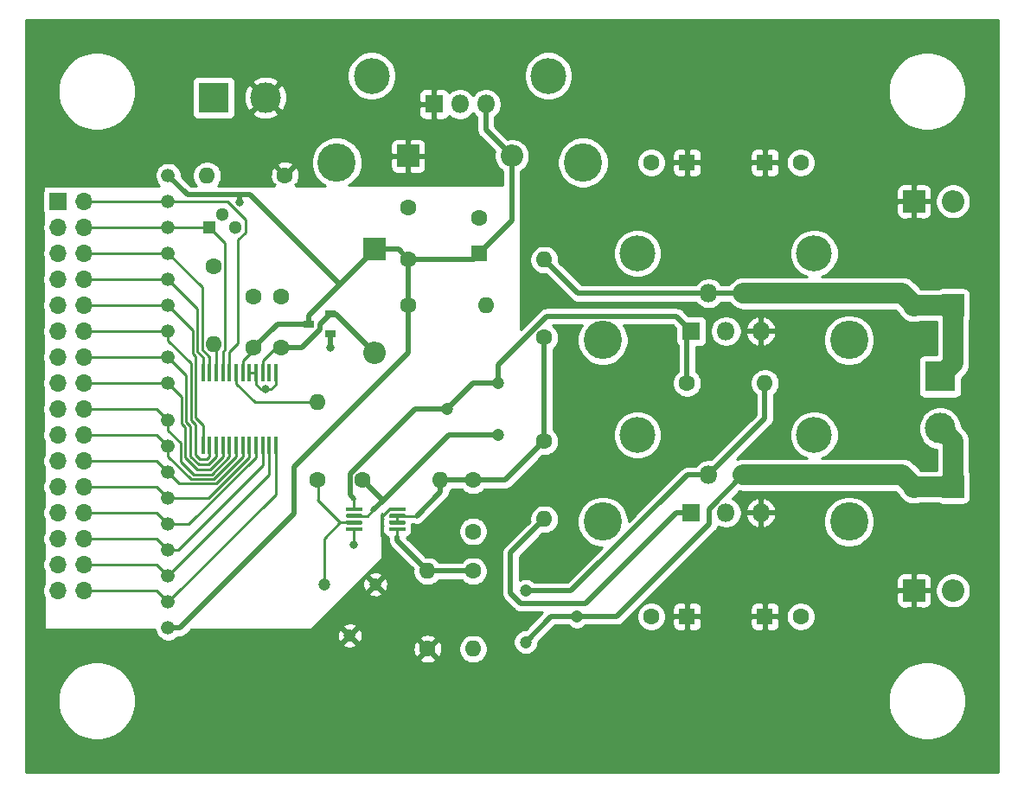
<source format=gbr>
%TF.GenerationSoftware,KiCad,Pcbnew,(5.1.6)-1*%
%TF.CreationDate,2021-05-27T20:40:55-04:00*%
%TF.ProjectId,MirrorDeflectionDriver,4d697272-6f72-4446-9566-6c656374696f,rev?*%
%TF.SameCoordinates,Original*%
%TF.FileFunction,Copper,L1,Top*%
%TF.FilePolarity,Positive*%
%FSLAX46Y46*%
G04 Gerber Fmt 4.6, Leading zero omitted, Abs format (unit mm)*
G04 Created by KiCad (PCBNEW (5.1.6)-1) date 2021-05-27 20:40:55*
%MOMM*%
%LPD*%
G01*
G04 APERTURE LIST*
%TA.AperFunction,ComponentPad*%
%ADD10O,2.200000X2.200000*%
%TD*%
%TA.AperFunction,ComponentPad*%
%ADD11R,2.200000X2.200000*%
%TD*%
%TA.AperFunction,ComponentPad*%
%ADD12R,1.300000X1.300000*%
%TD*%
%TA.AperFunction,ComponentPad*%
%ADD13C,1.300000*%
%TD*%
%TA.AperFunction,SMDPad,CuDef*%
%ADD14R,1.100000X0.650000*%
%TD*%
%TA.AperFunction,SMDPad,CuDef*%
%ADD15R,0.450000X1.800000*%
%TD*%
%TA.AperFunction,ComponentPad*%
%ADD16O,1.700000X1.700000*%
%TD*%
%TA.AperFunction,ComponentPad*%
%ADD17R,1.700000X1.700000*%
%TD*%
%TA.AperFunction,ComponentPad*%
%ADD18O,1.800000X1.800000*%
%TD*%
%TA.AperFunction,ComponentPad*%
%ADD19R,1.800000X1.800000*%
%TD*%
%TA.AperFunction,ComponentPad*%
%ADD20C,3.750000*%
%TD*%
%TA.AperFunction,ComponentPad*%
%ADD21C,3.515000*%
%TD*%
%TA.AperFunction,ComponentPad*%
%ADD22C,1.340000*%
%TD*%
%TA.AperFunction,ComponentPad*%
%ADD23C,1.200000*%
%TD*%
%TA.AperFunction,ComponentPad*%
%ADD24O,1.600000X1.600000*%
%TD*%
%TA.AperFunction,ComponentPad*%
%ADD25C,1.600000*%
%TD*%
%TA.AperFunction,ComponentPad*%
%ADD26C,3.000000*%
%TD*%
%TA.AperFunction,ComponentPad*%
%ADD27R,3.000000X3.000000*%
%TD*%
%TA.AperFunction,ComponentPad*%
%ADD28R,1.600000X1.600000*%
%TD*%
%TA.AperFunction,ViaPad*%
%ADD29C,0.800000*%
%TD*%
%TA.AperFunction,Conductor*%
%ADD30C,0.500000*%
%TD*%
%TA.AperFunction,Conductor*%
%ADD31C,0.250000*%
%TD*%
%TA.AperFunction,Conductor*%
%ADD32C,2.000000*%
%TD*%
%TA.AperFunction,Conductor*%
%ADD33C,0.254000*%
%TD*%
G04 APERTURE END LIST*
D10*
%TO.P,D2,2*%
%TO.N,Net-(C7-Pad1)*%
X136398000Y-96774000D03*
D11*
%TO.P,D2,1*%
%TO.N,+5V*%
X136398000Y-86614000D03*
%TD*%
%TO.P,IC1,8*%
%TO.N,+12V*%
%TA.AperFunction,SMDPad,CuDef*%
G36*
G01*
X137825000Y-112155000D02*
X137825000Y-111955000D01*
G75*
G02*
X137925000Y-111855000I100000J0D01*
G01*
X139350000Y-111855000D01*
G75*
G02*
X139450000Y-111955000I0J-100000D01*
G01*
X139450000Y-112155000D01*
G75*
G02*
X139350000Y-112255000I-100000J0D01*
G01*
X137925000Y-112255000D01*
G75*
G02*
X137825000Y-112155000I0J100000D01*
G01*
G37*
%TD.AperFunction*%
%TO.P,IC1,7*%
%TO.N,Net-(C9-Pad1)*%
%TA.AperFunction,SMDPad,CuDef*%
G36*
G01*
X137825000Y-112805000D02*
X137825000Y-112605000D01*
G75*
G02*
X137925000Y-112505000I100000J0D01*
G01*
X139350000Y-112505000D01*
G75*
G02*
X139450000Y-112605000I0J-100000D01*
G01*
X139450000Y-112805000D01*
G75*
G02*
X139350000Y-112905000I-100000J0D01*
G01*
X137925000Y-112905000D01*
G75*
G02*
X137825000Y-112805000I0J100000D01*
G01*
G37*
%TD.AperFunction*%
%TO.P,IC1,6*%
%TA.AperFunction,SMDPad,CuDef*%
G36*
G01*
X137825000Y-113455000D02*
X137825000Y-113255000D01*
G75*
G02*
X137925000Y-113155000I100000J0D01*
G01*
X139350000Y-113155000D01*
G75*
G02*
X139450000Y-113255000I0J-100000D01*
G01*
X139450000Y-113455000D01*
G75*
G02*
X139350000Y-113555000I-100000J0D01*
G01*
X137925000Y-113555000D01*
G75*
G02*
X137825000Y-113455000I0J100000D01*
G01*
G37*
%TD.AperFunction*%
%TO.P,IC1,5*%
%TO.N,Net-(IC1-Pad5)*%
%TA.AperFunction,SMDPad,CuDef*%
G36*
G01*
X137825000Y-114105000D02*
X137825000Y-113905000D01*
G75*
G02*
X137925000Y-113805000I100000J0D01*
G01*
X139350000Y-113805000D01*
G75*
G02*
X139450000Y-113905000I0J-100000D01*
G01*
X139450000Y-114105000D01*
G75*
G02*
X139350000Y-114205000I-100000J0D01*
G01*
X137925000Y-114205000D01*
G75*
G02*
X137825000Y-114105000I0J100000D01*
G01*
G37*
%TD.AperFunction*%
%TO.P,IC1,4*%
%TO.N,GND*%
%TA.AperFunction,SMDPad,CuDef*%
G36*
G01*
X133600000Y-114105000D02*
X133600000Y-113905000D01*
G75*
G02*
X133700000Y-113805000I100000J0D01*
G01*
X135125000Y-113805000D01*
G75*
G02*
X135225000Y-113905000I0J-100000D01*
G01*
X135225000Y-114105000D01*
G75*
G02*
X135125000Y-114205000I-100000J0D01*
G01*
X133700000Y-114205000D01*
G75*
G02*
X133600000Y-114105000I0J100000D01*
G01*
G37*
%TD.AperFunction*%
%TO.P,IC1,3*%
%TO.N,Net-(IC1-Pad3)*%
%TA.AperFunction,SMDPad,CuDef*%
G36*
G01*
X133600000Y-113455000D02*
X133600000Y-113255000D01*
G75*
G02*
X133700000Y-113155000I100000J0D01*
G01*
X135125000Y-113155000D01*
G75*
G02*
X135225000Y-113255000I0J-100000D01*
G01*
X135225000Y-113455000D01*
G75*
G02*
X135125000Y-113555000I-100000J0D01*
G01*
X133700000Y-113555000D01*
G75*
G02*
X133600000Y-113455000I0J100000D01*
G01*
G37*
%TD.AperFunction*%
%TO.P,IC1,2*%
%TO.N,Net-(IC1-Pad2)*%
%TA.AperFunction,SMDPad,CuDef*%
G36*
G01*
X133600000Y-112805000D02*
X133600000Y-112605000D01*
G75*
G02*
X133700000Y-112505000I100000J0D01*
G01*
X135125000Y-112505000D01*
G75*
G02*
X135225000Y-112605000I0J-100000D01*
G01*
X135225000Y-112805000D01*
G75*
G02*
X135125000Y-112905000I-100000J0D01*
G01*
X133700000Y-112905000D01*
G75*
G02*
X133600000Y-112805000I0J100000D01*
G01*
G37*
%TD.AperFunction*%
%TO.P,IC1,1*%
%TO.N,Net-(IC1-Pad1)*%
%TA.AperFunction,SMDPad,CuDef*%
G36*
G01*
X133600000Y-112155000D02*
X133600000Y-111955000D01*
G75*
G02*
X133700000Y-111855000I100000J0D01*
G01*
X135125000Y-111855000D01*
G75*
G02*
X135225000Y-111955000I0J-100000D01*
G01*
X135225000Y-112155000D01*
G75*
G02*
X135125000Y-112255000I-100000J0D01*
G01*
X133700000Y-112255000D01*
G75*
G02*
X133600000Y-112155000I0J100000D01*
G01*
G37*
%TD.AperFunction*%
%TD*%
D12*
%TO.P,U2,1*%
%TO.N,Net-(IC2-Pad21)*%
X120269000Y-84455000D03*
D13*
%TO.P,U2,3*%
%TO.N,GND*%
X122809000Y-84455000D03*
%TO.P,U2,2*%
%TO.N,+5V*%
X121539000Y-83185000D03*
%TD*%
D14*
%TO.P,IC3,3*%
%TO.N,+5V*%
X129980000Y-93909000D03*
%TO.P,IC3,2*%
%TO.N,Net-(C7-Pad1)*%
X132080000Y-92949000D03*
%TO.P,IC3,1*%
%TO.N,GND*%
X132080000Y-94869000D03*
%TD*%
D15*
%TO.P,IC2,24*%
%TO.N,Net-(IC2-Pad24)*%
X119615000Y-98685000D03*
%TO.P,IC2,23*%
%TO.N,Net-(IC2-Pad23)*%
X120265000Y-98685000D03*
%TO.P,IC2,22*%
%TO.N,Net-(IC2-Pad22)*%
X120915000Y-98685000D03*
%TO.P,IC2,21*%
%TO.N,Net-(IC2-Pad21)*%
X121565000Y-98685000D03*
%TO.P,IC2,20*%
%TO.N,Net-(IC2-Pad20)*%
X122215000Y-98685000D03*
%TO.P,IC2,19*%
%TO.N,/DAC1_OUT*%
X122865000Y-98685000D03*
%TO.P,IC2,18*%
%TO.N,+5V*%
X123515000Y-98685000D03*
%TO.P,IC2,17*%
%TO.N,GND*%
X124165000Y-98685000D03*
%TO.P,IC2,16*%
X124815000Y-98685000D03*
%TO.P,IC2,15*%
%TO.N,Net-(C7-Pad1)*%
X125465000Y-98685000D03*
%TO.P,IC2,14*%
%TO.N,Net-(IC2-Pad14)*%
X126115000Y-98685000D03*
%TO.P,IC2,13*%
%TO.N,GND*%
X126765000Y-98685000D03*
%TO.P,IC2,12*%
%TO.N,Net-(IC2-Pad12)*%
X126765000Y-105785000D03*
%TO.P,IC2,11*%
%TO.N,Net-(IC2-Pad11)*%
X126115000Y-105785000D03*
%TO.P,IC2,10*%
%TO.N,Net-(IC2-Pad10)*%
X125465000Y-105785000D03*
%TO.P,IC2,9*%
%TO.N,Net-(IC2-Pad9)*%
X124815000Y-105785000D03*
%TO.P,IC2,8*%
%TO.N,Net-(IC2-Pad8)*%
X124165000Y-105785000D03*
%TO.P,IC2,7*%
%TO.N,Net-(IC2-Pad7)*%
X123515000Y-105785000D03*
%TO.P,IC2,6*%
%TO.N,Net-(IC2-Pad6)*%
X122865000Y-105785000D03*
%TO.P,IC2,5*%
%TO.N,Net-(IC2-Pad5)*%
X122215000Y-105785000D03*
%TO.P,IC2,4*%
%TO.N,Net-(IC2-Pad4)*%
X121565000Y-105785000D03*
%TO.P,IC2,3*%
%TO.N,Net-(IC2-Pad3)*%
X120915000Y-105785000D03*
%TO.P,IC2,2*%
%TO.N,Net-(IC2-Pad2)*%
X120265000Y-105785000D03*
%TO.P,IC2,1*%
%TO.N,Net-(IC2-Pad1)*%
X119615000Y-105785000D03*
%TD*%
D16*
%TO.P,J2,32*%
%TO.N,Net-(IC2-Pad12)*%
X107950000Y-120015000D03*
%TO.P,J2,31*%
%TO.N,GND*%
X105410000Y-120015000D03*
%TO.P,J2,30*%
%TO.N,Net-(IC2-Pad11)*%
X107950000Y-117475000D03*
%TO.P,J2,29*%
%TO.N,GND*%
X105410000Y-117475000D03*
%TO.P,J2,28*%
%TO.N,Net-(IC2-Pad10)*%
X107950000Y-114935000D03*
%TO.P,J2,27*%
%TO.N,GND*%
X105410000Y-114935000D03*
%TO.P,J2,26*%
%TO.N,Net-(IC2-Pad9)*%
X107950000Y-112395000D03*
%TO.P,J2,25*%
%TO.N,GND*%
X105410000Y-112395000D03*
%TO.P,J2,24*%
%TO.N,Net-(IC2-Pad8)*%
X107950000Y-109855000D03*
%TO.P,J2,23*%
%TO.N,GND*%
X105410000Y-109855000D03*
%TO.P,J2,22*%
%TO.N,Net-(IC2-Pad7)*%
X107950000Y-107315000D03*
%TO.P,J2,21*%
%TO.N,GND*%
X105410000Y-107315000D03*
%TO.P,J2,20*%
%TO.N,Net-(IC2-Pad6)*%
X107950000Y-104775000D03*
%TO.P,J2,19*%
%TO.N,GND*%
X105410000Y-104775000D03*
%TO.P,J2,18*%
%TO.N,Net-(IC2-Pad5)*%
X107950000Y-102235000D03*
%TO.P,J2,17*%
%TO.N,GND*%
X105410000Y-102235000D03*
%TO.P,J2,16*%
%TO.N,Net-(IC2-Pad4)*%
X107950000Y-99695000D03*
%TO.P,J2,15*%
%TO.N,GND*%
X105410000Y-99695000D03*
%TO.P,J2,14*%
%TO.N,Net-(IC2-Pad3)*%
X107950000Y-97155000D03*
%TO.P,J2,13*%
%TO.N,GND*%
X105410000Y-97155000D03*
%TO.P,J2,12*%
%TO.N,Net-(IC2-Pad2)*%
X107950000Y-94615000D03*
%TO.P,J2,11*%
%TO.N,GND*%
X105410000Y-94615000D03*
%TO.P,J2,10*%
%TO.N,Net-(IC2-Pad1)*%
X107950000Y-92075000D03*
%TO.P,J2,9*%
%TO.N,GND*%
X105410000Y-92075000D03*
%TO.P,J2,8*%
%TO.N,Net-(IC2-Pad24)*%
X107950000Y-89535000D03*
%TO.P,J2,7*%
%TO.N,GND*%
X105410000Y-89535000D03*
%TO.P,J2,6*%
%TO.N,Net-(IC2-Pad23)*%
X107950000Y-86995000D03*
%TO.P,J2,5*%
%TO.N,GND*%
X105410000Y-86995000D03*
%TO.P,J2,4*%
%TO.N,Net-(IC2-Pad21)*%
X107950000Y-84455000D03*
%TO.P,J2,3*%
%TO.N,GND*%
X105410000Y-84455000D03*
%TO.P,J2,2*%
%TO.N,Net-(IC2-Pad20)*%
X107950000Y-81915000D03*
D17*
%TO.P,J2,1*%
%TO.N,GND*%
X105410000Y-81915000D03*
%TD*%
D18*
%TO.P,U7,5*%
%TO.N,+12V*%
X174215000Y-112395000D03*
%TO.P,U7,4*%
%TO.N,Net-(D5-Pad2)*%
X172515000Y-108695000D03*
%TO.P,U7,3*%
%TO.N,GND*%
X170815000Y-112395000D03*
%TO.P,U7,2*%
%TO.N,Net-(R12-Pad2)*%
X169115000Y-108695000D03*
D19*
%TO.P,U7,1*%
%TO.N,Net-(R11-Pad2)*%
X167415000Y-112395000D03*
%TD*%
D18*
%TO.P,U6,5*%
%TO.N,+12V*%
X174215000Y-94615000D03*
%TO.P,U6,4*%
%TO.N,Net-(D3-Pad2)*%
X172515000Y-90915000D03*
%TO.P,U6,3*%
%TO.N,GND*%
X170815000Y-94615000D03*
%TO.P,U6,2*%
%TO.N,Net-(D3-Pad2)*%
X169115000Y-90915000D03*
D19*
%TO.P,U6,1*%
%TO.N,Net-(IC1-Pad1)*%
X167415000Y-94615000D03*
%TD*%
D20*
%TO.P,U5,1*%
%TO.N,Net-(U5-Pad1)*%
X158750000Y-95495000D03*
%TO.P,U5,2*%
%TO.N,Net-(U5-Pad2)*%
X182850000Y-95495000D03*
D21*
%TO.P,U5,3*%
%TO.N,Net-(U5-Pad3)*%
X162150000Y-86995000D03*
%TO.P,U5,4*%
%TO.N,Net-(U5-Pad4)*%
X179450000Y-86995000D03*
%TD*%
D20*
%TO.P,U4,1*%
%TO.N,Net-(U4-Pad1)*%
X158750000Y-113275000D03*
%TO.P,U4,2*%
%TO.N,Net-(U4-Pad2)*%
X182850000Y-113275000D03*
D21*
%TO.P,U4,3*%
%TO.N,Net-(U4-Pad3)*%
X162150000Y-104775000D03*
%TO.P,U4,4*%
%TO.N,Net-(U4-Pad4)*%
X179450000Y-104775000D03*
%TD*%
D20*
%TO.P,U3,1*%
%TO.N,Net-(U3-Pad1)*%
X132715000Y-78105000D03*
%TO.P,U3,2*%
%TO.N,Net-(U3-Pad2)*%
X156815000Y-78105000D03*
D21*
%TO.P,U3,3*%
%TO.N,Net-(U3-Pad3)*%
X136115000Y-69605000D03*
%TO.P,U3,4*%
%TO.N,Net-(U3-Pad4)*%
X153415000Y-69605000D03*
%TD*%
D18*
%TO.P,U1,3*%
%TO.N,+5V*%
X147320000Y-72390000D03*
%TO.P,U1,2*%
%TO.N,GND*%
X144780000Y-72390000D03*
D19*
%TO.P,U1,1*%
%TO.N,+12V*%
X142240000Y-72390000D03*
%TD*%
D22*
%TO.P,RN2,9*%
%TO.N,Net-(IC2-Pad4)*%
X116205000Y-99695000D03*
%TO.P,RN2,8*%
%TO.N,Net-(IC2-Pad3)*%
X116205000Y-97155000D03*
%TO.P,RN2,7*%
%TO.N,Net-(IC2-Pad2)*%
X116205000Y-94615000D03*
%TO.P,RN2,6*%
%TO.N,Net-(IC2-Pad1)*%
X116205000Y-92075000D03*
%TO.P,RN2,5*%
%TO.N,Net-(IC2-Pad24)*%
X116205000Y-89535000D03*
%TO.P,RN2,4*%
%TO.N,Net-(IC2-Pad23)*%
X116205000Y-86995000D03*
%TO.P,RN2,3*%
%TO.N,Net-(IC2-Pad21)*%
X116205000Y-84455000D03*
%TO.P,RN2,2*%
%TO.N,Net-(IC2-Pad20)*%
X116205000Y-81915000D03*
%TO.P,RN2,1*%
%TO.N,+5V*%
X116205000Y-79375000D03*
%TD*%
%TO.P,RN1,9*%
%TO.N,Net-(IC2-Pad5)*%
X116205000Y-103378000D03*
%TO.P,RN1,8*%
%TO.N,Net-(IC2-Pad6)*%
X116205000Y-105918000D03*
%TO.P,RN1,7*%
%TO.N,Net-(IC2-Pad7)*%
X116205000Y-108458000D03*
%TO.P,RN1,6*%
%TO.N,Net-(IC2-Pad8)*%
X116205000Y-110998000D03*
%TO.P,RN1,5*%
%TO.N,Net-(IC2-Pad9)*%
X116205000Y-113538000D03*
%TO.P,RN1,4*%
%TO.N,Net-(IC2-Pad10)*%
X116205000Y-116078000D03*
%TO.P,RN1,3*%
%TO.N,Net-(IC2-Pad11)*%
X116205000Y-118618000D03*
%TO.P,RN1,2*%
%TO.N,Net-(IC2-Pad12)*%
X116205000Y-121158000D03*
%TO.P,RN1,1*%
%TO.N,+5V*%
X116205000Y-123698000D03*
%TD*%
D23*
%TO.P,R13,3*%
%TO.N,Net-(D5-Pad2)*%
X151210000Y-125055000D03*
%TO.P,R13,2*%
X156210000Y-122555000D03*
%TO.P,R13,1*%
%TO.N,Net-(R12-Pad2)*%
X151210000Y-120055000D03*
%TD*%
D24*
%TO.P,R12,2*%
%TO.N,Net-(R12-Pad2)*%
X174625000Y-99695000D03*
D25*
%TO.P,R12,1*%
%TO.N,Net-(IC1-Pad1)*%
X167005000Y-99695000D03*
%TD*%
D24*
%TO.P,R11,2*%
%TO.N,Net-(R11-Pad2)*%
X153035000Y-113030000D03*
D25*
%TO.P,R11,1*%
%TO.N,Net-(C9-Pad1)*%
X153035000Y-105410000D03*
%TD*%
D24*
%TO.P,R10,2*%
%TO.N,Net-(D3-Pad2)*%
X153035000Y-87630000D03*
D25*
%TO.P,R10,1*%
%TO.N,Net-(C9-Pad1)*%
X153035000Y-95250000D03*
%TD*%
D23*
%TO.P,R9,3*%
%TO.N,Net-(IC1-Pad1)*%
X148550000Y-99735000D03*
%TO.P,R9,2*%
X143550000Y-102235000D03*
%TO.P,R9,1*%
%TO.N,Net-(IC1-Pad2)*%
X148550000Y-104735000D03*
%TD*%
D24*
%TO.P,R8,2*%
%TO.N,Net-(C9-Pad1)*%
X142875000Y-109220000D03*
D25*
%TO.P,R8,1*%
%TO.N,Net-(IC1-Pad2)*%
X135255000Y-109220000D03*
%TD*%
D24*
%TO.P,R7,2*%
%TO.N,GND*%
X146050000Y-125730000D03*
D25*
%TO.P,R7,1*%
%TO.N,Net-(IC1-Pad5)*%
X146050000Y-118110000D03*
%TD*%
D24*
%TO.P,R6,2*%
%TO.N,Net-(IC1-Pad5)*%
X141605000Y-118110000D03*
D25*
%TO.P,R6,1*%
%TO.N,+12V*%
X141605000Y-125730000D03*
%TD*%
D24*
%TO.P,R5,2*%
%TO.N,/DAC1_OUT*%
X130810000Y-101600000D03*
D25*
%TO.P,R5,1*%
%TO.N,Net-(IC1-Pad3)*%
X130810000Y-109220000D03*
%TD*%
D23*
%TO.P,R4,3*%
%TO.N,Net-(IC1-Pad3)*%
X131485000Y-119420000D03*
%TO.P,R4,2*%
%TO.N,+12V*%
X133985000Y-124420000D03*
%TO.P,R4,1*%
X136485000Y-119420000D03*
%TD*%
D24*
%TO.P,R3,2*%
%TO.N,Net-(IC2-Pad22)*%
X120650000Y-95885000D03*
D25*
%TO.P,R3,1*%
%TO.N,+5V*%
X120650000Y-88265000D03*
%TD*%
D24*
%TO.P,R2,2*%
%TO.N,GND*%
X120015000Y-79375000D03*
D25*
%TO.P,R2,1*%
%TO.N,+12V*%
X127635000Y-79375000D03*
%TD*%
D24*
%TO.P,R1,2*%
%TO.N,GND*%
X147320000Y-92075000D03*
D25*
%TO.P,R1,1*%
%TO.N,+5V*%
X139700000Y-92075000D03*
%TD*%
D26*
%TO.P,J3,2*%
%TO.N,Net-(D5-Pad2)*%
X191770000Y-104140000D03*
D27*
%TO.P,J3,1*%
%TO.N,Net-(D3-Pad2)*%
X191770000Y-99060000D03*
%TD*%
D26*
%TO.P,J1,2*%
%TO.N,+12V*%
X125730000Y-71755000D03*
D27*
%TO.P,J1,1*%
%TO.N,GND*%
X120650000Y-71755000D03*
%TD*%
D10*
%TO.P,D6,2*%
%TO.N,GND*%
X193040000Y-120015000D03*
D11*
%TO.P,D6,1*%
%TO.N,Net-(D5-Pad2)*%
X193040000Y-109855000D03*
%TD*%
D10*
%TO.P,D5,2*%
%TO.N,Net-(D5-Pad2)*%
X189230000Y-109855000D03*
D11*
%TO.P,D5,1*%
%TO.N,+12V*%
X189230000Y-120015000D03*
%TD*%
D10*
%TO.P,D4,2*%
%TO.N,GND*%
X193040000Y-81915000D03*
D11*
%TO.P,D4,1*%
%TO.N,Net-(D3-Pad2)*%
X193040000Y-92075000D03*
%TD*%
D10*
%TO.P,D3,2*%
%TO.N,Net-(D3-Pad2)*%
X189230000Y-92075000D03*
D11*
%TO.P,D3,1*%
%TO.N,+12V*%
X189230000Y-81915000D03*
%TD*%
D10*
%TO.P,D1,2*%
%TO.N,+5V*%
X149860000Y-77470000D03*
D11*
%TO.P,D1,1*%
%TO.N,+12V*%
X139700000Y-77470000D03*
%TD*%
D25*
%TO.P,C9,2*%
%TO.N,GND*%
X146050000Y-114220000D03*
%TO.P,C9,1*%
%TO.N,Net-(C9-Pad1)*%
X146050000Y-109220000D03*
%TD*%
%TO.P,C8,2*%
%TO.N,GND*%
X124587000Y-91266000D03*
%TO.P,C8,1*%
%TO.N,+5V*%
X124587000Y-96266000D03*
%TD*%
%TO.P,C7,2*%
%TO.N,GND*%
X127254000Y-91266000D03*
%TO.P,C7,1*%
%TO.N,Net-(C7-Pad1)*%
X127254000Y-96266000D03*
%TD*%
%TO.P,C6,2*%
%TO.N,GND*%
X163505000Y-78105000D03*
D28*
%TO.P,C6,1*%
%TO.N,+12V*%
X167005000Y-78105000D03*
%TD*%
D25*
%TO.P,C5,2*%
%TO.N,GND*%
X146685000Y-83495000D03*
D28*
%TO.P,C5,1*%
%TO.N,+5V*%
X146685000Y-86995000D03*
%TD*%
D25*
%TO.P,C4,2*%
%TO.N,GND*%
X163505000Y-122555000D03*
D28*
%TO.P,C4,1*%
%TO.N,+12V*%
X167005000Y-122555000D03*
%TD*%
D25*
%TO.P,C3,2*%
%TO.N,GND*%
X139700000Y-82550000D03*
%TO.P,C3,1*%
%TO.N,+5V*%
X139700000Y-87550000D03*
%TD*%
%TO.P,C2,2*%
%TO.N,GND*%
X178125000Y-78105000D03*
D28*
%TO.P,C2,1*%
%TO.N,+12V*%
X174625000Y-78105000D03*
%TD*%
D25*
%TO.P,C1,2*%
%TO.N,GND*%
X178125000Y-122555000D03*
D28*
%TO.P,C1,1*%
%TO.N,+12V*%
X174625000Y-122555000D03*
%TD*%
D29*
%TO.N,GND*%
X132080000Y-96266000D03*
X125730000Y-100330000D03*
X134366000Y-115570000D03*
%TO.N,+5V*%
X123190000Y-82042018D03*
%TD*%
D30*
%TO.N,GND*%
X132080000Y-94869000D02*
X132080000Y-96266000D01*
D31*
X124165000Y-98685000D02*
X124815000Y-98685000D01*
X126270000Y-100330000D02*
X125730000Y-100330000D01*
X126765000Y-98685000D02*
X126765000Y-99835000D01*
X126765000Y-99835000D02*
X126270000Y-100330000D01*
X125310000Y-100330000D02*
X125730000Y-100330000D01*
X124815000Y-99835000D02*
X125310000Y-100330000D01*
X124815000Y-98685000D02*
X124815000Y-99835000D01*
X134412500Y-114005000D02*
X134412500Y-115523500D01*
X134412500Y-115523500D02*
X134366000Y-115570000D01*
%TO.N,+12V*%
X137825000Y-112055000D02*
X137160000Y-112720000D01*
X138637500Y-112055000D02*
X137825000Y-112055000D01*
D30*
%TO.N,+5V*%
X146130000Y-87550000D02*
X146685000Y-86995000D01*
X139700000Y-87550000D02*
X146130000Y-87550000D01*
D31*
X124587000Y-96463000D02*
X124587000Y-96266000D01*
X123515000Y-97535000D02*
X124587000Y-96463000D01*
X123515000Y-98685000D02*
X123515000Y-97535000D01*
D30*
X126944000Y-93909000D02*
X129980000Y-93909000D01*
X124587000Y-96266000D02*
X126944000Y-93909000D01*
X139700000Y-92075000D02*
X139700000Y-87550000D01*
X149860000Y-83820000D02*
X149860000Y-77470000D01*
X146685000Y-86995000D02*
X149860000Y-83820000D01*
X147320000Y-74930000D02*
X149860000Y-77470000D01*
X147320000Y-72390000D02*
X147320000Y-74930000D01*
X138764000Y-86614000D02*
X139700000Y-87550000D01*
X136398000Y-86614000D02*
X138764000Y-86614000D01*
X136398000Y-86666000D02*
X136398000Y-86614000D01*
X129980000Y-93909000D02*
X129980000Y-93084000D01*
X129980000Y-93084000D02*
X132995000Y-90069000D01*
X132995000Y-90069000D02*
X136398000Y-86666000D01*
X118110000Y-81280000D02*
X122682000Y-81280000D01*
X116205000Y-79375000D02*
X118110000Y-81280000D01*
X132995000Y-90069000D02*
X124206000Y-81280000D01*
X128524000Y-107950000D02*
X139700000Y-96774000D01*
X116205000Y-123698000D02*
X117348000Y-123698000D01*
X139700000Y-96774000D02*
X139700000Y-92075000D01*
X128524000Y-112522000D02*
X128524000Y-107950000D01*
X117348000Y-123698000D02*
X128524000Y-112522000D01*
X124206000Y-81280000D02*
X123190000Y-81280000D01*
X123190000Y-81280000D02*
X122682000Y-81280000D01*
X123190000Y-81280000D02*
X123190000Y-82042018D01*
D31*
%TO.N,Net-(IC1-Pad5)*%
X138637500Y-114005000D02*
X138637500Y-114761500D01*
D30*
X138637500Y-115142500D02*
X138637500Y-114761500D01*
X141605000Y-118110000D02*
X138637500Y-115142500D01*
X141605000Y-118110000D02*
X146050000Y-118110000D01*
D31*
%TO.N,Net-(IC1-Pad3)*%
X133040000Y-113355000D02*
X134412500Y-113355000D01*
X131485000Y-114910000D02*
X133040000Y-113355000D01*
X131485000Y-119420000D02*
X131485000Y-114910000D01*
X130873500Y-111188500D02*
X130873500Y-109283500D01*
X130810000Y-111125000D02*
X130873500Y-111188500D01*
X130873500Y-109283500D02*
X130810000Y-109220000D01*
X130873500Y-111188500D02*
X133040000Y-113355000D01*
%TO.N,Net-(IC1-Pad2)*%
X134412500Y-112705000D02*
X135707000Y-112705000D01*
X135707000Y-112705000D02*
X136271000Y-112141000D01*
D30*
X143677000Y-104735000D02*
X148550000Y-104735000D01*
X136271000Y-112141000D02*
X137223500Y-111188500D01*
X135255000Y-109220000D02*
X137223500Y-111188500D01*
X137223500Y-111188500D02*
X143677000Y-104735000D01*
D31*
%TO.N,Net-(IC1-Pad1)*%
X134412500Y-112055000D02*
X134412500Y-111044500D01*
D30*
X134004999Y-108619999D02*
X140389998Y-102235000D01*
X140389998Y-102235000D02*
X143550000Y-102235000D01*
X134004999Y-110636999D02*
X134004999Y-108619999D01*
X134412500Y-111044500D02*
X134004999Y-110636999D01*
X146050000Y-99735000D02*
X143550000Y-102235000D01*
X148550000Y-99735000D02*
X146050000Y-99735000D01*
X165969999Y-93169999D02*
X167415000Y-94615000D01*
X153264999Y-93169999D02*
X165969999Y-93169999D01*
X148550000Y-97884998D02*
X153264999Y-93169999D01*
X148550000Y-99735000D02*
X148550000Y-97884998D01*
X167005000Y-95025000D02*
X167415000Y-94615000D01*
X167005000Y-99695000D02*
X167005000Y-95025000D01*
D31*
%TO.N,Net-(IC2-Pad12)*%
X115062000Y-120015000D02*
X116205000Y-121158000D01*
X107950000Y-120015000D02*
X115062000Y-120015000D01*
X126765000Y-110598000D02*
X126765000Y-105785000D01*
X116205000Y-121158000D02*
X126765000Y-110598000D01*
%TO.N,Net-(IC2-Pad11)*%
X115062000Y-117475000D02*
X116205000Y-118618000D01*
X107950000Y-117475000D02*
X115062000Y-117475000D01*
X126115000Y-108708000D02*
X126115000Y-105785000D01*
X116205000Y-118618000D02*
X126115000Y-108708000D01*
%TO.N,Net-(IC2-Pad10)*%
X115062000Y-114935000D02*
X116205000Y-116078000D01*
X107950000Y-114935000D02*
X115062000Y-114935000D01*
X116205000Y-116078000D02*
X117152523Y-116078000D01*
X125465000Y-107765523D02*
X125465000Y-105785000D01*
X117152523Y-116078000D02*
X125465000Y-107765523D01*
%TO.N,Net-(IC2-Pad9)*%
X115062000Y-112395000D02*
X116205000Y-113538000D01*
X107950000Y-112395000D02*
X115062000Y-112395000D01*
X118244055Y-113538000D02*
X124815000Y-106967055D01*
X116205000Y-113538000D02*
X118244055Y-113538000D01*
X124815000Y-106967055D02*
X124815000Y-105785000D01*
%TO.N,Net-(IC2-Pad8)*%
X115062000Y-109855000D02*
X116205000Y-110998000D01*
X107950000Y-109855000D02*
X115062000Y-109855000D01*
X124165000Y-106980644D02*
X124165000Y-105785000D01*
X120147644Y-110998000D02*
X124165000Y-106980644D01*
X116205000Y-110998000D02*
X120147644Y-110998000D01*
%TO.N,Net-(IC2-Pad7)*%
X115062000Y-107315000D02*
X116205000Y-108458000D01*
X107950000Y-107315000D02*
X115062000Y-107315000D01*
X123515000Y-106935000D02*
X123515000Y-105785000D01*
X117301033Y-109554033D02*
X120895967Y-109554033D01*
X120895967Y-109554033D02*
X123515000Y-106935000D01*
X116205000Y-108458000D02*
X117301033Y-109554033D01*
%TO.N,Net-(IC2-Pad6)*%
X115062000Y-104775000D02*
X116205000Y-105918000D01*
X107950000Y-104775000D02*
X115062000Y-104775000D01*
X120695978Y-109104022D02*
X122865000Y-106935000D01*
X116205000Y-105918000D02*
X116205000Y-106865523D01*
X118443499Y-109104022D02*
X120695978Y-109104022D01*
X122865000Y-106935000D02*
X122865000Y-105785000D01*
X116205000Y-106865523D02*
X118443499Y-109104022D01*
%TO.N,Net-(IC2-Pad5)*%
X115062000Y-102235000D02*
X116205000Y-103378000D01*
X107950000Y-102235000D02*
X115062000Y-102235000D01*
X120495989Y-108654011D02*
X122215000Y-106935000D01*
X116205000Y-104325523D02*
X117405991Y-105526514D01*
X122215000Y-106935000D02*
X122215000Y-105785000D01*
X118685601Y-108654011D02*
X120495989Y-108654011D01*
X117405991Y-107374401D02*
X118685601Y-108654011D01*
X117405991Y-105526514D02*
X117405991Y-107374401D01*
X116205000Y-103378000D02*
X116205000Y-104325523D01*
%TO.N,Net-(IC2-Pad4)*%
X107950000Y-99695000D02*
X116205000Y-99695000D01*
X121565000Y-106935000D02*
X121565000Y-105785000D01*
X120296000Y-108204000D02*
X121565000Y-106935000D01*
X117521970Y-101011970D02*
X117521970Y-103683199D01*
X117856000Y-104017229D02*
X117856000Y-107008819D01*
X116205000Y-99695000D02*
X117521970Y-101011970D01*
X117856000Y-107008819D02*
X119051181Y-108204000D01*
X119051181Y-108204000D02*
X120296000Y-108204000D01*
X117521970Y-103683199D02*
X117856000Y-104017229D01*
%TO.N,Net-(IC2-Pad3)*%
X116205000Y-97155000D02*
X107950000Y-97155000D01*
X117971979Y-103496798D02*
X117971979Y-98921979D01*
X118364000Y-103888819D02*
X117971979Y-103496798D01*
X120915000Y-106935000D02*
X120154000Y-107696000D01*
X118364000Y-106880408D02*
X118364000Y-103888819D01*
X120915000Y-105785000D02*
X120915000Y-106935000D01*
X120154000Y-107696000D02*
X119179592Y-107696000D01*
X117971979Y-98921979D02*
X116205000Y-97155000D01*
X119179592Y-107696000D02*
X118364000Y-106880408D01*
%TO.N,Net-(IC2-Pad2)*%
X107950000Y-94615000D02*
X116205000Y-94615000D01*
X116205000Y-95562523D02*
X116205000Y-94615000D01*
X118421990Y-97779513D02*
X116205000Y-95562523D01*
X118872000Y-103760407D02*
X118421990Y-103310397D01*
X118872000Y-106752002D02*
X118872000Y-103760407D01*
X120265000Y-105785000D02*
X120265000Y-106935000D01*
X120265000Y-106935000D02*
X120012000Y-107188000D01*
X120012000Y-107188000D02*
X119307998Y-107188000D01*
X118421990Y-103310397D02*
X118421990Y-97779513D01*
X119307998Y-107188000D02*
X118872000Y-106752002D01*
%TO.N,Net-(IC2-Pad1)*%
X107950000Y-92075000D02*
X116205000Y-92075000D01*
X119615000Y-103867000D02*
X118872000Y-103124000D01*
X119615000Y-105785000D02*
X119615000Y-103867000D01*
X118624977Y-94494977D02*
X116205000Y-92075000D01*
X118872000Y-103124000D02*
X118872000Y-97044824D01*
X118872000Y-97044824D02*
X118624977Y-96797801D01*
X118624977Y-96797801D02*
X118624977Y-94494977D01*
%TO.N,Net-(IC2-Pad20)*%
X107950000Y-81915000D02*
X116205000Y-81915000D01*
X122215000Y-96621413D02*
X123034999Y-95801414D01*
X122215000Y-98685000D02*
X122215000Y-96621413D01*
X123034999Y-95801414D02*
X123034999Y-85672003D01*
X122006501Y-81915000D02*
X116205000Y-81915000D01*
X123784001Y-83692500D02*
X122006501Y-81915000D01*
X123034999Y-85672003D02*
X123784001Y-84923001D01*
X123784001Y-84923001D02*
X123784001Y-83692500D01*
%TO.N,Net-(IC2-Pad21)*%
X116205000Y-84455000D02*
X107950000Y-84455000D01*
X116205000Y-84455000D02*
X120269000Y-84455000D01*
X121775001Y-96425001D02*
X121565000Y-96635002D01*
X121565000Y-96635002D02*
X121565000Y-98685000D01*
X121775001Y-85961001D02*
X121775001Y-96425001D01*
X120269000Y-84455000D02*
X121775001Y-85961001D01*
%TO.N,Net-(IC2-Pad23)*%
X107950000Y-86995000D02*
X116205000Y-86995000D01*
X120265000Y-98685000D02*
X120265000Y-97165002D01*
X120265000Y-97165002D02*
X119524999Y-96425001D01*
X119524999Y-96425001D02*
X119524999Y-90314999D01*
X119524999Y-90314999D02*
X116205000Y-86995000D01*
%TO.N,Net-(IC2-Pad24)*%
X116205000Y-89535000D02*
X107950000Y-89535000D01*
X119615000Y-98685000D02*
X119615000Y-97151413D01*
X119074988Y-96611401D02*
X119074988Y-92404988D01*
X119074988Y-92404988D02*
X116205000Y-89535000D01*
X119615000Y-97151413D02*
X119074988Y-96611401D01*
%TO.N,Net-(IC2-Pad22)*%
X120915000Y-96150000D02*
X120650000Y-95885000D01*
X120915000Y-98685000D02*
X120915000Y-96150000D01*
%TO.N,/DAC1_OUT*%
X122865000Y-99745002D02*
X122865000Y-98685000D01*
X124719998Y-101600000D02*
X122865000Y-99745002D01*
X130810000Y-101600000D02*
X124719998Y-101600000D01*
D30*
%TO.N,Net-(D3-Pad2)*%
X156320000Y-90915000D02*
X169115000Y-90915000D01*
X153035000Y-87630000D02*
X156320000Y-90915000D01*
X169115000Y-90915000D02*
X172515000Y-90915000D01*
D32*
X189230000Y-92075000D02*
X193040000Y-92075000D01*
X193040000Y-97790000D02*
X191770000Y-99060000D01*
X193040000Y-92075000D02*
X193040000Y-97790000D01*
X188070000Y-90915000D02*
X189230000Y-92075000D01*
X172515000Y-90915000D02*
X188070000Y-90915000D01*
D30*
%TO.N,Net-(D5-Pad2)*%
X153710000Y-122555000D02*
X151210000Y-125055000D01*
X156210000Y-122555000D02*
X153710000Y-122555000D01*
X160147000Y-122555000D02*
X156210000Y-122555000D01*
X169164000Y-113538000D02*
X160147000Y-122555000D01*
X172515000Y-108695000D02*
X169164000Y-112046000D01*
X169164000Y-112046000D02*
X169164000Y-113538000D01*
D32*
X189230000Y-109855000D02*
X193040000Y-109855000D01*
X193040000Y-105410000D02*
X191770000Y-104140000D01*
X193040000Y-109855000D02*
X193040000Y-105410000D01*
X188070000Y-108695000D02*
X189230000Y-109855000D01*
X172515000Y-108695000D02*
X188070000Y-108695000D01*
D30*
%TO.N,Net-(R11-Pad2)*%
X149733000Y-116332000D02*
X153035000Y-113030000D01*
X165989000Y-112395000D02*
X157099000Y-121285000D01*
X167415000Y-112395000D02*
X165989000Y-112395000D01*
X157099000Y-121285000D02*
X150753999Y-121285000D01*
X149733000Y-120264001D02*
X149733000Y-116332000D01*
X150753999Y-121285000D02*
X149733000Y-120264001D01*
%TO.N,Net-(R12-Pad2)*%
X174625000Y-103185000D02*
X169115000Y-108695000D01*
X174625000Y-99695000D02*
X174625000Y-103185000D01*
X155662000Y-120055000D02*
X151210000Y-120055000D01*
X169115000Y-108695000D02*
X167022000Y-108695000D01*
X167022000Y-108695000D02*
X155662000Y-120055000D01*
D31*
%TO.N,Net-(C7-Pad1)*%
X126734000Y-96266000D02*
X127254000Y-96266000D01*
X125465000Y-97535000D02*
X126734000Y-96266000D01*
X125465000Y-98685000D02*
X125465000Y-97535000D01*
D30*
X131079999Y-93949001D02*
X132080000Y-92949000D01*
X131079999Y-94472001D02*
X131079999Y-93949001D01*
X129286000Y-96266000D02*
X131079999Y-94472001D01*
X127254000Y-96266000D02*
X129286000Y-96266000D01*
X132573000Y-92949000D02*
X136398000Y-96774000D01*
X132080000Y-92949000D02*
X132573000Y-92949000D01*
D31*
%TO.N,Net-(C9-Pad1)*%
X138637500Y-112705000D02*
X140533000Y-112705000D01*
D30*
X142875000Y-110363000D02*
X142875000Y-109220000D01*
X140533000Y-112705000D02*
X142875000Y-110363000D01*
X142875000Y-109220000D02*
X146050000Y-109220000D01*
X149225000Y-109220000D02*
X153035000Y-105410000D01*
X146050000Y-109220000D02*
X149225000Y-109220000D01*
D31*
X138637500Y-113355000D02*
X138637500Y-112705000D01*
D30*
X153035000Y-105410000D02*
X153035000Y-95250000D01*
%TD*%
D33*
%TO.N,+12V*%
G36*
X197460000Y-137770000D02*
G01*
X102260000Y-137770000D01*
X102260000Y-130432285D01*
X105385000Y-130432285D01*
X105385000Y-131187715D01*
X105532377Y-131928628D01*
X105821467Y-132626554D01*
X106241161Y-133254670D01*
X106775330Y-133788839D01*
X107403446Y-134208533D01*
X108101372Y-134497623D01*
X108842285Y-134645000D01*
X109597715Y-134645000D01*
X110338628Y-134497623D01*
X111036554Y-134208533D01*
X111664670Y-133788839D01*
X112198839Y-133254670D01*
X112618533Y-132626554D01*
X112907623Y-131928628D01*
X113055000Y-131187715D01*
X113055000Y-130432285D01*
X186665000Y-130432285D01*
X186665000Y-131187715D01*
X186812377Y-131928628D01*
X187101467Y-132626554D01*
X187521161Y-133254670D01*
X188055330Y-133788839D01*
X188683446Y-134208533D01*
X189381372Y-134497623D01*
X190122285Y-134645000D01*
X190877715Y-134645000D01*
X191618628Y-134497623D01*
X192316554Y-134208533D01*
X192944670Y-133788839D01*
X193478839Y-133254670D01*
X193898533Y-132626554D01*
X194187623Y-131928628D01*
X194335000Y-131187715D01*
X194335000Y-130432285D01*
X194187623Y-129691372D01*
X193898533Y-128993446D01*
X193478839Y-128365330D01*
X192944670Y-127831161D01*
X192316554Y-127411467D01*
X191618628Y-127122377D01*
X190877715Y-126975000D01*
X190122285Y-126975000D01*
X189381372Y-127122377D01*
X188683446Y-127411467D01*
X188055330Y-127831161D01*
X187521161Y-128365330D01*
X187101467Y-128993446D01*
X186812377Y-129691372D01*
X186665000Y-130432285D01*
X113055000Y-130432285D01*
X112907623Y-129691372D01*
X112618533Y-128993446D01*
X112198839Y-128365330D01*
X111664670Y-127831161D01*
X111036554Y-127411467D01*
X110338628Y-127122377D01*
X109597715Y-126975000D01*
X108842285Y-126975000D01*
X108101372Y-127122377D01*
X107403446Y-127411467D01*
X106775330Y-127831161D01*
X106241161Y-128365330D01*
X105821467Y-128993446D01*
X105532377Y-129691372D01*
X105385000Y-130432285D01*
X102260000Y-130432285D01*
X102260000Y-126722702D01*
X140791903Y-126722702D01*
X140863486Y-126966671D01*
X141118996Y-127087571D01*
X141393184Y-127156300D01*
X141675512Y-127170217D01*
X141955130Y-127128787D01*
X142221292Y-127033603D01*
X142346514Y-126966671D01*
X142418097Y-126722702D01*
X141605000Y-125909605D01*
X140791903Y-126722702D01*
X102260000Y-126722702D01*
X102260000Y-125800512D01*
X140164783Y-125800512D01*
X140206213Y-126080130D01*
X140301397Y-126346292D01*
X140368329Y-126471514D01*
X140612298Y-126543097D01*
X141425395Y-125730000D01*
X141784605Y-125730000D01*
X142597702Y-126543097D01*
X142841671Y-126471514D01*
X142962571Y-126216004D01*
X143031300Y-125941816D01*
X143045217Y-125659488D01*
X143034724Y-125588665D01*
X144615000Y-125588665D01*
X144615000Y-125871335D01*
X144670147Y-126148574D01*
X144778320Y-126409727D01*
X144935363Y-126644759D01*
X145135241Y-126844637D01*
X145370273Y-127001680D01*
X145631426Y-127109853D01*
X145908665Y-127165000D01*
X146191335Y-127165000D01*
X146468574Y-127109853D01*
X146729727Y-127001680D01*
X146964759Y-126844637D01*
X147164637Y-126644759D01*
X147321680Y-126409727D01*
X147429853Y-126148574D01*
X147485000Y-125871335D01*
X147485000Y-125588665D01*
X147429853Y-125311426D01*
X147321680Y-125050273D01*
X147164637Y-124815241D01*
X146964759Y-124615363D01*
X146729727Y-124458320D01*
X146468574Y-124350147D01*
X146191335Y-124295000D01*
X145908665Y-124295000D01*
X145631426Y-124350147D01*
X145370273Y-124458320D01*
X145135241Y-124615363D01*
X144935363Y-124815241D01*
X144778320Y-125050273D01*
X144670147Y-125311426D01*
X144615000Y-125588665D01*
X143034724Y-125588665D01*
X143003787Y-125379870D01*
X142908603Y-125113708D01*
X142841671Y-124988486D01*
X142597702Y-124916903D01*
X141784605Y-125730000D01*
X141425395Y-125730000D01*
X140612298Y-124916903D01*
X140368329Y-124988486D01*
X140247429Y-125243996D01*
X140178700Y-125518184D01*
X140164783Y-125800512D01*
X102260000Y-125800512D01*
X102260000Y-125269764D01*
X133314841Y-125269764D01*
X133362148Y-125493348D01*
X133583516Y-125594237D01*
X133820313Y-125650000D01*
X134063438Y-125658495D01*
X134303549Y-125619395D01*
X134531418Y-125534202D01*
X134607852Y-125493348D01*
X134655159Y-125269764D01*
X133985000Y-124599605D01*
X133314841Y-125269764D01*
X102260000Y-125269764D01*
X102260000Y-81065000D01*
X103921928Y-81065000D01*
X103921928Y-82765000D01*
X103934188Y-82889482D01*
X103951611Y-82946917D01*
X103955483Y-84155494D01*
X103925000Y-84308740D01*
X103925000Y-84601260D01*
X103957433Y-84764312D01*
X103963492Y-86655231D01*
X103925000Y-86848740D01*
X103925000Y-87141260D01*
X103965704Y-87345893D01*
X103971500Y-89154969D01*
X103925000Y-89388740D01*
X103925000Y-89681260D01*
X103973975Y-89927474D01*
X103979509Y-91654706D01*
X103925000Y-91928740D01*
X103925000Y-92221260D01*
X103982068Y-92508158D01*
X103982245Y-92508585D01*
X103987563Y-94168575D01*
X103982068Y-94181842D01*
X103925000Y-94468740D01*
X103925000Y-94761260D01*
X103982068Y-95048158D01*
X103990446Y-95068385D01*
X103995639Y-96689079D01*
X103982068Y-96721842D01*
X103925000Y-97008740D01*
X103925000Y-97301260D01*
X103982068Y-97588158D01*
X103998647Y-97628185D01*
X104003714Y-99209584D01*
X103982068Y-99261842D01*
X103925000Y-99548740D01*
X103925000Y-99841260D01*
X103982068Y-100128158D01*
X104006849Y-100187984D01*
X104011789Y-101730088D01*
X103982068Y-101801842D01*
X103925000Y-102088740D01*
X103925000Y-102381260D01*
X103982068Y-102668158D01*
X104015050Y-102747784D01*
X104019865Y-104250592D01*
X103982068Y-104341842D01*
X103925000Y-104628740D01*
X103925000Y-104921260D01*
X103982068Y-105208158D01*
X104023251Y-105307584D01*
X104027940Y-106771096D01*
X103982068Y-106881842D01*
X103925000Y-107168740D01*
X103925000Y-107461260D01*
X103982068Y-107748158D01*
X104031452Y-107867383D01*
X104036016Y-109291601D01*
X103982068Y-109421842D01*
X103925000Y-109708740D01*
X103925000Y-110001260D01*
X103982068Y-110288158D01*
X104039654Y-110427183D01*
X104044091Y-111812105D01*
X103982068Y-111961842D01*
X103925000Y-112248740D01*
X103925000Y-112541260D01*
X103982068Y-112828158D01*
X104047855Y-112986983D01*
X104052166Y-114332609D01*
X103982068Y-114501842D01*
X103925000Y-114788740D01*
X103925000Y-115081260D01*
X103982068Y-115368158D01*
X104056056Y-115546782D01*
X104060242Y-116853113D01*
X103982068Y-117041842D01*
X103925000Y-117328740D01*
X103925000Y-117621260D01*
X103982068Y-117908158D01*
X104064258Y-118106582D01*
X104068317Y-119373618D01*
X103982068Y-119581842D01*
X103925000Y-119868740D01*
X103925000Y-120161260D01*
X103982068Y-120448158D01*
X104072459Y-120666382D01*
X104082173Y-123698407D01*
X104084612Y-123722776D01*
X104091839Y-123746601D01*
X104103575Y-123768557D01*
X104119369Y-123787803D01*
X104138615Y-123803597D01*
X104160571Y-123815333D01*
X104184396Y-123822560D01*
X104209172Y-123825000D01*
X114900000Y-123825000D01*
X114900000Y-123826531D01*
X114950151Y-124078654D01*
X115048524Y-124316149D01*
X115191341Y-124529889D01*
X115373111Y-124711659D01*
X115586851Y-124854476D01*
X115824346Y-124952849D01*
X116076469Y-125003000D01*
X116333531Y-125003000D01*
X116585654Y-124952849D01*
X116823149Y-124854476D01*
X117036889Y-124711659D01*
X117165548Y-124583000D01*
X117304531Y-124583000D01*
X117348000Y-124587281D01*
X117391469Y-124583000D01*
X117391477Y-124583000D01*
X117521490Y-124570195D01*
X117688313Y-124519589D01*
X117727884Y-124498438D01*
X132746505Y-124498438D01*
X132785605Y-124738549D01*
X132870798Y-124966418D01*
X132911652Y-125042852D01*
X133135236Y-125090159D01*
X133805395Y-124420000D01*
X134164605Y-124420000D01*
X134834764Y-125090159D01*
X135058348Y-125042852D01*
X135159237Y-124821484D01*
X135179061Y-124737298D01*
X140791903Y-124737298D01*
X141605000Y-125550395D01*
X142418097Y-124737298D01*
X142346514Y-124493329D01*
X142091004Y-124372429D01*
X141816816Y-124303700D01*
X141534488Y-124289783D01*
X141254870Y-124331213D01*
X140988708Y-124426397D01*
X140863486Y-124493329D01*
X140791903Y-124737298D01*
X135179061Y-124737298D01*
X135215000Y-124584687D01*
X135223495Y-124341562D01*
X135184395Y-124101451D01*
X135099202Y-123873582D01*
X135058348Y-123797148D01*
X134834764Y-123749841D01*
X134164605Y-124420000D01*
X133805395Y-124420000D01*
X133135236Y-123749841D01*
X132911652Y-123797148D01*
X132810763Y-124018516D01*
X132755000Y-124255313D01*
X132746505Y-124498438D01*
X117727884Y-124498438D01*
X117842059Y-124437411D01*
X117976817Y-124326817D01*
X118004534Y-124293044D01*
X118472578Y-123825000D01*
X130163657Y-123825000D01*
X130188331Y-123822580D01*
X130212161Y-123815373D01*
X130234127Y-123803655D01*
X130253385Y-123787877D01*
X130471385Y-123570236D01*
X133314841Y-123570236D01*
X133985000Y-124240395D01*
X134655159Y-123570236D01*
X134607852Y-123346652D01*
X134386484Y-123245763D01*
X134149687Y-123190000D01*
X133906562Y-123181505D01*
X133666451Y-123220605D01*
X133438582Y-123305798D01*
X133362148Y-123346652D01*
X133314841Y-123570236D01*
X130471385Y-123570236D01*
X133777316Y-120269764D01*
X135814841Y-120269764D01*
X135862148Y-120493348D01*
X136083516Y-120594237D01*
X136320313Y-120650000D01*
X136563438Y-120658495D01*
X136803549Y-120619395D01*
X137031418Y-120534202D01*
X137107852Y-120493348D01*
X137155159Y-120269764D01*
X136485000Y-119599605D01*
X135814841Y-120269764D01*
X133777316Y-120269764D01*
X134549918Y-119498438D01*
X135246505Y-119498438D01*
X135285605Y-119738549D01*
X135370798Y-119966418D01*
X135411652Y-120042852D01*
X135635236Y-120090159D01*
X136305395Y-119420000D01*
X136664605Y-119420000D01*
X137334764Y-120090159D01*
X137558348Y-120042852D01*
X137659237Y-119821484D01*
X137715000Y-119584687D01*
X137723495Y-119341562D01*
X137684395Y-119101451D01*
X137599202Y-118873582D01*
X137558348Y-118797148D01*
X137334764Y-118749841D01*
X136664605Y-119420000D01*
X136305395Y-119420000D01*
X135635236Y-118749841D01*
X135411652Y-118797148D01*
X135310763Y-119018516D01*
X135255000Y-119255313D01*
X135246505Y-119498438D01*
X134549918Y-119498438D01*
X135479655Y-118570236D01*
X135814841Y-118570236D01*
X136485000Y-119240395D01*
X137155159Y-118570236D01*
X137107852Y-118346652D01*
X136886484Y-118245763D01*
X136649687Y-118190000D01*
X136406562Y-118181505D01*
X136166451Y-118220605D01*
X135938582Y-118305798D01*
X135862148Y-118346652D01*
X135814841Y-118570236D01*
X135479655Y-118570236D01*
X137122728Y-116929877D01*
X137139934Y-116908514D01*
X137151245Y-116886336D01*
X137158013Y-116862377D01*
X137159977Y-116837558D01*
X137078205Y-112585374D01*
X137200951Y-112462628D01*
X137186928Y-112605000D01*
X137186928Y-112805000D01*
X137201110Y-112948991D01*
X137225684Y-113030000D01*
X137201110Y-113111009D01*
X137186928Y-113255000D01*
X137186928Y-113455000D01*
X137201110Y-113598991D01*
X137225684Y-113680000D01*
X137201110Y-113761009D01*
X137186928Y-113905000D01*
X137186928Y-114105000D01*
X137201110Y-114248991D01*
X137243110Y-114387448D01*
X137311316Y-114515051D01*
X137403104Y-114626896D01*
X137514949Y-114718684D01*
X137642552Y-114786890D01*
X137752500Y-114820242D01*
X137752500Y-115099031D01*
X137748219Y-115142500D01*
X137752500Y-115185969D01*
X137752500Y-115185976D01*
X137765305Y-115315989D01*
X137815911Y-115482812D01*
X137898089Y-115636558D01*
X138008683Y-115771317D01*
X138042456Y-115799034D01*
X140176983Y-117933561D01*
X140170000Y-117968665D01*
X140170000Y-118251335D01*
X140225147Y-118528574D01*
X140333320Y-118789727D01*
X140490363Y-119024759D01*
X140690241Y-119224637D01*
X140925273Y-119381680D01*
X141186426Y-119489853D01*
X141463665Y-119545000D01*
X141746335Y-119545000D01*
X142023574Y-119489853D01*
X142284727Y-119381680D01*
X142519759Y-119224637D01*
X142719637Y-119024759D01*
X142739521Y-118995000D01*
X144915479Y-118995000D01*
X144935363Y-119024759D01*
X145135241Y-119224637D01*
X145370273Y-119381680D01*
X145631426Y-119489853D01*
X145908665Y-119545000D01*
X146191335Y-119545000D01*
X146468574Y-119489853D01*
X146729727Y-119381680D01*
X146964759Y-119224637D01*
X147164637Y-119024759D01*
X147321680Y-118789727D01*
X147429853Y-118528574D01*
X147485000Y-118251335D01*
X147485000Y-117968665D01*
X147429853Y-117691426D01*
X147321680Y-117430273D01*
X147164637Y-117195241D01*
X146964759Y-116995363D01*
X146729727Y-116838320D01*
X146468574Y-116730147D01*
X146191335Y-116675000D01*
X145908665Y-116675000D01*
X145631426Y-116730147D01*
X145370273Y-116838320D01*
X145135241Y-116995363D01*
X144935363Y-117195241D01*
X144915479Y-117225000D01*
X142739521Y-117225000D01*
X142719637Y-117195241D01*
X142519759Y-116995363D01*
X142284727Y-116838320D01*
X142023574Y-116730147D01*
X141746335Y-116675000D01*
X141463665Y-116675000D01*
X141428561Y-116681983D01*
X141078578Y-116332000D01*
X148843719Y-116332000D01*
X148848001Y-116375479D01*
X148848000Y-120220532D01*
X148843719Y-120264001D01*
X148848000Y-120307470D01*
X148848000Y-120307477D01*
X148855073Y-120379287D01*
X148860805Y-120437491D01*
X148864041Y-120448158D01*
X148911411Y-120604313D01*
X148993589Y-120758059D01*
X149104183Y-120892818D01*
X149137956Y-120920535D01*
X150097469Y-121880049D01*
X150125182Y-121913817D01*
X150158950Y-121941530D01*
X150158952Y-121941532D01*
X150259940Y-122024411D01*
X150413685Y-122106589D01*
X150580509Y-122157195D01*
X150710522Y-122170000D01*
X150710530Y-122170000D01*
X150753999Y-122174281D01*
X150797468Y-122170000D01*
X152843421Y-122170000D01*
X151193422Y-123820000D01*
X151088363Y-123820000D01*
X150849764Y-123867460D01*
X150625008Y-123960557D01*
X150422733Y-124095713D01*
X150250713Y-124267733D01*
X150115557Y-124470008D01*
X150022460Y-124694764D01*
X149975000Y-124933363D01*
X149975000Y-125176637D01*
X150022460Y-125415236D01*
X150115557Y-125639992D01*
X150250713Y-125842267D01*
X150422733Y-126014287D01*
X150625008Y-126149443D01*
X150849764Y-126242540D01*
X151088363Y-126290000D01*
X151331637Y-126290000D01*
X151570236Y-126242540D01*
X151794992Y-126149443D01*
X151997267Y-126014287D01*
X152169287Y-125842267D01*
X152304443Y-125639992D01*
X152397540Y-125415236D01*
X152445000Y-125176637D01*
X152445000Y-125071578D01*
X154076579Y-123440000D01*
X155348446Y-123440000D01*
X155422733Y-123514287D01*
X155625008Y-123649443D01*
X155849764Y-123742540D01*
X156088363Y-123790000D01*
X156331637Y-123790000D01*
X156570236Y-123742540D01*
X156794992Y-123649443D01*
X156997267Y-123514287D01*
X157071554Y-123440000D01*
X160103531Y-123440000D01*
X160147000Y-123444281D01*
X160190469Y-123440000D01*
X160190477Y-123440000D01*
X160320490Y-123427195D01*
X160487313Y-123376589D01*
X160641059Y-123294411D01*
X160775817Y-123183817D01*
X160803534Y-123150044D01*
X161539913Y-122413665D01*
X162070000Y-122413665D01*
X162070000Y-122696335D01*
X162125147Y-122973574D01*
X162233320Y-123234727D01*
X162390363Y-123469759D01*
X162590241Y-123669637D01*
X162825273Y-123826680D01*
X163086426Y-123934853D01*
X163363665Y-123990000D01*
X163646335Y-123990000D01*
X163923574Y-123934853D01*
X164184727Y-123826680D01*
X164419759Y-123669637D01*
X164619637Y-123469759D01*
X164696316Y-123355000D01*
X165566928Y-123355000D01*
X165579188Y-123479482D01*
X165615498Y-123599180D01*
X165674463Y-123709494D01*
X165753815Y-123806185D01*
X165850506Y-123885537D01*
X165960820Y-123944502D01*
X166080518Y-123980812D01*
X166205000Y-123993072D01*
X166719250Y-123990000D01*
X166878000Y-123831250D01*
X166878000Y-122682000D01*
X167132000Y-122682000D01*
X167132000Y-123831250D01*
X167290750Y-123990000D01*
X167805000Y-123993072D01*
X167929482Y-123980812D01*
X168049180Y-123944502D01*
X168159494Y-123885537D01*
X168256185Y-123806185D01*
X168335537Y-123709494D01*
X168394502Y-123599180D01*
X168430812Y-123479482D01*
X168443072Y-123355000D01*
X173186928Y-123355000D01*
X173199188Y-123479482D01*
X173235498Y-123599180D01*
X173294463Y-123709494D01*
X173373815Y-123806185D01*
X173470506Y-123885537D01*
X173580820Y-123944502D01*
X173700518Y-123980812D01*
X173825000Y-123993072D01*
X174339250Y-123990000D01*
X174498000Y-123831250D01*
X174498000Y-122682000D01*
X174752000Y-122682000D01*
X174752000Y-123831250D01*
X174910750Y-123990000D01*
X175425000Y-123993072D01*
X175549482Y-123980812D01*
X175669180Y-123944502D01*
X175779494Y-123885537D01*
X175876185Y-123806185D01*
X175955537Y-123709494D01*
X176014502Y-123599180D01*
X176050812Y-123479482D01*
X176063072Y-123355000D01*
X176060000Y-122840750D01*
X175901250Y-122682000D01*
X174752000Y-122682000D01*
X174498000Y-122682000D01*
X173348750Y-122682000D01*
X173190000Y-122840750D01*
X173186928Y-123355000D01*
X168443072Y-123355000D01*
X168440000Y-122840750D01*
X168281250Y-122682000D01*
X167132000Y-122682000D01*
X166878000Y-122682000D01*
X165728750Y-122682000D01*
X165570000Y-122840750D01*
X165566928Y-123355000D01*
X164696316Y-123355000D01*
X164776680Y-123234727D01*
X164884853Y-122973574D01*
X164940000Y-122696335D01*
X164940000Y-122413665D01*
X164884853Y-122136426D01*
X164776680Y-121875273D01*
X164696317Y-121755000D01*
X165566928Y-121755000D01*
X165570000Y-122269250D01*
X165728750Y-122428000D01*
X166878000Y-122428000D01*
X166878000Y-121278750D01*
X167132000Y-121278750D01*
X167132000Y-122428000D01*
X168281250Y-122428000D01*
X168440000Y-122269250D01*
X168443072Y-121755000D01*
X173186928Y-121755000D01*
X173190000Y-122269250D01*
X173348750Y-122428000D01*
X174498000Y-122428000D01*
X174498000Y-121278750D01*
X174752000Y-121278750D01*
X174752000Y-122428000D01*
X175901250Y-122428000D01*
X175915585Y-122413665D01*
X176690000Y-122413665D01*
X176690000Y-122696335D01*
X176745147Y-122973574D01*
X176853320Y-123234727D01*
X177010363Y-123469759D01*
X177210241Y-123669637D01*
X177445273Y-123826680D01*
X177706426Y-123934853D01*
X177983665Y-123990000D01*
X178266335Y-123990000D01*
X178543574Y-123934853D01*
X178804727Y-123826680D01*
X179039759Y-123669637D01*
X179239637Y-123469759D01*
X179396680Y-123234727D01*
X179504853Y-122973574D01*
X179560000Y-122696335D01*
X179560000Y-122413665D01*
X179504853Y-122136426D01*
X179396680Y-121875273D01*
X179239637Y-121640241D01*
X179039759Y-121440363D01*
X178804727Y-121283320D01*
X178543574Y-121175147D01*
X178266335Y-121120000D01*
X177983665Y-121120000D01*
X177706426Y-121175147D01*
X177445273Y-121283320D01*
X177210241Y-121440363D01*
X177010363Y-121640241D01*
X176853320Y-121875273D01*
X176745147Y-122136426D01*
X176690000Y-122413665D01*
X175915585Y-122413665D01*
X176060000Y-122269250D01*
X176063072Y-121755000D01*
X176050812Y-121630518D01*
X176014502Y-121510820D01*
X175955537Y-121400506D01*
X175876185Y-121303815D01*
X175779494Y-121224463D01*
X175669180Y-121165498D01*
X175549482Y-121129188D01*
X175425000Y-121116928D01*
X174910750Y-121120000D01*
X174752000Y-121278750D01*
X174498000Y-121278750D01*
X174339250Y-121120000D01*
X173825000Y-121116928D01*
X173700518Y-121129188D01*
X173580820Y-121165498D01*
X173470506Y-121224463D01*
X173373815Y-121303815D01*
X173294463Y-121400506D01*
X173235498Y-121510820D01*
X173199188Y-121630518D01*
X173186928Y-121755000D01*
X168443072Y-121755000D01*
X168430812Y-121630518D01*
X168394502Y-121510820D01*
X168335537Y-121400506D01*
X168256185Y-121303815D01*
X168159494Y-121224463D01*
X168049180Y-121165498D01*
X167929482Y-121129188D01*
X167805000Y-121116928D01*
X167290750Y-121120000D01*
X167132000Y-121278750D01*
X166878000Y-121278750D01*
X166719250Y-121120000D01*
X166205000Y-121116928D01*
X166080518Y-121129188D01*
X165960820Y-121165498D01*
X165850506Y-121224463D01*
X165753815Y-121303815D01*
X165674463Y-121400506D01*
X165615498Y-121510820D01*
X165579188Y-121630518D01*
X165566928Y-121755000D01*
X164696317Y-121755000D01*
X164619637Y-121640241D01*
X164419759Y-121440363D01*
X164184727Y-121283320D01*
X163923574Y-121175147D01*
X163646335Y-121120000D01*
X163363665Y-121120000D01*
X163086426Y-121175147D01*
X162825273Y-121283320D01*
X162590241Y-121440363D01*
X162390363Y-121640241D01*
X162233320Y-121875273D01*
X162125147Y-122136426D01*
X162070000Y-122413665D01*
X161539913Y-122413665D01*
X162838578Y-121115000D01*
X187491928Y-121115000D01*
X187504188Y-121239482D01*
X187540498Y-121359180D01*
X187599463Y-121469494D01*
X187678815Y-121566185D01*
X187775506Y-121645537D01*
X187885820Y-121704502D01*
X188005518Y-121740812D01*
X188130000Y-121753072D01*
X188944250Y-121750000D01*
X189103000Y-121591250D01*
X189103000Y-120142000D01*
X189357000Y-120142000D01*
X189357000Y-121591250D01*
X189515750Y-121750000D01*
X190330000Y-121753072D01*
X190454482Y-121740812D01*
X190574180Y-121704502D01*
X190684494Y-121645537D01*
X190781185Y-121566185D01*
X190860537Y-121469494D01*
X190919502Y-121359180D01*
X190955812Y-121239482D01*
X190968072Y-121115000D01*
X190965000Y-120300750D01*
X190806250Y-120142000D01*
X189357000Y-120142000D01*
X189103000Y-120142000D01*
X187653750Y-120142000D01*
X187495000Y-120300750D01*
X187491928Y-121115000D01*
X162838578Y-121115000D01*
X165038578Y-118915000D01*
X187491928Y-118915000D01*
X187495000Y-119729250D01*
X187653750Y-119888000D01*
X189103000Y-119888000D01*
X189103000Y-118438750D01*
X189357000Y-118438750D01*
X189357000Y-119888000D01*
X190806250Y-119888000D01*
X190850133Y-119844117D01*
X191305000Y-119844117D01*
X191305000Y-120185883D01*
X191371675Y-120521081D01*
X191502463Y-120836831D01*
X191692337Y-121120998D01*
X191934002Y-121362663D01*
X192218169Y-121552537D01*
X192533919Y-121683325D01*
X192869117Y-121750000D01*
X193210883Y-121750000D01*
X193546081Y-121683325D01*
X193861831Y-121552537D01*
X194145998Y-121362663D01*
X194387663Y-121120998D01*
X194577537Y-120836831D01*
X194708325Y-120521081D01*
X194775000Y-120185883D01*
X194775000Y-119844117D01*
X194708325Y-119508919D01*
X194577537Y-119193169D01*
X194387663Y-118909002D01*
X194145998Y-118667337D01*
X193861831Y-118477463D01*
X193546081Y-118346675D01*
X193210883Y-118280000D01*
X192869117Y-118280000D01*
X192533919Y-118346675D01*
X192218169Y-118477463D01*
X191934002Y-118667337D01*
X191692337Y-118909002D01*
X191502463Y-119193169D01*
X191371675Y-119508919D01*
X191305000Y-119844117D01*
X190850133Y-119844117D01*
X190965000Y-119729250D01*
X190968072Y-118915000D01*
X190955812Y-118790518D01*
X190919502Y-118670820D01*
X190860537Y-118560506D01*
X190781185Y-118463815D01*
X190684494Y-118384463D01*
X190574180Y-118325498D01*
X190454482Y-118289188D01*
X190330000Y-118276928D01*
X189515750Y-118280000D01*
X189357000Y-118438750D01*
X189103000Y-118438750D01*
X188944250Y-118280000D01*
X188130000Y-118276928D01*
X188005518Y-118289188D01*
X187885820Y-118325498D01*
X187775506Y-118384463D01*
X187678815Y-118463815D01*
X187599463Y-118560506D01*
X187540498Y-118670820D01*
X187504188Y-118790518D01*
X187491928Y-118915000D01*
X165038578Y-118915000D01*
X169759049Y-114194530D01*
X169792817Y-114166817D01*
X169820831Y-114132683D01*
X169903411Y-114032059D01*
X169985589Y-113878314D01*
X170033860Y-113719187D01*
X170087905Y-113755299D01*
X170367257Y-113871011D01*
X170663816Y-113930000D01*
X170966184Y-113930000D01*
X171262743Y-113871011D01*
X171542095Y-113755299D01*
X171793505Y-113587312D01*
X172007312Y-113373505D01*
X172175299Y-113122095D01*
X172291011Y-112842743D01*
X172307521Y-112759740D01*
X172723964Y-112759740D01*
X172772606Y-112920107D01*
X172902764Y-113191414D01*
X173083351Y-113432116D01*
X173307427Y-113632962D01*
X173566380Y-113786234D01*
X173850259Y-113886041D01*
X174088000Y-113765992D01*
X174088000Y-112522000D01*
X174342000Y-112522000D01*
X174342000Y-113765992D01*
X174579741Y-113886041D01*
X174863620Y-113786234D01*
X175122573Y-113632962D01*
X175346649Y-113432116D01*
X175527236Y-113191414D01*
X175605735Y-113027787D01*
X180340000Y-113027787D01*
X180340000Y-113522213D01*
X180436458Y-114007140D01*
X180625667Y-114463931D01*
X180900356Y-114875032D01*
X181249968Y-115224644D01*
X181661069Y-115499333D01*
X182117860Y-115688542D01*
X182602787Y-115785000D01*
X183097213Y-115785000D01*
X183582140Y-115688542D01*
X184038931Y-115499333D01*
X184450032Y-115224644D01*
X184799644Y-114875032D01*
X185074333Y-114463931D01*
X185263542Y-114007140D01*
X185360000Y-113522213D01*
X185360000Y-113027787D01*
X185263542Y-112542860D01*
X185074333Y-112086069D01*
X184799644Y-111674968D01*
X184450032Y-111325356D01*
X184038931Y-111050667D01*
X183582140Y-110861458D01*
X183097213Y-110765000D01*
X182602787Y-110765000D01*
X182117860Y-110861458D01*
X181661069Y-111050667D01*
X181249968Y-111325356D01*
X180900356Y-111674968D01*
X180625667Y-112086069D01*
X180436458Y-112542860D01*
X180340000Y-113027787D01*
X175605735Y-113027787D01*
X175657394Y-112920107D01*
X175706036Y-112759740D01*
X175585378Y-112522000D01*
X174342000Y-112522000D01*
X174088000Y-112522000D01*
X172844622Y-112522000D01*
X172723964Y-112759740D01*
X172307521Y-112759740D01*
X172350000Y-112546184D01*
X172350000Y-112243816D01*
X172307522Y-112030260D01*
X172723964Y-112030260D01*
X172844622Y-112268000D01*
X174088000Y-112268000D01*
X174088000Y-111024008D01*
X174342000Y-111024008D01*
X174342000Y-112268000D01*
X175585378Y-112268000D01*
X175706036Y-112030260D01*
X175657394Y-111869893D01*
X175527236Y-111598586D01*
X175346649Y-111357884D01*
X175122573Y-111157038D01*
X174863620Y-111003766D01*
X174579741Y-110903959D01*
X174342000Y-111024008D01*
X174088000Y-111024008D01*
X173850259Y-110903959D01*
X173566380Y-111003766D01*
X173307427Y-111157038D01*
X173083351Y-111357884D01*
X172902764Y-111598586D01*
X172772606Y-111869893D01*
X172723964Y-112030260D01*
X172307522Y-112030260D01*
X172291011Y-111947257D01*
X172175299Y-111667905D01*
X172007312Y-111416495D01*
X171793505Y-111202688D01*
X171542095Y-111034701D01*
X171460624Y-111000954D01*
X172164371Y-110297208D01*
X172194484Y-110306343D01*
X172434678Y-110330000D01*
X187392761Y-110330000D01*
X187659138Y-110596377D01*
X187692463Y-110676831D01*
X187882337Y-110960998D01*
X188124002Y-111202663D01*
X188408169Y-111392537D01*
X188723919Y-111523325D01*
X189059117Y-111590000D01*
X189400883Y-111590000D01*
X189736081Y-111523325D01*
X189816535Y-111490000D01*
X191593856Y-111490000D01*
X191695820Y-111544502D01*
X191815518Y-111580812D01*
X191940000Y-111593072D01*
X194140000Y-111593072D01*
X194264482Y-111580812D01*
X194384180Y-111544502D01*
X194494494Y-111485537D01*
X194591185Y-111406185D01*
X194670537Y-111309494D01*
X194729502Y-111199180D01*
X194765812Y-111079482D01*
X194778072Y-110955000D01*
X194778072Y-108755000D01*
X194765812Y-108630518D01*
X194729502Y-108510820D01*
X194675000Y-108408856D01*
X194675000Y-105490319D01*
X194682911Y-105409999D01*
X194670405Y-105283026D01*
X194651343Y-105089484D01*
X194557852Y-104781285D01*
X194406031Y-104497248D01*
X194201714Y-104248286D01*
X194139318Y-104197079D01*
X193905000Y-103962761D01*
X193905000Y-103929721D01*
X193822953Y-103517244D01*
X193662012Y-103128698D01*
X193428363Y-102779017D01*
X193130983Y-102481637D01*
X192781302Y-102247988D01*
X192392756Y-102087047D01*
X191980279Y-102005000D01*
X191559721Y-102005000D01*
X191147244Y-102087047D01*
X190758698Y-102247988D01*
X190409017Y-102481637D01*
X190111637Y-102779017D01*
X189877988Y-103128698D01*
X189717047Y-103517244D01*
X189635000Y-103929721D01*
X189635000Y-104350279D01*
X189717047Y-104762756D01*
X189877988Y-105151302D01*
X190111637Y-105500983D01*
X190409017Y-105798363D01*
X190758698Y-106032012D01*
X191147244Y-106192953D01*
X191405001Y-106244224D01*
X191405000Y-108220000D01*
X189907239Y-108220000D01*
X189282924Y-107595686D01*
X189231714Y-107533286D01*
X188982752Y-107328969D01*
X188698715Y-107177148D01*
X188390516Y-107083657D01*
X188150322Y-107060000D01*
X188150319Y-107060000D01*
X188070000Y-107052089D01*
X187989681Y-107060000D01*
X180185424Y-107060000D01*
X180583274Y-106895206D01*
X180975130Y-106633376D01*
X181308376Y-106300130D01*
X181570206Y-105908274D01*
X181750557Y-105472866D01*
X181842500Y-105010641D01*
X181842500Y-104539359D01*
X181750557Y-104077134D01*
X181570206Y-103641726D01*
X181308376Y-103249870D01*
X180975130Y-102916624D01*
X180583274Y-102654794D01*
X180147866Y-102474443D01*
X179685641Y-102382500D01*
X179214359Y-102382500D01*
X178752134Y-102474443D01*
X178316726Y-102654794D01*
X177924870Y-102916624D01*
X177591624Y-103249870D01*
X177329794Y-103641726D01*
X177149443Y-104077134D01*
X177057500Y-104539359D01*
X177057500Y-105010641D01*
X177149443Y-105472866D01*
X177329794Y-105908274D01*
X177591624Y-106300130D01*
X177924870Y-106633376D01*
X178316726Y-106895206D01*
X178714576Y-107060000D01*
X172434678Y-107060000D01*
X172194484Y-107083657D01*
X171886285Y-107177148D01*
X171882301Y-107179278D01*
X175220049Y-103841530D01*
X175253817Y-103813817D01*
X175285089Y-103775713D01*
X175364411Y-103679059D01*
X175384366Y-103641726D01*
X175446589Y-103525313D01*
X175497195Y-103358490D01*
X175510000Y-103228477D01*
X175510000Y-103228469D01*
X175514281Y-103185000D01*
X175510000Y-103141531D01*
X175510000Y-100829521D01*
X175539759Y-100809637D01*
X175739637Y-100609759D01*
X175896680Y-100374727D01*
X176004853Y-100113574D01*
X176060000Y-99836335D01*
X176060000Y-99553665D01*
X176004853Y-99276426D01*
X175896680Y-99015273D01*
X175739637Y-98780241D01*
X175539759Y-98580363D01*
X175304727Y-98423320D01*
X175043574Y-98315147D01*
X174766335Y-98260000D01*
X174483665Y-98260000D01*
X174206426Y-98315147D01*
X173945273Y-98423320D01*
X173710241Y-98580363D01*
X173510363Y-98780241D01*
X173353320Y-99015273D01*
X173245147Y-99276426D01*
X173190000Y-99553665D01*
X173190000Y-99836335D01*
X173245147Y-100113574D01*
X173353320Y-100374727D01*
X173510363Y-100609759D01*
X173710241Y-100809637D01*
X173740000Y-100829522D01*
X173740001Y-102818420D01*
X169376482Y-107181940D01*
X169266184Y-107160000D01*
X168963816Y-107160000D01*
X168667257Y-107218989D01*
X168387905Y-107334701D01*
X168136495Y-107502688D01*
X167922688Y-107716495D01*
X167860210Y-107810000D01*
X167065466Y-107810000D01*
X167021999Y-107805719D01*
X166978533Y-107810000D01*
X166978523Y-107810000D01*
X166848510Y-107822805D01*
X166681687Y-107873411D01*
X166527941Y-107955589D01*
X166527939Y-107955590D01*
X166527940Y-107955590D01*
X166426953Y-108038468D01*
X166426951Y-108038470D01*
X166393183Y-108066183D01*
X166365470Y-108099951D01*
X161260000Y-113205421D01*
X161260000Y-113027787D01*
X161163542Y-112542860D01*
X160974333Y-112086069D01*
X160699644Y-111674968D01*
X160350032Y-111325356D01*
X159938931Y-111050667D01*
X159482140Y-110861458D01*
X158997213Y-110765000D01*
X158502787Y-110765000D01*
X158017860Y-110861458D01*
X157561069Y-111050667D01*
X157149968Y-111325356D01*
X156800356Y-111674968D01*
X156525667Y-112086069D01*
X156336458Y-112542860D01*
X156240000Y-113027787D01*
X156240000Y-113522213D01*
X156336458Y-114007140D01*
X156525667Y-114463931D01*
X156800356Y-114875032D01*
X157149968Y-115224644D01*
X157561069Y-115499333D01*
X158017860Y-115688542D01*
X158502787Y-115785000D01*
X158680422Y-115785000D01*
X155295422Y-119170000D01*
X152071554Y-119170000D01*
X151997267Y-119095713D01*
X151794992Y-118960557D01*
X151570236Y-118867460D01*
X151331637Y-118820000D01*
X151088363Y-118820000D01*
X150849764Y-118867460D01*
X150625008Y-118960557D01*
X150618000Y-118965240D01*
X150618000Y-116698578D01*
X152858561Y-114458017D01*
X152893665Y-114465000D01*
X153176335Y-114465000D01*
X153453574Y-114409853D01*
X153714727Y-114301680D01*
X153949759Y-114144637D01*
X154149637Y-113944759D01*
X154306680Y-113709727D01*
X154414853Y-113448574D01*
X154470000Y-113171335D01*
X154470000Y-112888665D01*
X154414853Y-112611426D01*
X154306680Y-112350273D01*
X154149637Y-112115241D01*
X153949759Y-111915363D01*
X153714727Y-111758320D01*
X153453574Y-111650147D01*
X153176335Y-111595000D01*
X152893665Y-111595000D01*
X152616426Y-111650147D01*
X152355273Y-111758320D01*
X152120241Y-111915363D01*
X151920363Y-112115241D01*
X151763320Y-112350273D01*
X151655147Y-112611426D01*
X151600000Y-112888665D01*
X151600000Y-113171335D01*
X151606983Y-113206439D01*
X149137951Y-115675471D01*
X149104184Y-115703183D01*
X149076471Y-115736951D01*
X149076468Y-115736954D01*
X148993590Y-115837941D01*
X148911412Y-115991687D01*
X148860805Y-116158510D01*
X148843719Y-116332000D01*
X141078578Y-116332000D01*
X139556505Y-114809927D01*
X139632448Y-114786890D01*
X139760051Y-114718684D01*
X139871896Y-114626896D01*
X139963684Y-114515051D01*
X140031890Y-114387448D01*
X140073890Y-114248991D01*
X140088072Y-114105000D01*
X140088072Y-114078665D01*
X144615000Y-114078665D01*
X144615000Y-114361335D01*
X144670147Y-114638574D01*
X144778320Y-114899727D01*
X144935363Y-115134759D01*
X145135241Y-115334637D01*
X145370273Y-115491680D01*
X145631426Y-115599853D01*
X145908665Y-115655000D01*
X146191335Y-115655000D01*
X146468574Y-115599853D01*
X146729727Y-115491680D01*
X146964759Y-115334637D01*
X147164637Y-115134759D01*
X147321680Y-114899727D01*
X147429853Y-114638574D01*
X147485000Y-114361335D01*
X147485000Y-114078665D01*
X147429853Y-113801426D01*
X147321680Y-113540273D01*
X147164637Y-113305241D01*
X146964759Y-113105363D01*
X146729727Y-112948320D01*
X146468574Y-112840147D01*
X146191335Y-112785000D01*
X145908665Y-112785000D01*
X145631426Y-112840147D01*
X145370273Y-112948320D01*
X145135241Y-113105363D01*
X144935363Y-113305241D01*
X144778320Y-113540273D01*
X144670147Y-113801426D01*
X144615000Y-114078665D01*
X140088072Y-114078665D01*
X140088072Y-113905000D01*
X140073890Y-113761009D01*
X140049316Y-113680000D01*
X140073890Y-113598991D01*
X140086606Y-113469887D01*
X140192687Y-113526588D01*
X140359510Y-113577195D01*
X140533000Y-113594281D01*
X140706490Y-113577195D01*
X140873313Y-113526588D01*
X141027059Y-113444410D01*
X141128046Y-113361532D01*
X143470050Y-111019529D01*
X143503817Y-110991817D01*
X143534033Y-110955000D01*
X143614410Y-110857060D01*
X143614411Y-110857059D01*
X143696589Y-110703313D01*
X143747195Y-110536490D01*
X143760000Y-110406477D01*
X143760000Y-110406467D01*
X143764281Y-110363001D01*
X143763233Y-110352361D01*
X143789759Y-110334637D01*
X143989637Y-110134759D01*
X144009521Y-110105000D01*
X144915479Y-110105000D01*
X144935363Y-110134759D01*
X145135241Y-110334637D01*
X145370273Y-110491680D01*
X145631426Y-110599853D01*
X145908665Y-110655000D01*
X146191335Y-110655000D01*
X146468574Y-110599853D01*
X146729727Y-110491680D01*
X146964759Y-110334637D01*
X147164637Y-110134759D01*
X147184521Y-110105000D01*
X149181531Y-110105000D01*
X149225000Y-110109281D01*
X149268469Y-110105000D01*
X149268477Y-110105000D01*
X149398490Y-110092195D01*
X149565313Y-110041589D01*
X149719059Y-109959411D01*
X149853817Y-109848817D01*
X149881534Y-109815044D01*
X152858561Y-106838017D01*
X152893665Y-106845000D01*
X153176335Y-106845000D01*
X153453574Y-106789853D01*
X153714727Y-106681680D01*
X153949759Y-106524637D01*
X154149637Y-106324759D01*
X154306680Y-106089727D01*
X154414853Y-105828574D01*
X154470000Y-105551335D01*
X154470000Y-105268665D01*
X154414853Y-104991426D01*
X154306680Y-104730273D01*
X154179116Y-104539359D01*
X159757500Y-104539359D01*
X159757500Y-105010641D01*
X159849443Y-105472866D01*
X160029794Y-105908274D01*
X160291624Y-106300130D01*
X160624870Y-106633376D01*
X161016726Y-106895206D01*
X161452134Y-107075557D01*
X161914359Y-107167500D01*
X162385641Y-107167500D01*
X162847866Y-107075557D01*
X163283274Y-106895206D01*
X163675130Y-106633376D01*
X164008376Y-106300130D01*
X164270206Y-105908274D01*
X164450557Y-105472866D01*
X164542500Y-105010641D01*
X164542500Y-104539359D01*
X164450557Y-104077134D01*
X164270206Y-103641726D01*
X164008376Y-103249870D01*
X163675130Y-102916624D01*
X163283274Y-102654794D01*
X162847866Y-102474443D01*
X162385641Y-102382500D01*
X161914359Y-102382500D01*
X161452134Y-102474443D01*
X161016726Y-102654794D01*
X160624870Y-102916624D01*
X160291624Y-103249870D01*
X160029794Y-103641726D01*
X159849443Y-104077134D01*
X159757500Y-104539359D01*
X154179116Y-104539359D01*
X154149637Y-104495241D01*
X153949759Y-104295363D01*
X153920000Y-104275479D01*
X153920000Y-96384521D01*
X153949759Y-96364637D01*
X154149637Y-96164759D01*
X154306680Y-95929727D01*
X154414853Y-95668574D01*
X154470000Y-95391335D01*
X154470000Y-95108665D01*
X154414853Y-94831426D01*
X154306680Y-94570273D01*
X154149637Y-94335241D01*
X153949759Y-94135363D01*
X153829485Y-94054999D01*
X156693427Y-94054999D01*
X156525667Y-94306069D01*
X156336458Y-94762860D01*
X156240000Y-95247787D01*
X156240000Y-95742213D01*
X156336458Y-96227140D01*
X156525667Y-96683931D01*
X156800356Y-97095032D01*
X157149968Y-97444644D01*
X157561069Y-97719333D01*
X158017860Y-97908542D01*
X158502787Y-98005000D01*
X158997213Y-98005000D01*
X159482140Y-97908542D01*
X159938931Y-97719333D01*
X160350032Y-97444644D01*
X160699644Y-97095032D01*
X160974333Y-96683931D01*
X161163542Y-96227140D01*
X161260000Y-95742213D01*
X161260000Y-95247787D01*
X161163542Y-94762860D01*
X160974333Y-94306069D01*
X160806573Y-94054999D01*
X165603421Y-94054999D01*
X165876928Y-94328506D01*
X165876928Y-95515000D01*
X165889188Y-95639482D01*
X165925498Y-95759180D01*
X165984463Y-95869494D01*
X166063815Y-95966185D01*
X166120001Y-96012295D01*
X166120000Y-98560479D01*
X166090241Y-98580363D01*
X165890363Y-98780241D01*
X165733320Y-99015273D01*
X165625147Y-99276426D01*
X165570000Y-99553665D01*
X165570000Y-99836335D01*
X165625147Y-100113574D01*
X165733320Y-100374727D01*
X165890363Y-100609759D01*
X166090241Y-100809637D01*
X166325273Y-100966680D01*
X166586426Y-101074853D01*
X166863665Y-101130000D01*
X167146335Y-101130000D01*
X167423574Y-101074853D01*
X167684727Y-100966680D01*
X167919759Y-100809637D01*
X168119637Y-100609759D01*
X168276680Y-100374727D01*
X168384853Y-100113574D01*
X168440000Y-99836335D01*
X168440000Y-99553665D01*
X168384853Y-99276426D01*
X168276680Y-99015273D01*
X168119637Y-98780241D01*
X167919759Y-98580363D01*
X167890000Y-98560479D01*
X167890000Y-96153072D01*
X168315000Y-96153072D01*
X168439482Y-96140812D01*
X168559180Y-96104502D01*
X168669494Y-96045537D01*
X168766185Y-95966185D01*
X168845537Y-95869494D01*
X168904502Y-95759180D01*
X168940812Y-95639482D01*
X168953072Y-95515000D01*
X168953072Y-94463816D01*
X169280000Y-94463816D01*
X169280000Y-94766184D01*
X169338989Y-95062743D01*
X169454701Y-95342095D01*
X169622688Y-95593505D01*
X169836495Y-95807312D01*
X170087905Y-95975299D01*
X170367257Y-96091011D01*
X170663816Y-96150000D01*
X170966184Y-96150000D01*
X171262743Y-96091011D01*
X171542095Y-95975299D01*
X171793505Y-95807312D01*
X172007312Y-95593505D01*
X172175299Y-95342095D01*
X172291011Y-95062743D01*
X172307521Y-94979740D01*
X172723964Y-94979740D01*
X172772606Y-95140107D01*
X172902764Y-95411414D01*
X173083351Y-95652116D01*
X173307427Y-95852962D01*
X173566380Y-96006234D01*
X173850259Y-96106041D01*
X174088000Y-95985992D01*
X174088000Y-94742000D01*
X174342000Y-94742000D01*
X174342000Y-95985992D01*
X174579741Y-96106041D01*
X174863620Y-96006234D01*
X175122573Y-95852962D01*
X175346649Y-95652116D01*
X175527236Y-95411414D01*
X175605735Y-95247787D01*
X180340000Y-95247787D01*
X180340000Y-95742213D01*
X180436458Y-96227140D01*
X180625667Y-96683931D01*
X180900356Y-97095032D01*
X181249968Y-97444644D01*
X181661069Y-97719333D01*
X182117860Y-97908542D01*
X182602787Y-98005000D01*
X183097213Y-98005000D01*
X183582140Y-97908542D01*
X184038931Y-97719333D01*
X184450032Y-97444644D01*
X184799644Y-97095032D01*
X185074333Y-96683931D01*
X185263542Y-96227140D01*
X185360000Y-95742213D01*
X185360000Y-95247787D01*
X185263542Y-94762860D01*
X185074333Y-94306069D01*
X184799644Y-93894968D01*
X184450032Y-93545356D01*
X184038931Y-93270667D01*
X183582140Y-93081458D01*
X183097213Y-92985000D01*
X182602787Y-92985000D01*
X182117860Y-93081458D01*
X181661069Y-93270667D01*
X181249968Y-93545356D01*
X180900356Y-93894968D01*
X180625667Y-94306069D01*
X180436458Y-94762860D01*
X180340000Y-95247787D01*
X175605735Y-95247787D01*
X175657394Y-95140107D01*
X175706036Y-94979740D01*
X175585378Y-94742000D01*
X174342000Y-94742000D01*
X174088000Y-94742000D01*
X172844622Y-94742000D01*
X172723964Y-94979740D01*
X172307521Y-94979740D01*
X172350000Y-94766184D01*
X172350000Y-94463816D01*
X172307522Y-94250260D01*
X172723964Y-94250260D01*
X172844622Y-94488000D01*
X174088000Y-94488000D01*
X174088000Y-93244008D01*
X174342000Y-93244008D01*
X174342000Y-94488000D01*
X175585378Y-94488000D01*
X175706036Y-94250260D01*
X175657394Y-94089893D01*
X175527236Y-93818586D01*
X175346649Y-93577884D01*
X175122573Y-93377038D01*
X174863620Y-93223766D01*
X174579741Y-93123959D01*
X174342000Y-93244008D01*
X174088000Y-93244008D01*
X173850259Y-93123959D01*
X173566380Y-93223766D01*
X173307427Y-93377038D01*
X173083351Y-93577884D01*
X172902764Y-93818586D01*
X172772606Y-94089893D01*
X172723964Y-94250260D01*
X172307522Y-94250260D01*
X172291011Y-94167257D01*
X172175299Y-93887905D01*
X172007312Y-93636495D01*
X171793505Y-93422688D01*
X171542095Y-93254701D01*
X171262743Y-93138989D01*
X170966184Y-93080000D01*
X170663816Y-93080000D01*
X170367257Y-93138989D01*
X170087905Y-93254701D01*
X169836495Y-93422688D01*
X169622688Y-93636495D01*
X169454701Y-93887905D01*
X169338989Y-94167257D01*
X169280000Y-94463816D01*
X168953072Y-94463816D01*
X168953072Y-93715000D01*
X168940812Y-93590518D01*
X168904502Y-93470820D01*
X168845537Y-93360506D01*
X168766185Y-93263815D01*
X168669494Y-93184463D01*
X168559180Y-93125498D01*
X168439482Y-93089188D01*
X168315000Y-93076928D01*
X167128506Y-93076928D01*
X166626533Y-92574955D01*
X166598816Y-92541182D01*
X166464058Y-92430588D01*
X166310312Y-92348410D01*
X166143489Y-92297804D01*
X166013476Y-92284999D01*
X166013468Y-92284999D01*
X165969999Y-92280718D01*
X165926530Y-92284999D01*
X153308468Y-92284999D01*
X153264999Y-92280718D01*
X153221530Y-92284999D01*
X153221522Y-92284999D01*
X153091509Y-92297804D01*
X152924685Y-92348410D01*
X152770940Y-92430588D01*
X152669952Y-92513467D01*
X152669950Y-92513469D01*
X152636182Y-92541182D01*
X152608469Y-92574950D01*
X150749000Y-94434419D01*
X150749000Y-87488665D01*
X151600000Y-87488665D01*
X151600000Y-87771335D01*
X151655147Y-88048574D01*
X151763320Y-88309727D01*
X151920363Y-88544759D01*
X152120241Y-88744637D01*
X152355273Y-88901680D01*
X152616426Y-89009853D01*
X152893665Y-89065000D01*
X153176335Y-89065000D01*
X153211439Y-89058017D01*
X155663470Y-91510049D01*
X155691183Y-91543817D01*
X155724951Y-91571530D01*
X155724953Y-91571532D01*
X155825941Y-91654411D01*
X155979686Y-91736589D01*
X156131867Y-91782753D01*
X156146510Y-91787195D01*
X156276523Y-91800000D01*
X156276531Y-91800000D01*
X156320000Y-91804281D01*
X156363469Y-91800000D01*
X167860210Y-91800000D01*
X167922688Y-91893505D01*
X168136495Y-92107312D01*
X168387905Y-92275299D01*
X168667257Y-92391011D01*
X168963816Y-92450000D01*
X169266184Y-92450000D01*
X169562743Y-92391011D01*
X169842095Y-92275299D01*
X170093505Y-92107312D01*
X170307312Y-91893505D01*
X170369790Y-91800000D01*
X171134135Y-91800000D01*
X171148969Y-91827752D01*
X171353286Y-92076714D01*
X171602248Y-92281031D01*
X171886285Y-92432852D01*
X172194484Y-92526343D01*
X172434678Y-92550000D01*
X187392761Y-92550000D01*
X187659138Y-92816377D01*
X187692463Y-92896831D01*
X187882337Y-93180998D01*
X188124002Y-93422663D01*
X188408169Y-93612537D01*
X188723919Y-93743325D01*
X189059117Y-93810000D01*
X189400883Y-93810000D01*
X189736081Y-93743325D01*
X189816535Y-93710000D01*
X191405000Y-93710000D01*
X191405001Y-96921928D01*
X190270000Y-96921928D01*
X190145518Y-96934188D01*
X190025820Y-96970498D01*
X189915506Y-97029463D01*
X189818815Y-97108815D01*
X189739463Y-97205506D01*
X189680498Y-97315820D01*
X189644188Y-97435518D01*
X189631928Y-97560000D01*
X189631928Y-100560000D01*
X189644188Y-100684482D01*
X189680498Y-100804180D01*
X189739463Y-100914494D01*
X189818815Y-101011185D01*
X189915506Y-101090537D01*
X190025820Y-101149502D01*
X190145518Y-101185812D01*
X190270000Y-101198072D01*
X193270000Y-101198072D01*
X193394482Y-101185812D01*
X193514180Y-101149502D01*
X193624494Y-101090537D01*
X193721185Y-101011185D01*
X193800537Y-100914494D01*
X193859502Y-100804180D01*
X193895812Y-100684482D01*
X193908072Y-100560000D01*
X193908072Y-99234167D01*
X194139318Y-99002921D01*
X194201714Y-98951714D01*
X194406031Y-98702752D01*
X194557852Y-98418715D01*
X194651343Y-98110516D01*
X194675000Y-97870322D01*
X194675000Y-97870320D01*
X194682911Y-97790001D01*
X194675000Y-97709681D01*
X194675000Y-93521144D01*
X194729502Y-93419180D01*
X194765812Y-93299482D01*
X194778072Y-93175000D01*
X194778072Y-90975000D01*
X194765812Y-90850518D01*
X194729502Y-90730820D01*
X194670537Y-90620506D01*
X194591185Y-90523815D01*
X194494494Y-90444463D01*
X194384180Y-90385498D01*
X194264482Y-90349188D01*
X194140000Y-90336928D01*
X191940000Y-90336928D01*
X191815518Y-90349188D01*
X191695820Y-90385498D01*
X191593856Y-90440000D01*
X189907239Y-90440000D01*
X189282924Y-89815686D01*
X189231714Y-89753286D01*
X188982752Y-89548969D01*
X188698715Y-89397148D01*
X188390516Y-89303657D01*
X188150322Y-89280000D01*
X188150319Y-89280000D01*
X188070000Y-89272089D01*
X187989681Y-89280000D01*
X180185424Y-89280000D01*
X180583274Y-89115206D01*
X180975130Y-88853376D01*
X181308376Y-88520130D01*
X181570206Y-88128274D01*
X181750557Y-87692866D01*
X181842500Y-87230641D01*
X181842500Y-86759359D01*
X181750557Y-86297134D01*
X181570206Y-85861726D01*
X181308376Y-85469870D01*
X180975130Y-85136624D01*
X180583274Y-84874794D01*
X180147866Y-84694443D01*
X179685641Y-84602500D01*
X179214359Y-84602500D01*
X178752134Y-84694443D01*
X178316726Y-84874794D01*
X177924870Y-85136624D01*
X177591624Y-85469870D01*
X177329794Y-85861726D01*
X177149443Y-86297134D01*
X177057500Y-86759359D01*
X177057500Y-87230641D01*
X177149443Y-87692866D01*
X177329794Y-88128274D01*
X177591624Y-88520130D01*
X177924870Y-88853376D01*
X178316726Y-89115206D01*
X178714576Y-89280000D01*
X172434678Y-89280000D01*
X172194484Y-89303657D01*
X171886285Y-89397148D01*
X171602248Y-89548969D01*
X171353286Y-89753286D01*
X171148969Y-90002248D01*
X171134135Y-90030000D01*
X170369790Y-90030000D01*
X170307312Y-89936495D01*
X170093505Y-89722688D01*
X169842095Y-89554701D01*
X169562743Y-89438989D01*
X169266184Y-89380000D01*
X168963816Y-89380000D01*
X168667257Y-89438989D01*
X168387905Y-89554701D01*
X168136495Y-89722688D01*
X167922688Y-89936495D01*
X167860210Y-90030000D01*
X156686579Y-90030000D01*
X154463017Y-87806439D01*
X154470000Y-87771335D01*
X154470000Y-87488665D01*
X154414853Y-87211426D01*
X154306680Y-86950273D01*
X154179116Y-86759359D01*
X159757500Y-86759359D01*
X159757500Y-87230641D01*
X159849443Y-87692866D01*
X160029794Y-88128274D01*
X160291624Y-88520130D01*
X160624870Y-88853376D01*
X161016726Y-89115206D01*
X161452134Y-89295557D01*
X161914359Y-89387500D01*
X162385641Y-89387500D01*
X162847866Y-89295557D01*
X163283274Y-89115206D01*
X163675130Y-88853376D01*
X164008376Y-88520130D01*
X164270206Y-88128274D01*
X164450557Y-87692866D01*
X164542500Y-87230641D01*
X164542500Y-86759359D01*
X164450557Y-86297134D01*
X164270206Y-85861726D01*
X164008376Y-85469870D01*
X163675130Y-85136624D01*
X163283274Y-84874794D01*
X162847866Y-84694443D01*
X162385641Y-84602500D01*
X161914359Y-84602500D01*
X161452134Y-84694443D01*
X161016726Y-84874794D01*
X160624870Y-85136624D01*
X160291624Y-85469870D01*
X160029794Y-85861726D01*
X159849443Y-86297134D01*
X159757500Y-86759359D01*
X154179116Y-86759359D01*
X154149637Y-86715241D01*
X153949759Y-86515363D01*
X153714727Y-86358320D01*
X153453574Y-86250147D01*
X153176335Y-86195000D01*
X152893665Y-86195000D01*
X152616426Y-86250147D01*
X152355273Y-86358320D01*
X152120241Y-86515363D01*
X151920363Y-86715241D01*
X151763320Y-86950273D01*
X151655147Y-87211426D01*
X151600000Y-87488665D01*
X150749000Y-87488665D01*
X150749000Y-83822854D01*
X150749281Y-83820001D01*
X150749000Y-83817148D01*
X150749000Y-83015000D01*
X187491928Y-83015000D01*
X187504188Y-83139482D01*
X187540498Y-83259180D01*
X187599463Y-83369494D01*
X187678815Y-83466185D01*
X187775506Y-83545537D01*
X187885820Y-83604502D01*
X188005518Y-83640812D01*
X188130000Y-83653072D01*
X188944250Y-83650000D01*
X189103000Y-83491250D01*
X189103000Y-82042000D01*
X189357000Y-82042000D01*
X189357000Y-83491250D01*
X189515750Y-83650000D01*
X190330000Y-83653072D01*
X190454482Y-83640812D01*
X190574180Y-83604502D01*
X190684494Y-83545537D01*
X190781185Y-83466185D01*
X190860537Y-83369494D01*
X190919502Y-83259180D01*
X190955812Y-83139482D01*
X190968072Y-83015000D01*
X190965000Y-82200750D01*
X190806250Y-82042000D01*
X189357000Y-82042000D01*
X189103000Y-82042000D01*
X187653750Y-82042000D01*
X187495000Y-82200750D01*
X187491928Y-83015000D01*
X150749000Y-83015000D01*
X150749000Y-80815000D01*
X187491928Y-80815000D01*
X187495000Y-81629250D01*
X187653750Y-81788000D01*
X189103000Y-81788000D01*
X189103000Y-80338750D01*
X189357000Y-80338750D01*
X189357000Y-81788000D01*
X190806250Y-81788000D01*
X190850133Y-81744117D01*
X191305000Y-81744117D01*
X191305000Y-82085883D01*
X191371675Y-82421081D01*
X191502463Y-82736831D01*
X191692337Y-83020998D01*
X191934002Y-83262663D01*
X192218169Y-83452537D01*
X192533919Y-83583325D01*
X192869117Y-83650000D01*
X193210883Y-83650000D01*
X193546081Y-83583325D01*
X193861831Y-83452537D01*
X194145998Y-83262663D01*
X194387663Y-83020998D01*
X194577537Y-82736831D01*
X194708325Y-82421081D01*
X194775000Y-82085883D01*
X194775000Y-81744117D01*
X194708325Y-81408919D01*
X194577537Y-81093169D01*
X194387663Y-80809002D01*
X194145998Y-80567337D01*
X193861831Y-80377463D01*
X193546081Y-80246675D01*
X193210883Y-80180000D01*
X192869117Y-80180000D01*
X192533919Y-80246675D01*
X192218169Y-80377463D01*
X191934002Y-80567337D01*
X191692337Y-80809002D01*
X191502463Y-81093169D01*
X191371675Y-81408919D01*
X191305000Y-81744117D01*
X190850133Y-81744117D01*
X190965000Y-81629250D01*
X190968072Y-80815000D01*
X190955812Y-80690518D01*
X190919502Y-80570820D01*
X190860537Y-80460506D01*
X190781185Y-80363815D01*
X190684494Y-80284463D01*
X190574180Y-80225498D01*
X190454482Y-80189188D01*
X190330000Y-80176928D01*
X189515750Y-80180000D01*
X189357000Y-80338750D01*
X189103000Y-80338750D01*
X188944250Y-80180000D01*
X188130000Y-80176928D01*
X188005518Y-80189188D01*
X187885820Y-80225498D01*
X187775506Y-80284463D01*
X187678815Y-80363815D01*
X187599463Y-80460506D01*
X187540498Y-80570820D01*
X187504188Y-80690518D01*
X187491928Y-80815000D01*
X150749000Y-80815000D01*
X150749000Y-80453204D01*
X150746525Y-80428254D01*
X150745000Y-80423252D01*
X150745000Y-78965329D01*
X150965998Y-78817663D01*
X151207663Y-78575998D01*
X151397537Y-78291831D01*
X151528325Y-77976081D01*
X151551855Y-77857787D01*
X154305000Y-77857787D01*
X154305000Y-78352213D01*
X154401458Y-78837140D01*
X154590667Y-79293931D01*
X154865356Y-79705032D01*
X155214968Y-80054644D01*
X155626069Y-80329333D01*
X156082860Y-80518542D01*
X156567787Y-80615000D01*
X157062213Y-80615000D01*
X157547140Y-80518542D01*
X158003931Y-80329333D01*
X158415032Y-80054644D01*
X158764644Y-79705032D01*
X159039333Y-79293931D01*
X159228542Y-78837140D01*
X159325000Y-78352213D01*
X159325000Y-77963665D01*
X162070000Y-77963665D01*
X162070000Y-78246335D01*
X162125147Y-78523574D01*
X162233320Y-78784727D01*
X162390363Y-79019759D01*
X162590241Y-79219637D01*
X162825273Y-79376680D01*
X163086426Y-79484853D01*
X163363665Y-79540000D01*
X163646335Y-79540000D01*
X163923574Y-79484853D01*
X164184727Y-79376680D01*
X164419759Y-79219637D01*
X164619637Y-79019759D01*
X164696316Y-78905000D01*
X165566928Y-78905000D01*
X165579188Y-79029482D01*
X165615498Y-79149180D01*
X165674463Y-79259494D01*
X165753815Y-79356185D01*
X165850506Y-79435537D01*
X165960820Y-79494502D01*
X166080518Y-79530812D01*
X166205000Y-79543072D01*
X166719250Y-79540000D01*
X166878000Y-79381250D01*
X166878000Y-78232000D01*
X167132000Y-78232000D01*
X167132000Y-79381250D01*
X167290750Y-79540000D01*
X167805000Y-79543072D01*
X167929482Y-79530812D01*
X168049180Y-79494502D01*
X168159494Y-79435537D01*
X168256185Y-79356185D01*
X168335537Y-79259494D01*
X168394502Y-79149180D01*
X168430812Y-79029482D01*
X168443072Y-78905000D01*
X173186928Y-78905000D01*
X173199188Y-79029482D01*
X173235498Y-79149180D01*
X173294463Y-79259494D01*
X173373815Y-79356185D01*
X173470506Y-79435537D01*
X173580820Y-79494502D01*
X173700518Y-79530812D01*
X173825000Y-79543072D01*
X174339250Y-79540000D01*
X174498000Y-79381250D01*
X174498000Y-78232000D01*
X174752000Y-78232000D01*
X174752000Y-79381250D01*
X174910750Y-79540000D01*
X175425000Y-79543072D01*
X175549482Y-79530812D01*
X175669180Y-79494502D01*
X175779494Y-79435537D01*
X175876185Y-79356185D01*
X175955537Y-79259494D01*
X176014502Y-79149180D01*
X176050812Y-79029482D01*
X176063072Y-78905000D01*
X176060000Y-78390750D01*
X175901250Y-78232000D01*
X174752000Y-78232000D01*
X174498000Y-78232000D01*
X173348750Y-78232000D01*
X173190000Y-78390750D01*
X173186928Y-78905000D01*
X168443072Y-78905000D01*
X168440000Y-78390750D01*
X168281250Y-78232000D01*
X167132000Y-78232000D01*
X166878000Y-78232000D01*
X165728750Y-78232000D01*
X165570000Y-78390750D01*
X165566928Y-78905000D01*
X164696316Y-78905000D01*
X164776680Y-78784727D01*
X164884853Y-78523574D01*
X164940000Y-78246335D01*
X164940000Y-77963665D01*
X164884853Y-77686426D01*
X164776680Y-77425273D01*
X164696317Y-77305000D01*
X165566928Y-77305000D01*
X165570000Y-77819250D01*
X165728750Y-77978000D01*
X166878000Y-77978000D01*
X166878000Y-76828750D01*
X167132000Y-76828750D01*
X167132000Y-77978000D01*
X168281250Y-77978000D01*
X168440000Y-77819250D01*
X168443072Y-77305000D01*
X173186928Y-77305000D01*
X173190000Y-77819250D01*
X173348750Y-77978000D01*
X174498000Y-77978000D01*
X174498000Y-76828750D01*
X174752000Y-76828750D01*
X174752000Y-77978000D01*
X175901250Y-77978000D01*
X175915585Y-77963665D01*
X176690000Y-77963665D01*
X176690000Y-78246335D01*
X176745147Y-78523574D01*
X176853320Y-78784727D01*
X177010363Y-79019759D01*
X177210241Y-79219637D01*
X177445273Y-79376680D01*
X177706426Y-79484853D01*
X177983665Y-79540000D01*
X178266335Y-79540000D01*
X178543574Y-79484853D01*
X178804727Y-79376680D01*
X179039759Y-79219637D01*
X179239637Y-79019759D01*
X179396680Y-78784727D01*
X179504853Y-78523574D01*
X179560000Y-78246335D01*
X179560000Y-77963665D01*
X179504853Y-77686426D01*
X179396680Y-77425273D01*
X179239637Y-77190241D01*
X179039759Y-76990363D01*
X178804727Y-76833320D01*
X178543574Y-76725147D01*
X178266335Y-76670000D01*
X177983665Y-76670000D01*
X177706426Y-76725147D01*
X177445273Y-76833320D01*
X177210241Y-76990363D01*
X177010363Y-77190241D01*
X176853320Y-77425273D01*
X176745147Y-77686426D01*
X176690000Y-77963665D01*
X175915585Y-77963665D01*
X176060000Y-77819250D01*
X176063072Y-77305000D01*
X176050812Y-77180518D01*
X176014502Y-77060820D01*
X175955537Y-76950506D01*
X175876185Y-76853815D01*
X175779494Y-76774463D01*
X175669180Y-76715498D01*
X175549482Y-76679188D01*
X175425000Y-76666928D01*
X174910750Y-76670000D01*
X174752000Y-76828750D01*
X174498000Y-76828750D01*
X174339250Y-76670000D01*
X173825000Y-76666928D01*
X173700518Y-76679188D01*
X173580820Y-76715498D01*
X173470506Y-76774463D01*
X173373815Y-76853815D01*
X173294463Y-76950506D01*
X173235498Y-77060820D01*
X173199188Y-77180518D01*
X173186928Y-77305000D01*
X168443072Y-77305000D01*
X168430812Y-77180518D01*
X168394502Y-77060820D01*
X168335537Y-76950506D01*
X168256185Y-76853815D01*
X168159494Y-76774463D01*
X168049180Y-76715498D01*
X167929482Y-76679188D01*
X167805000Y-76666928D01*
X167290750Y-76670000D01*
X167132000Y-76828750D01*
X166878000Y-76828750D01*
X166719250Y-76670000D01*
X166205000Y-76666928D01*
X166080518Y-76679188D01*
X165960820Y-76715498D01*
X165850506Y-76774463D01*
X165753815Y-76853815D01*
X165674463Y-76950506D01*
X165615498Y-77060820D01*
X165579188Y-77180518D01*
X165566928Y-77305000D01*
X164696317Y-77305000D01*
X164619637Y-77190241D01*
X164419759Y-76990363D01*
X164184727Y-76833320D01*
X163923574Y-76725147D01*
X163646335Y-76670000D01*
X163363665Y-76670000D01*
X163086426Y-76725147D01*
X162825273Y-76833320D01*
X162590241Y-76990363D01*
X162390363Y-77190241D01*
X162233320Y-77425273D01*
X162125147Y-77686426D01*
X162070000Y-77963665D01*
X159325000Y-77963665D01*
X159325000Y-77857787D01*
X159228542Y-77372860D01*
X159039333Y-76916069D01*
X158764644Y-76504968D01*
X158415032Y-76155356D01*
X158003931Y-75880667D01*
X157547140Y-75691458D01*
X157062213Y-75595000D01*
X156567787Y-75595000D01*
X156082860Y-75691458D01*
X155626069Y-75880667D01*
X155214968Y-76155356D01*
X154865356Y-76504968D01*
X154590667Y-76916069D01*
X154401458Y-77372860D01*
X154305000Y-77857787D01*
X151551855Y-77857787D01*
X151595000Y-77640883D01*
X151595000Y-77299117D01*
X151528325Y-76963919D01*
X151397537Y-76648169D01*
X151207663Y-76364002D01*
X150965998Y-76122337D01*
X150681831Y-75932463D01*
X150366081Y-75801675D01*
X150030883Y-75735000D01*
X149689117Y-75735000D01*
X149428432Y-75786853D01*
X148205000Y-74563422D01*
X148205000Y-73644790D01*
X148298505Y-73582312D01*
X148512312Y-73368505D01*
X148680299Y-73117095D01*
X148796011Y-72837743D01*
X148855000Y-72541184D01*
X148855000Y-72238816D01*
X148796011Y-71942257D01*
X148680299Y-71662905D01*
X148512312Y-71411495D01*
X148298505Y-71197688D01*
X148047095Y-71029701D01*
X147767743Y-70913989D01*
X147471184Y-70855000D01*
X147168816Y-70855000D01*
X146872257Y-70913989D01*
X146592905Y-71029701D01*
X146341495Y-71197688D01*
X146127688Y-71411495D01*
X146050000Y-71527763D01*
X145972312Y-71411495D01*
X145758505Y-71197688D01*
X145507095Y-71029701D01*
X145227743Y-70913989D01*
X144931184Y-70855000D01*
X144628816Y-70855000D01*
X144332257Y-70913989D01*
X144052905Y-71029701D01*
X143801495Y-71197688D01*
X143735056Y-71264127D01*
X143729502Y-71245820D01*
X143670537Y-71135506D01*
X143591185Y-71038815D01*
X143494494Y-70959463D01*
X143384180Y-70900498D01*
X143264482Y-70864188D01*
X143140000Y-70851928D01*
X142525750Y-70855000D01*
X142367000Y-71013750D01*
X142367000Y-72263000D01*
X142387000Y-72263000D01*
X142387000Y-72517000D01*
X142367000Y-72517000D01*
X142367000Y-73766250D01*
X142525750Y-73925000D01*
X143140000Y-73928072D01*
X143264482Y-73915812D01*
X143384180Y-73879502D01*
X143494494Y-73820537D01*
X143591185Y-73741185D01*
X143670537Y-73644494D01*
X143729502Y-73534180D01*
X143735056Y-73515873D01*
X143801495Y-73582312D01*
X144052905Y-73750299D01*
X144332257Y-73866011D01*
X144628816Y-73925000D01*
X144931184Y-73925000D01*
X145227743Y-73866011D01*
X145507095Y-73750299D01*
X145758505Y-73582312D01*
X145972312Y-73368505D01*
X146050000Y-73252237D01*
X146127688Y-73368505D01*
X146341495Y-73582312D01*
X146435000Y-73644790D01*
X146435001Y-74886521D01*
X146430719Y-74930000D01*
X146447805Y-75103490D01*
X146498412Y-75270313D01*
X146580590Y-75424059D01*
X146663468Y-75525046D01*
X146663471Y-75525049D01*
X146691184Y-75558817D01*
X146724951Y-75586529D01*
X148176853Y-77038432D01*
X148125000Y-77299117D01*
X148125000Y-77640883D01*
X148191675Y-77976081D01*
X148322463Y-78291831D01*
X148512337Y-78575998D01*
X148754002Y-78817663D01*
X148975001Y-78965329D01*
X148975001Y-80328496D01*
X133855142Y-80349542D01*
X133903931Y-80329333D01*
X134315032Y-80054644D01*
X134664644Y-79705032D01*
X134939333Y-79293931D01*
X135128542Y-78837140D01*
X135181679Y-78570000D01*
X137961928Y-78570000D01*
X137974188Y-78694482D01*
X138010498Y-78814180D01*
X138069463Y-78924494D01*
X138148815Y-79021185D01*
X138245506Y-79100537D01*
X138355820Y-79159502D01*
X138475518Y-79195812D01*
X138600000Y-79208072D01*
X139414250Y-79205000D01*
X139573000Y-79046250D01*
X139573000Y-77597000D01*
X139827000Y-77597000D01*
X139827000Y-79046250D01*
X139985750Y-79205000D01*
X140800000Y-79208072D01*
X140924482Y-79195812D01*
X141044180Y-79159502D01*
X141154494Y-79100537D01*
X141251185Y-79021185D01*
X141330537Y-78924494D01*
X141389502Y-78814180D01*
X141425812Y-78694482D01*
X141438072Y-78570000D01*
X141435000Y-77755750D01*
X141276250Y-77597000D01*
X139827000Y-77597000D01*
X139573000Y-77597000D01*
X138123750Y-77597000D01*
X137965000Y-77755750D01*
X137961928Y-78570000D01*
X135181679Y-78570000D01*
X135225000Y-78352213D01*
X135225000Y-77857787D01*
X135128542Y-77372860D01*
X134939333Y-76916069D01*
X134664644Y-76504968D01*
X134529676Y-76370000D01*
X137961928Y-76370000D01*
X137965000Y-77184250D01*
X138123750Y-77343000D01*
X139573000Y-77343000D01*
X139573000Y-75893750D01*
X139827000Y-75893750D01*
X139827000Y-77343000D01*
X141276250Y-77343000D01*
X141435000Y-77184250D01*
X141438072Y-76370000D01*
X141425812Y-76245518D01*
X141389502Y-76125820D01*
X141330537Y-76015506D01*
X141251185Y-75918815D01*
X141154494Y-75839463D01*
X141044180Y-75780498D01*
X140924482Y-75744188D01*
X140800000Y-75731928D01*
X139985750Y-75735000D01*
X139827000Y-75893750D01*
X139573000Y-75893750D01*
X139414250Y-75735000D01*
X138600000Y-75731928D01*
X138475518Y-75744188D01*
X138355820Y-75780498D01*
X138245506Y-75839463D01*
X138148815Y-75918815D01*
X138069463Y-76015506D01*
X138010498Y-76125820D01*
X137974188Y-76245518D01*
X137961928Y-76370000D01*
X134529676Y-76370000D01*
X134315032Y-76155356D01*
X133903931Y-75880667D01*
X133447140Y-75691458D01*
X132962213Y-75595000D01*
X132467787Y-75595000D01*
X131982860Y-75691458D01*
X131526069Y-75880667D01*
X131114968Y-76155356D01*
X130765356Y-76504968D01*
X130490667Y-76916069D01*
X130301458Y-77372860D01*
X130205000Y-77857787D01*
X130205000Y-78352213D01*
X130301458Y-78837140D01*
X130490667Y-79293931D01*
X130765356Y-79705032D01*
X131114968Y-80054644D01*
X131526069Y-80329333D01*
X131582495Y-80352705D01*
X128691618Y-80356729D01*
X128743977Y-80304370D01*
X128627704Y-80188097D01*
X128871671Y-80116514D01*
X128992571Y-79861004D01*
X129061300Y-79586816D01*
X129075217Y-79304488D01*
X129033787Y-79024870D01*
X128938603Y-78758708D01*
X128871671Y-78633486D01*
X128627702Y-78561903D01*
X127814605Y-79375000D01*
X127828748Y-79389143D01*
X127649143Y-79568748D01*
X127635000Y-79554605D01*
X127620858Y-79568748D01*
X127441253Y-79389143D01*
X127455395Y-79375000D01*
X126642298Y-78561903D01*
X126398329Y-78633486D01*
X126277429Y-78888996D01*
X126208700Y-79163184D01*
X126194783Y-79445512D01*
X126236213Y-79725130D01*
X126331397Y-79991292D01*
X126398329Y-80116514D01*
X126642296Y-80188097D01*
X126526023Y-80304370D01*
X126581320Y-80359667D01*
X121052033Y-80367363D01*
X121129637Y-80289759D01*
X121286680Y-80054727D01*
X121394853Y-79793574D01*
X121450000Y-79516335D01*
X121450000Y-79233665D01*
X121394853Y-78956426D01*
X121286680Y-78695273D01*
X121129637Y-78460241D01*
X121051694Y-78382298D01*
X126821903Y-78382298D01*
X127635000Y-79195395D01*
X128448097Y-78382298D01*
X128376514Y-78138329D01*
X128121004Y-78017429D01*
X127846816Y-77948700D01*
X127564488Y-77934783D01*
X127284870Y-77976213D01*
X127018708Y-78071397D01*
X126893486Y-78138329D01*
X126821903Y-78382298D01*
X121051694Y-78382298D01*
X120929759Y-78260363D01*
X120694727Y-78103320D01*
X120433574Y-77995147D01*
X120156335Y-77940000D01*
X119873665Y-77940000D01*
X119596426Y-77995147D01*
X119335273Y-78103320D01*
X119100241Y-78260363D01*
X118900363Y-78460241D01*
X118743320Y-78695273D01*
X118635147Y-78956426D01*
X118580000Y-79233665D01*
X118580000Y-79516335D01*
X118635147Y-79793574D01*
X118743320Y-80054727D01*
X118900363Y-80289759D01*
X118980850Y-80370246D01*
X118452560Y-80370981D01*
X117510000Y-79428422D01*
X117510000Y-79246469D01*
X117459849Y-78994346D01*
X117361476Y-78756851D01*
X117218659Y-78543111D01*
X117036889Y-78361341D01*
X116823149Y-78218524D01*
X116585654Y-78120151D01*
X116333531Y-78070000D01*
X116076469Y-78070000D01*
X115824346Y-78120151D01*
X115586851Y-78218524D01*
X115373111Y-78361341D01*
X115191341Y-78543111D01*
X115048524Y-78756851D01*
X114950151Y-78994346D01*
X114900000Y-79246469D01*
X114900000Y-79503531D01*
X114950151Y-79755654D01*
X115048524Y-79993149D01*
X115191341Y-80206889D01*
X115359738Y-80375286D01*
X104070652Y-80391000D01*
X104045654Y-80393520D01*
X104021853Y-80400824D01*
X103999934Y-80412630D01*
X103980739Y-80428486D01*
X103965007Y-80447781D01*
X103953341Y-80469775D01*
X103946191Y-80493623D01*
X103943830Y-80518407D01*
X103945067Y-80904653D01*
X103934188Y-80940518D01*
X103921928Y-81065000D01*
X102260000Y-81065000D01*
X102260000Y-70742285D01*
X105385000Y-70742285D01*
X105385000Y-71497715D01*
X105532377Y-72238628D01*
X105821467Y-72936554D01*
X106241161Y-73564670D01*
X106775330Y-74098839D01*
X107403446Y-74518533D01*
X108101372Y-74807623D01*
X108842285Y-74955000D01*
X109597715Y-74955000D01*
X110338628Y-74807623D01*
X111036554Y-74518533D01*
X111664670Y-74098839D01*
X112198839Y-73564670D01*
X112618533Y-72936554D01*
X112907623Y-72238628D01*
X113055000Y-71497715D01*
X113055000Y-70742285D01*
X112958073Y-70255000D01*
X118511928Y-70255000D01*
X118511928Y-73255000D01*
X118524188Y-73379482D01*
X118560498Y-73499180D01*
X118619463Y-73609494D01*
X118698815Y-73706185D01*
X118795506Y-73785537D01*
X118905820Y-73844502D01*
X119025518Y-73880812D01*
X119150000Y-73893072D01*
X122150000Y-73893072D01*
X122274482Y-73880812D01*
X122394180Y-73844502D01*
X122504494Y-73785537D01*
X122601185Y-73706185D01*
X122680537Y-73609494D01*
X122739502Y-73499180D01*
X122775812Y-73379482D01*
X122788072Y-73255000D01*
X122788072Y-73246653D01*
X124417952Y-73246653D01*
X124573962Y-73562214D01*
X124948745Y-73753020D01*
X125353551Y-73867044D01*
X125772824Y-73899902D01*
X126190451Y-73850334D01*
X126590383Y-73720243D01*
X126886038Y-73562214D01*
X127020617Y-73290000D01*
X140701928Y-73290000D01*
X140714188Y-73414482D01*
X140750498Y-73534180D01*
X140809463Y-73644494D01*
X140888815Y-73741185D01*
X140985506Y-73820537D01*
X141095820Y-73879502D01*
X141215518Y-73915812D01*
X141340000Y-73928072D01*
X141954250Y-73925000D01*
X142113000Y-73766250D01*
X142113000Y-72517000D01*
X140863750Y-72517000D01*
X140705000Y-72675750D01*
X140701928Y-73290000D01*
X127020617Y-73290000D01*
X127042048Y-73246653D01*
X125730000Y-71934605D01*
X124417952Y-73246653D01*
X122788072Y-73246653D01*
X122788072Y-71797824D01*
X123585098Y-71797824D01*
X123634666Y-72215451D01*
X123764757Y-72615383D01*
X123922786Y-72911038D01*
X124238347Y-73067048D01*
X125550395Y-71755000D01*
X125909605Y-71755000D01*
X127221653Y-73067048D01*
X127537214Y-72911038D01*
X127728020Y-72536255D01*
X127842044Y-72131449D01*
X127874902Y-71712176D01*
X127825334Y-71294549D01*
X127695243Y-70894617D01*
X127537214Y-70598962D01*
X127221653Y-70442952D01*
X125909605Y-71755000D01*
X125550395Y-71755000D01*
X124238347Y-70442952D01*
X123922786Y-70598962D01*
X123731980Y-70973745D01*
X123617956Y-71378551D01*
X123585098Y-71797824D01*
X122788072Y-71797824D01*
X122788072Y-70263347D01*
X124417952Y-70263347D01*
X125730000Y-71575395D01*
X127042048Y-70263347D01*
X126886038Y-69947786D01*
X126511255Y-69756980D01*
X126106449Y-69642956D01*
X125687176Y-69610098D01*
X125269549Y-69659666D01*
X124869617Y-69789757D01*
X124573962Y-69947786D01*
X124417952Y-70263347D01*
X122788072Y-70263347D01*
X122788072Y-70255000D01*
X122775812Y-70130518D01*
X122739502Y-70010820D01*
X122680537Y-69900506D01*
X122601185Y-69803815D01*
X122504494Y-69724463D01*
X122394180Y-69665498D01*
X122274482Y-69629188D01*
X122150000Y-69616928D01*
X119150000Y-69616928D01*
X119025518Y-69629188D01*
X118905820Y-69665498D01*
X118795506Y-69724463D01*
X118698815Y-69803815D01*
X118619463Y-69900506D01*
X118560498Y-70010820D01*
X118524188Y-70130518D01*
X118511928Y-70255000D01*
X112958073Y-70255000D01*
X112907623Y-70001372D01*
X112645836Y-69369359D01*
X133722500Y-69369359D01*
X133722500Y-69840641D01*
X133814443Y-70302866D01*
X133994794Y-70738274D01*
X134256624Y-71130130D01*
X134589870Y-71463376D01*
X134981726Y-71725206D01*
X135417134Y-71905557D01*
X135879359Y-71997500D01*
X136350641Y-71997500D01*
X136812866Y-71905557D01*
X137248274Y-71725206D01*
X137600284Y-71490000D01*
X140701928Y-71490000D01*
X140705000Y-72104250D01*
X140863750Y-72263000D01*
X142113000Y-72263000D01*
X142113000Y-71013750D01*
X141954250Y-70855000D01*
X141340000Y-70851928D01*
X141215518Y-70864188D01*
X141095820Y-70900498D01*
X140985506Y-70959463D01*
X140888815Y-71038815D01*
X140809463Y-71135506D01*
X140750498Y-71245820D01*
X140714188Y-71365518D01*
X140701928Y-71490000D01*
X137600284Y-71490000D01*
X137640130Y-71463376D01*
X137973376Y-71130130D01*
X138235206Y-70738274D01*
X138415557Y-70302866D01*
X138507500Y-69840641D01*
X138507500Y-69369359D01*
X151022500Y-69369359D01*
X151022500Y-69840641D01*
X151114443Y-70302866D01*
X151294794Y-70738274D01*
X151556624Y-71130130D01*
X151889870Y-71463376D01*
X152281726Y-71725206D01*
X152717134Y-71905557D01*
X153179359Y-71997500D01*
X153650641Y-71997500D01*
X154112866Y-71905557D01*
X154548274Y-71725206D01*
X154940130Y-71463376D01*
X155273376Y-71130130D01*
X155532525Y-70742285D01*
X186665000Y-70742285D01*
X186665000Y-71497715D01*
X186812377Y-72238628D01*
X187101467Y-72936554D01*
X187521161Y-73564670D01*
X188055330Y-74098839D01*
X188683446Y-74518533D01*
X189381372Y-74807623D01*
X190122285Y-74955000D01*
X190877715Y-74955000D01*
X191618628Y-74807623D01*
X192316554Y-74518533D01*
X192944670Y-74098839D01*
X193478839Y-73564670D01*
X193898533Y-72936554D01*
X194187623Y-72238628D01*
X194335000Y-71497715D01*
X194335000Y-70742285D01*
X194187623Y-70001372D01*
X193898533Y-69303446D01*
X193478839Y-68675330D01*
X192944670Y-68141161D01*
X192316554Y-67721467D01*
X191618628Y-67432377D01*
X190877715Y-67285000D01*
X190122285Y-67285000D01*
X189381372Y-67432377D01*
X188683446Y-67721467D01*
X188055330Y-68141161D01*
X187521161Y-68675330D01*
X187101467Y-69303446D01*
X186812377Y-70001372D01*
X186665000Y-70742285D01*
X155532525Y-70742285D01*
X155535206Y-70738274D01*
X155715557Y-70302866D01*
X155807500Y-69840641D01*
X155807500Y-69369359D01*
X155715557Y-68907134D01*
X155535206Y-68471726D01*
X155273376Y-68079870D01*
X154940130Y-67746624D01*
X154548274Y-67484794D01*
X154112866Y-67304443D01*
X153650641Y-67212500D01*
X153179359Y-67212500D01*
X152717134Y-67304443D01*
X152281726Y-67484794D01*
X151889870Y-67746624D01*
X151556624Y-68079870D01*
X151294794Y-68471726D01*
X151114443Y-68907134D01*
X151022500Y-69369359D01*
X138507500Y-69369359D01*
X138415557Y-68907134D01*
X138235206Y-68471726D01*
X137973376Y-68079870D01*
X137640130Y-67746624D01*
X137248274Y-67484794D01*
X136812866Y-67304443D01*
X136350641Y-67212500D01*
X135879359Y-67212500D01*
X135417134Y-67304443D01*
X134981726Y-67484794D01*
X134589870Y-67746624D01*
X134256624Y-68079870D01*
X133994794Y-68471726D01*
X133814443Y-68907134D01*
X133722500Y-69369359D01*
X112645836Y-69369359D01*
X112618533Y-69303446D01*
X112198839Y-68675330D01*
X111664670Y-68141161D01*
X111036554Y-67721467D01*
X110338628Y-67432377D01*
X109597715Y-67285000D01*
X108842285Y-67285000D01*
X108101372Y-67432377D01*
X107403446Y-67721467D01*
X106775330Y-68141161D01*
X106241161Y-68675330D01*
X105821467Y-69303446D01*
X105532377Y-70001372D01*
X105385000Y-70742285D01*
X102260000Y-70742285D01*
X102260000Y-64160000D01*
X197460001Y-64160000D01*
X197460000Y-137770000D01*
G37*
X197460000Y-137770000D02*
X102260000Y-137770000D01*
X102260000Y-130432285D01*
X105385000Y-130432285D01*
X105385000Y-131187715D01*
X105532377Y-131928628D01*
X105821467Y-132626554D01*
X106241161Y-133254670D01*
X106775330Y-133788839D01*
X107403446Y-134208533D01*
X108101372Y-134497623D01*
X108842285Y-134645000D01*
X109597715Y-134645000D01*
X110338628Y-134497623D01*
X111036554Y-134208533D01*
X111664670Y-133788839D01*
X112198839Y-133254670D01*
X112618533Y-132626554D01*
X112907623Y-131928628D01*
X113055000Y-131187715D01*
X113055000Y-130432285D01*
X186665000Y-130432285D01*
X186665000Y-131187715D01*
X186812377Y-131928628D01*
X187101467Y-132626554D01*
X187521161Y-133254670D01*
X188055330Y-133788839D01*
X188683446Y-134208533D01*
X189381372Y-134497623D01*
X190122285Y-134645000D01*
X190877715Y-134645000D01*
X191618628Y-134497623D01*
X192316554Y-134208533D01*
X192944670Y-133788839D01*
X193478839Y-133254670D01*
X193898533Y-132626554D01*
X194187623Y-131928628D01*
X194335000Y-131187715D01*
X194335000Y-130432285D01*
X194187623Y-129691372D01*
X193898533Y-128993446D01*
X193478839Y-128365330D01*
X192944670Y-127831161D01*
X192316554Y-127411467D01*
X191618628Y-127122377D01*
X190877715Y-126975000D01*
X190122285Y-126975000D01*
X189381372Y-127122377D01*
X188683446Y-127411467D01*
X188055330Y-127831161D01*
X187521161Y-128365330D01*
X187101467Y-128993446D01*
X186812377Y-129691372D01*
X186665000Y-130432285D01*
X113055000Y-130432285D01*
X112907623Y-129691372D01*
X112618533Y-128993446D01*
X112198839Y-128365330D01*
X111664670Y-127831161D01*
X111036554Y-127411467D01*
X110338628Y-127122377D01*
X109597715Y-126975000D01*
X108842285Y-126975000D01*
X108101372Y-127122377D01*
X107403446Y-127411467D01*
X106775330Y-127831161D01*
X106241161Y-128365330D01*
X105821467Y-128993446D01*
X105532377Y-129691372D01*
X105385000Y-130432285D01*
X102260000Y-130432285D01*
X102260000Y-126722702D01*
X140791903Y-126722702D01*
X140863486Y-126966671D01*
X141118996Y-127087571D01*
X141393184Y-127156300D01*
X141675512Y-127170217D01*
X141955130Y-127128787D01*
X142221292Y-127033603D01*
X142346514Y-126966671D01*
X142418097Y-126722702D01*
X141605000Y-125909605D01*
X140791903Y-126722702D01*
X102260000Y-126722702D01*
X102260000Y-125800512D01*
X140164783Y-125800512D01*
X140206213Y-126080130D01*
X140301397Y-126346292D01*
X140368329Y-126471514D01*
X140612298Y-126543097D01*
X141425395Y-125730000D01*
X141784605Y-125730000D01*
X142597702Y-126543097D01*
X142841671Y-126471514D01*
X142962571Y-126216004D01*
X143031300Y-125941816D01*
X143045217Y-125659488D01*
X143034724Y-125588665D01*
X144615000Y-125588665D01*
X144615000Y-125871335D01*
X144670147Y-126148574D01*
X144778320Y-126409727D01*
X144935363Y-126644759D01*
X145135241Y-126844637D01*
X145370273Y-127001680D01*
X145631426Y-127109853D01*
X145908665Y-127165000D01*
X146191335Y-127165000D01*
X146468574Y-127109853D01*
X146729727Y-127001680D01*
X146964759Y-126844637D01*
X147164637Y-126644759D01*
X147321680Y-126409727D01*
X147429853Y-126148574D01*
X147485000Y-125871335D01*
X147485000Y-125588665D01*
X147429853Y-125311426D01*
X147321680Y-125050273D01*
X147164637Y-124815241D01*
X146964759Y-124615363D01*
X146729727Y-124458320D01*
X146468574Y-124350147D01*
X146191335Y-124295000D01*
X145908665Y-124295000D01*
X145631426Y-124350147D01*
X145370273Y-124458320D01*
X145135241Y-124615363D01*
X144935363Y-124815241D01*
X144778320Y-125050273D01*
X144670147Y-125311426D01*
X144615000Y-125588665D01*
X143034724Y-125588665D01*
X143003787Y-125379870D01*
X142908603Y-125113708D01*
X142841671Y-124988486D01*
X142597702Y-124916903D01*
X141784605Y-125730000D01*
X141425395Y-125730000D01*
X140612298Y-124916903D01*
X140368329Y-124988486D01*
X140247429Y-125243996D01*
X140178700Y-125518184D01*
X140164783Y-125800512D01*
X102260000Y-125800512D01*
X102260000Y-125269764D01*
X133314841Y-125269764D01*
X133362148Y-125493348D01*
X133583516Y-125594237D01*
X133820313Y-125650000D01*
X134063438Y-125658495D01*
X134303549Y-125619395D01*
X134531418Y-125534202D01*
X134607852Y-125493348D01*
X134655159Y-125269764D01*
X133985000Y-124599605D01*
X133314841Y-125269764D01*
X102260000Y-125269764D01*
X102260000Y-81065000D01*
X103921928Y-81065000D01*
X103921928Y-82765000D01*
X103934188Y-82889482D01*
X103951611Y-82946917D01*
X103955483Y-84155494D01*
X103925000Y-84308740D01*
X103925000Y-84601260D01*
X103957433Y-84764312D01*
X103963492Y-86655231D01*
X103925000Y-86848740D01*
X103925000Y-87141260D01*
X103965704Y-87345893D01*
X103971500Y-89154969D01*
X103925000Y-89388740D01*
X103925000Y-89681260D01*
X103973975Y-89927474D01*
X103979509Y-91654706D01*
X103925000Y-91928740D01*
X103925000Y-92221260D01*
X103982068Y-92508158D01*
X103982245Y-92508585D01*
X103987563Y-94168575D01*
X103982068Y-94181842D01*
X103925000Y-94468740D01*
X103925000Y-94761260D01*
X103982068Y-95048158D01*
X103990446Y-95068385D01*
X103995639Y-96689079D01*
X103982068Y-96721842D01*
X103925000Y-97008740D01*
X103925000Y-97301260D01*
X103982068Y-97588158D01*
X103998647Y-97628185D01*
X104003714Y-99209584D01*
X103982068Y-99261842D01*
X103925000Y-99548740D01*
X103925000Y-99841260D01*
X103982068Y-100128158D01*
X104006849Y-100187984D01*
X104011789Y-101730088D01*
X103982068Y-101801842D01*
X103925000Y-102088740D01*
X103925000Y-102381260D01*
X103982068Y-102668158D01*
X104015050Y-102747784D01*
X104019865Y-104250592D01*
X103982068Y-104341842D01*
X103925000Y-104628740D01*
X103925000Y-104921260D01*
X103982068Y-105208158D01*
X104023251Y-105307584D01*
X104027940Y-106771096D01*
X103982068Y-106881842D01*
X103925000Y-107168740D01*
X103925000Y-107461260D01*
X103982068Y-107748158D01*
X104031452Y-107867383D01*
X104036016Y-109291601D01*
X103982068Y-109421842D01*
X103925000Y-109708740D01*
X103925000Y-110001260D01*
X103982068Y-110288158D01*
X104039654Y-110427183D01*
X104044091Y-111812105D01*
X103982068Y-111961842D01*
X103925000Y-112248740D01*
X103925000Y-112541260D01*
X103982068Y-112828158D01*
X104047855Y-112986983D01*
X104052166Y-114332609D01*
X103982068Y-114501842D01*
X103925000Y-114788740D01*
X103925000Y-115081260D01*
X103982068Y-115368158D01*
X104056056Y-115546782D01*
X104060242Y-116853113D01*
X103982068Y-117041842D01*
X103925000Y-117328740D01*
X103925000Y-117621260D01*
X103982068Y-117908158D01*
X104064258Y-118106582D01*
X104068317Y-119373618D01*
X103982068Y-119581842D01*
X103925000Y-119868740D01*
X103925000Y-120161260D01*
X103982068Y-120448158D01*
X104072459Y-120666382D01*
X104082173Y-123698407D01*
X104084612Y-123722776D01*
X104091839Y-123746601D01*
X104103575Y-123768557D01*
X104119369Y-123787803D01*
X104138615Y-123803597D01*
X104160571Y-123815333D01*
X104184396Y-123822560D01*
X104209172Y-123825000D01*
X114900000Y-123825000D01*
X114900000Y-123826531D01*
X114950151Y-124078654D01*
X115048524Y-124316149D01*
X115191341Y-124529889D01*
X115373111Y-124711659D01*
X115586851Y-124854476D01*
X115824346Y-124952849D01*
X116076469Y-125003000D01*
X116333531Y-125003000D01*
X116585654Y-124952849D01*
X116823149Y-124854476D01*
X117036889Y-124711659D01*
X117165548Y-124583000D01*
X117304531Y-124583000D01*
X117348000Y-124587281D01*
X117391469Y-124583000D01*
X117391477Y-124583000D01*
X117521490Y-124570195D01*
X117688313Y-124519589D01*
X117727884Y-124498438D01*
X132746505Y-124498438D01*
X132785605Y-124738549D01*
X132870798Y-124966418D01*
X132911652Y-125042852D01*
X133135236Y-125090159D01*
X133805395Y-124420000D01*
X134164605Y-124420000D01*
X134834764Y-125090159D01*
X135058348Y-125042852D01*
X135159237Y-124821484D01*
X135179061Y-124737298D01*
X140791903Y-124737298D01*
X141605000Y-125550395D01*
X142418097Y-124737298D01*
X142346514Y-124493329D01*
X142091004Y-124372429D01*
X141816816Y-124303700D01*
X141534488Y-124289783D01*
X141254870Y-124331213D01*
X140988708Y-124426397D01*
X140863486Y-124493329D01*
X140791903Y-124737298D01*
X135179061Y-124737298D01*
X135215000Y-124584687D01*
X135223495Y-124341562D01*
X135184395Y-124101451D01*
X135099202Y-123873582D01*
X135058348Y-123797148D01*
X134834764Y-123749841D01*
X134164605Y-124420000D01*
X133805395Y-124420000D01*
X133135236Y-123749841D01*
X132911652Y-123797148D01*
X132810763Y-124018516D01*
X132755000Y-124255313D01*
X132746505Y-124498438D01*
X117727884Y-124498438D01*
X117842059Y-124437411D01*
X117976817Y-124326817D01*
X118004534Y-124293044D01*
X118472578Y-123825000D01*
X130163657Y-123825000D01*
X130188331Y-123822580D01*
X130212161Y-123815373D01*
X130234127Y-123803655D01*
X130253385Y-123787877D01*
X130471385Y-123570236D01*
X133314841Y-123570236D01*
X133985000Y-124240395D01*
X134655159Y-123570236D01*
X134607852Y-123346652D01*
X134386484Y-123245763D01*
X134149687Y-123190000D01*
X133906562Y-123181505D01*
X133666451Y-123220605D01*
X133438582Y-123305798D01*
X133362148Y-123346652D01*
X133314841Y-123570236D01*
X130471385Y-123570236D01*
X133777316Y-120269764D01*
X135814841Y-120269764D01*
X135862148Y-120493348D01*
X136083516Y-120594237D01*
X136320313Y-120650000D01*
X136563438Y-120658495D01*
X136803549Y-120619395D01*
X137031418Y-120534202D01*
X137107852Y-120493348D01*
X137155159Y-120269764D01*
X136485000Y-119599605D01*
X135814841Y-120269764D01*
X133777316Y-120269764D01*
X134549918Y-119498438D01*
X135246505Y-119498438D01*
X135285605Y-119738549D01*
X135370798Y-119966418D01*
X135411652Y-120042852D01*
X135635236Y-120090159D01*
X136305395Y-119420000D01*
X136664605Y-119420000D01*
X137334764Y-120090159D01*
X137558348Y-120042852D01*
X137659237Y-119821484D01*
X137715000Y-119584687D01*
X137723495Y-119341562D01*
X137684395Y-119101451D01*
X137599202Y-118873582D01*
X137558348Y-118797148D01*
X137334764Y-118749841D01*
X136664605Y-119420000D01*
X136305395Y-119420000D01*
X135635236Y-118749841D01*
X135411652Y-118797148D01*
X135310763Y-119018516D01*
X135255000Y-119255313D01*
X135246505Y-119498438D01*
X134549918Y-119498438D01*
X135479655Y-118570236D01*
X135814841Y-118570236D01*
X136485000Y-119240395D01*
X137155159Y-118570236D01*
X137107852Y-118346652D01*
X136886484Y-118245763D01*
X136649687Y-118190000D01*
X136406562Y-118181505D01*
X136166451Y-118220605D01*
X135938582Y-118305798D01*
X135862148Y-118346652D01*
X135814841Y-118570236D01*
X135479655Y-118570236D01*
X137122728Y-116929877D01*
X137139934Y-116908514D01*
X137151245Y-116886336D01*
X137158013Y-116862377D01*
X137159977Y-116837558D01*
X137078205Y-112585374D01*
X137200951Y-112462628D01*
X137186928Y-112605000D01*
X137186928Y-112805000D01*
X137201110Y-112948991D01*
X137225684Y-113030000D01*
X137201110Y-113111009D01*
X137186928Y-113255000D01*
X137186928Y-113455000D01*
X137201110Y-113598991D01*
X137225684Y-113680000D01*
X137201110Y-113761009D01*
X137186928Y-113905000D01*
X137186928Y-114105000D01*
X137201110Y-114248991D01*
X137243110Y-114387448D01*
X137311316Y-114515051D01*
X137403104Y-114626896D01*
X137514949Y-114718684D01*
X137642552Y-114786890D01*
X137752500Y-114820242D01*
X137752500Y-115099031D01*
X137748219Y-115142500D01*
X137752500Y-115185969D01*
X137752500Y-115185976D01*
X137765305Y-115315989D01*
X137815911Y-115482812D01*
X137898089Y-115636558D01*
X138008683Y-115771317D01*
X138042456Y-115799034D01*
X140176983Y-117933561D01*
X140170000Y-117968665D01*
X140170000Y-118251335D01*
X140225147Y-118528574D01*
X140333320Y-118789727D01*
X140490363Y-119024759D01*
X140690241Y-119224637D01*
X140925273Y-119381680D01*
X141186426Y-119489853D01*
X141463665Y-119545000D01*
X141746335Y-119545000D01*
X142023574Y-119489853D01*
X142284727Y-119381680D01*
X142519759Y-119224637D01*
X142719637Y-119024759D01*
X142739521Y-118995000D01*
X144915479Y-118995000D01*
X144935363Y-119024759D01*
X145135241Y-119224637D01*
X145370273Y-119381680D01*
X145631426Y-119489853D01*
X145908665Y-119545000D01*
X146191335Y-119545000D01*
X146468574Y-119489853D01*
X146729727Y-119381680D01*
X146964759Y-119224637D01*
X147164637Y-119024759D01*
X147321680Y-118789727D01*
X147429853Y-118528574D01*
X147485000Y-118251335D01*
X147485000Y-117968665D01*
X147429853Y-117691426D01*
X147321680Y-117430273D01*
X147164637Y-117195241D01*
X146964759Y-116995363D01*
X146729727Y-116838320D01*
X146468574Y-116730147D01*
X146191335Y-116675000D01*
X145908665Y-116675000D01*
X145631426Y-116730147D01*
X145370273Y-116838320D01*
X145135241Y-116995363D01*
X144935363Y-117195241D01*
X144915479Y-117225000D01*
X142739521Y-117225000D01*
X142719637Y-117195241D01*
X142519759Y-116995363D01*
X142284727Y-116838320D01*
X142023574Y-116730147D01*
X141746335Y-116675000D01*
X141463665Y-116675000D01*
X141428561Y-116681983D01*
X141078578Y-116332000D01*
X148843719Y-116332000D01*
X148848001Y-116375479D01*
X148848000Y-120220532D01*
X148843719Y-120264001D01*
X148848000Y-120307470D01*
X148848000Y-120307477D01*
X148855073Y-120379287D01*
X148860805Y-120437491D01*
X148864041Y-120448158D01*
X148911411Y-120604313D01*
X148993589Y-120758059D01*
X149104183Y-120892818D01*
X149137956Y-120920535D01*
X150097469Y-121880049D01*
X150125182Y-121913817D01*
X150158950Y-121941530D01*
X150158952Y-121941532D01*
X150259940Y-122024411D01*
X150413685Y-122106589D01*
X150580509Y-122157195D01*
X150710522Y-122170000D01*
X150710530Y-122170000D01*
X150753999Y-122174281D01*
X150797468Y-122170000D01*
X152843421Y-122170000D01*
X151193422Y-123820000D01*
X151088363Y-123820000D01*
X150849764Y-123867460D01*
X150625008Y-123960557D01*
X150422733Y-124095713D01*
X150250713Y-124267733D01*
X150115557Y-124470008D01*
X150022460Y-124694764D01*
X149975000Y-124933363D01*
X149975000Y-125176637D01*
X150022460Y-125415236D01*
X150115557Y-125639992D01*
X150250713Y-125842267D01*
X150422733Y-126014287D01*
X150625008Y-126149443D01*
X150849764Y-126242540D01*
X151088363Y-126290000D01*
X151331637Y-126290000D01*
X151570236Y-126242540D01*
X151794992Y-126149443D01*
X151997267Y-126014287D01*
X152169287Y-125842267D01*
X152304443Y-125639992D01*
X152397540Y-125415236D01*
X152445000Y-125176637D01*
X152445000Y-125071578D01*
X154076579Y-123440000D01*
X155348446Y-123440000D01*
X155422733Y-123514287D01*
X155625008Y-123649443D01*
X155849764Y-123742540D01*
X156088363Y-123790000D01*
X156331637Y-123790000D01*
X156570236Y-123742540D01*
X156794992Y-123649443D01*
X156997267Y-123514287D01*
X157071554Y-123440000D01*
X160103531Y-123440000D01*
X160147000Y-123444281D01*
X160190469Y-123440000D01*
X160190477Y-123440000D01*
X160320490Y-123427195D01*
X160487313Y-123376589D01*
X160641059Y-123294411D01*
X160775817Y-123183817D01*
X160803534Y-123150044D01*
X161539913Y-122413665D01*
X162070000Y-122413665D01*
X162070000Y-122696335D01*
X162125147Y-122973574D01*
X162233320Y-123234727D01*
X162390363Y-123469759D01*
X162590241Y-123669637D01*
X162825273Y-123826680D01*
X163086426Y-123934853D01*
X163363665Y-123990000D01*
X163646335Y-123990000D01*
X163923574Y-123934853D01*
X164184727Y-123826680D01*
X164419759Y-123669637D01*
X164619637Y-123469759D01*
X164696316Y-123355000D01*
X165566928Y-123355000D01*
X165579188Y-123479482D01*
X165615498Y-123599180D01*
X165674463Y-123709494D01*
X165753815Y-123806185D01*
X165850506Y-123885537D01*
X165960820Y-123944502D01*
X166080518Y-123980812D01*
X166205000Y-123993072D01*
X166719250Y-123990000D01*
X166878000Y-123831250D01*
X166878000Y-122682000D01*
X167132000Y-122682000D01*
X167132000Y-123831250D01*
X167290750Y-123990000D01*
X167805000Y-123993072D01*
X167929482Y-123980812D01*
X168049180Y-123944502D01*
X168159494Y-123885537D01*
X168256185Y-123806185D01*
X168335537Y-123709494D01*
X168394502Y-123599180D01*
X168430812Y-123479482D01*
X168443072Y-123355000D01*
X173186928Y-123355000D01*
X173199188Y-123479482D01*
X173235498Y-123599180D01*
X173294463Y-123709494D01*
X173373815Y-123806185D01*
X173470506Y-123885537D01*
X173580820Y-123944502D01*
X173700518Y-123980812D01*
X173825000Y-123993072D01*
X174339250Y-123990000D01*
X174498000Y-123831250D01*
X174498000Y-122682000D01*
X174752000Y-122682000D01*
X174752000Y-123831250D01*
X174910750Y-123990000D01*
X175425000Y-123993072D01*
X175549482Y-123980812D01*
X175669180Y-123944502D01*
X175779494Y-123885537D01*
X175876185Y-123806185D01*
X175955537Y-123709494D01*
X176014502Y-123599180D01*
X176050812Y-123479482D01*
X176063072Y-123355000D01*
X176060000Y-122840750D01*
X175901250Y-122682000D01*
X174752000Y-122682000D01*
X174498000Y-122682000D01*
X173348750Y-122682000D01*
X173190000Y-122840750D01*
X173186928Y-123355000D01*
X168443072Y-123355000D01*
X168440000Y-122840750D01*
X168281250Y-122682000D01*
X167132000Y-122682000D01*
X166878000Y-122682000D01*
X165728750Y-122682000D01*
X165570000Y-122840750D01*
X165566928Y-123355000D01*
X164696316Y-123355000D01*
X164776680Y-123234727D01*
X164884853Y-122973574D01*
X164940000Y-122696335D01*
X164940000Y-122413665D01*
X164884853Y-122136426D01*
X164776680Y-121875273D01*
X164696317Y-121755000D01*
X165566928Y-121755000D01*
X165570000Y-122269250D01*
X165728750Y-122428000D01*
X166878000Y-122428000D01*
X166878000Y-121278750D01*
X167132000Y-121278750D01*
X167132000Y-122428000D01*
X168281250Y-122428000D01*
X168440000Y-122269250D01*
X168443072Y-121755000D01*
X173186928Y-121755000D01*
X173190000Y-122269250D01*
X173348750Y-122428000D01*
X174498000Y-122428000D01*
X174498000Y-121278750D01*
X174752000Y-121278750D01*
X174752000Y-122428000D01*
X175901250Y-122428000D01*
X175915585Y-122413665D01*
X176690000Y-122413665D01*
X176690000Y-122696335D01*
X176745147Y-122973574D01*
X176853320Y-123234727D01*
X177010363Y-123469759D01*
X177210241Y-123669637D01*
X177445273Y-123826680D01*
X177706426Y-123934853D01*
X177983665Y-123990000D01*
X178266335Y-123990000D01*
X178543574Y-123934853D01*
X178804727Y-123826680D01*
X179039759Y-123669637D01*
X179239637Y-123469759D01*
X179396680Y-123234727D01*
X179504853Y-122973574D01*
X179560000Y-122696335D01*
X179560000Y-122413665D01*
X179504853Y-122136426D01*
X179396680Y-121875273D01*
X179239637Y-121640241D01*
X179039759Y-121440363D01*
X178804727Y-121283320D01*
X178543574Y-121175147D01*
X178266335Y-121120000D01*
X177983665Y-121120000D01*
X177706426Y-121175147D01*
X177445273Y-121283320D01*
X177210241Y-121440363D01*
X177010363Y-121640241D01*
X176853320Y-121875273D01*
X176745147Y-122136426D01*
X176690000Y-122413665D01*
X175915585Y-122413665D01*
X176060000Y-122269250D01*
X176063072Y-121755000D01*
X176050812Y-121630518D01*
X176014502Y-121510820D01*
X175955537Y-121400506D01*
X175876185Y-121303815D01*
X175779494Y-121224463D01*
X175669180Y-121165498D01*
X175549482Y-121129188D01*
X175425000Y-121116928D01*
X174910750Y-121120000D01*
X174752000Y-121278750D01*
X174498000Y-121278750D01*
X174339250Y-121120000D01*
X173825000Y-121116928D01*
X173700518Y-121129188D01*
X173580820Y-121165498D01*
X173470506Y-121224463D01*
X173373815Y-121303815D01*
X173294463Y-121400506D01*
X173235498Y-121510820D01*
X173199188Y-121630518D01*
X173186928Y-121755000D01*
X168443072Y-121755000D01*
X168430812Y-121630518D01*
X168394502Y-121510820D01*
X168335537Y-121400506D01*
X168256185Y-121303815D01*
X168159494Y-121224463D01*
X168049180Y-121165498D01*
X167929482Y-121129188D01*
X167805000Y-121116928D01*
X167290750Y-121120000D01*
X167132000Y-121278750D01*
X166878000Y-121278750D01*
X166719250Y-121120000D01*
X166205000Y-121116928D01*
X166080518Y-121129188D01*
X165960820Y-121165498D01*
X165850506Y-121224463D01*
X165753815Y-121303815D01*
X165674463Y-121400506D01*
X165615498Y-121510820D01*
X165579188Y-121630518D01*
X165566928Y-121755000D01*
X164696317Y-121755000D01*
X164619637Y-121640241D01*
X164419759Y-121440363D01*
X164184727Y-121283320D01*
X163923574Y-121175147D01*
X163646335Y-121120000D01*
X163363665Y-121120000D01*
X163086426Y-121175147D01*
X162825273Y-121283320D01*
X162590241Y-121440363D01*
X162390363Y-121640241D01*
X162233320Y-121875273D01*
X162125147Y-122136426D01*
X162070000Y-122413665D01*
X161539913Y-122413665D01*
X162838578Y-121115000D01*
X187491928Y-121115000D01*
X187504188Y-121239482D01*
X187540498Y-121359180D01*
X187599463Y-121469494D01*
X187678815Y-121566185D01*
X187775506Y-121645537D01*
X187885820Y-121704502D01*
X188005518Y-121740812D01*
X188130000Y-121753072D01*
X188944250Y-121750000D01*
X189103000Y-121591250D01*
X189103000Y-120142000D01*
X189357000Y-120142000D01*
X189357000Y-121591250D01*
X189515750Y-121750000D01*
X190330000Y-121753072D01*
X190454482Y-121740812D01*
X190574180Y-121704502D01*
X190684494Y-121645537D01*
X190781185Y-121566185D01*
X190860537Y-121469494D01*
X190919502Y-121359180D01*
X190955812Y-121239482D01*
X190968072Y-121115000D01*
X190965000Y-120300750D01*
X190806250Y-120142000D01*
X189357000Y-120142000D01*
X189103000Y-120142000D01*
X187653750Y-120142000D01*
X187495000Y-120300750D01*
X187491928Y-121115000D01*
X162838578Y-121115000D01*
X165038578Y-118915000D01*
X187491928Y-118915000D01*
X187495000Y-119729250D01*
X187653750Y-119888000D01*
X189103000Y-119888000D01*
X189103000Y-118438750D01*
X189357000Y-118438750D01*
X189357000Y-119888000D01*
X190806250Y-119888000D01*
X190850133Y-119844117D01*
X191305000Y-119844117D01*
X191305000Y-120185883D01*
X191371675Y-120521081D01*
X191502463Y-120836831D01*
X191692337Y-121120998D01*
X191934002Y-121362663D01*
X192218169Y-121552537D01*
X192533919Y-121683325D01*
X192869117Y-121750000D01*
X193210883Y-121750000D01*
X193546081Y-121683325D01*
X193861831Y-121552537D01*
X194145998Y-121362663D01*
X194387663Y-121120998D01*
X194577537Y-120836831D01*
X194708325Y-120521081D01*
X194775000Y-120185883D01*
X194775000Y-119844117D01*
X194708325Y-119508919D01*
X194577537Y-119193169D01*
X194387663Y-118909002D01*
X194145998Y-118667337D01*
X193861831Y-118477463D01*
X193546081Y-118346675D01*
X193210883Y-118280000D01*
X192869117Y-118280000D01*
X192533919Y-118346675D01*
X192218169Y-118477463D01*
X191934002Y-118667337D01*
X191692337Y-118909002D01*
X191502463Y-119193169D01*
X191371675Y-119508919D01*
X191305000Y-119844117D01*
X190850133Y-119844117D01*
X190965000Y-119729250D01*
X190968072Y-118915000D01*
X190955812Y-118790518D01*
X190919502Y-118670820D01*
X190860537Y-118560506D01*
X190781185Y-118463815D01*
X190684494Y-118384463D01*
X190574180Y-118325498D01*
X190454482Y-118289188D01*
X190330000Y-118276928D01*
X189515750Y-118280000D01*
X189357000Y-118438750D01*
X189103000Y-118438750D01*
X188944250Y-118280000D01*
X188130000Y-118276928D01*
X188005518Y-118289188D01*
X187885820Y-118325498D01*
X187775506Y-118384463D01*
X187678815Y-118463815D01*
X187599463Y-118560506D01*
X187540498Y-118670820D01*
X187504188Y-118790518D01*
X187491928Y-118915000D01*
X165038578Y-118915000D01*
X169759049Y-114194530D01*
X169792817Y-114166817D01*
X169820831Y-114132683D01*
X169903411Y-114032059D01*
X169985589Y-113878314D01*
X170033860Y-113719187D01*
X170087905Y-113755299D01*
X170367257Y-113871011D01*
X170663816Y-113930000D01*
X170966184Y-113930000D01*
X171262743Y-113871011D01*
X171542095Y-113755299D01*
X171793505Y-113587312D01*
X172007312Y-113373505D01*
X172175299Y-113122095D01*
X172291011Y-112842743D01*
X172307521Y-112759740D01*
X172723964Y-112759740D01*
X172772606Y-112920107D01*
X172902764Y-113191414D01*
X173083351Y-113432116D01*
X173307427Y-113632962D01*
X173566380Y-113786234D01*
X173850259Y-113886041D01*
X174088000Y-113765992D01*
X174088000Y-112522000D01*
X174342000Y-112522000D01*
X174342000Y-113765992D01*
X174579741Y-113886041D01*
X174863620Y-113786234D01*
X175122573Y-113632962D01*
X175346649Y-113432116D01*
X175527236Y-113191414D01*
X175605735Y-113027787D01*
X180340000Y-113027787D01*
X180340000Y-113522213D01*
X180436458Y-114007140D01*
X180625667Y-114463931D01*
X180900356Y-114875032D01*
X181249968Y-115224644D01*
X181661069Y-115499333D01*
X182117860Y-115688542D01*
X182602787Y-115785000D01*
X183097213Y-115785000D01*
X183582140Y-115688542D01*
X184038931Y-115499333D01*
X184450032Y-115224644D01*
X184799644Y-114875032D01*
X185074333Y-114463931D01*
X185263542Y-114007140D01*
X185360000Y-113522213D01*
X185360000Y-113027787D01*
X185263542Y-112542860D01*
X185074333Y-112086069D01*
X184799644Y-111674968D01*
X184450032Y-111325356D01*
X184038931Y-111050667D01*
X183582140Y-110861458D01*
X183097213Y-110765000D01*
X182602787Y-110765000D01*
X182117860Y-110861458D01*
X181661069Y-111050667D01*
X181249968Y-111325356D01*
X180900356Y-111674968D01*
X180625667Y-112086069D01*
X180436458Y-112542860D01*
X180340000Y-113027787D01*
X175605735Y-113027787D01*
X175657394Y-112920107D01*
X175706036Y-112759740D01*
X175585378Y-112522000D01*
X174342000Y-112522000D01*
X174088000Y-112522000D01*
X172844622Y-112522000D01*
X172723964Y-112759740D01*
X172307521Y-112759740D01*
X172350000Y-112546184D01*
X172350000Y-112243816D01*
X172307522Y-112030260D01*
X172723964Y-112030260D01*
X172844622Y-112268000D01*
X174088000Y-112268000D01*
X174088000Y-111024008D01*
X174342000Y-111024008D01*
X174342000Y-112268000D01*
X175585378Y-112268000D01*
X175706036Y-112030260D01*
X175657394Y-111869893D01*
X175527236Y-111598586D01*
X175346649Y-111357884D01*
X175122573Y-111157038D01*
X174863620Y-111003766D01*
X174579741Y-110903959D01*
X174342000Y-111024008D01*
X174088000Y-111024008D01*
X173850259Y-110903959D01*
X173566380Y-111003766D01*
X173307427Y-111157038D01*
X173083351Y-111357884D01*
X172902764Y-111598586D01*
X172772606Y-111869893D01*
X172723964Y-112030260D01*
X172307522Y-112030260D01*
X172291011Y-111947257D01*
X172175299Y-111667905D01*
X172007312Y-111416495D01*
X171793505Y-111202688D01*
X171542095Y-111034701D01*
X171460624Y-111000954D01*
X172164371Y-110297208D01*
X172194484Y-110306343D01*
X172434678Y-110330000D01*
X187392761Y-110330000D01*
X187659138Y-110596377D01*
X187692463Y-110676831D01*
X187882337Y-110960998D01*
X188124002Y-111202663D01*
X188408169Y-111392537D01*
X188723919Y-111523325D01*
X189059117Y-111590000D01*
X189400883Y-111590000D01*
X189736081Y-111523325D01*
X189816535Y-111490000D01*
X191593856Y-111490000D01*
X191695820Y-111544502D01*
X191815518Y-111580812D01*
X191940000Y-111593072D01*
X194140000Y-111593072D01*
X194264482Y-111580812D01*
X194384180Y-111544502D01*
X194494494Y-111485537D01*
X194591185Y-111406185D01*
X194670537Y-111309494D01*
X194729502Y-111199180D01*
X194765812Y-111079482D01*
X194778072Y-110955000D01*
X194778072Y-108755000D01*
X194765812Y-108630518D01*
X194729502Y-108510820D01*
X194675000Y-108408856D01*
X194675000Y-105490319D01*
X194682911Y-105409999D01*
X194670405Y-105283026D01*
X194651343Y-105089484D01*
X194557852Y-104781285D01*
X194406031Y-104497248D01*
X194201714Y-104248286D01*
X194139318Y-104197079D01*
X193905000Y-103962761D01*
X193905000Y-103929721D01*
X193822953Y-103517244D01*
X193662012Y-103128698D01*
X193428363Y-102779017D01*
X193130983Y-102481637D01*
X192781302Y-102247988D01*
X192392756Y-102087047D01*
X191980279Y-102005000D01*
X191559721Y-102005000D01*
X191147244Y-102087047D01*
X190758698Y-102247988D01*
X190409017Y-102481637D01*
X190111637Y-102779017D01*
X189877988Y-103128698D01*
X189717047Y-103517244D01*
X189635000Y-103929721D01*
X189635000Y-104350279D01*
X189717047Y-104762756D01*
X189877988Y-105151302D01*
X190111637Y-105500983D01*
X190409017Y-105798363D01*
X190758698Y-106032012D01*
X191147244Y-106192953D01*
X191405001Y-106244224D01*
X191405000Y-108220000D01*
X189907239Y-108220000D01*
X189282924Y-107595686D01*
X189231714Y-107533286D01*
X188982752Y-107328969D01*
X188698715Y-107177148D01*
X188390516Y-107083657D01*
X188150322Y-107060000D01*
X188150319Y-107060000D01*
X188070000Y-107052089D01*
X187989681Y-107060000D01*
X180185424Y-107060000D01*
X180583274Y-106895206D01*
X180975130Y-106633376D01*
X181308376Y-106300130D01*
X181570206Y-105908274D01*
X181750557Y-105472866D01*
X181842500Y-105010641D01*
X181842500Y-104539359D01*
X181750557Y-104077134D01*
X181570206Y-103641726D01*
X181308376Y-103249870D01*
X180975130Y-102916624D01*
X180583274Y-102654794D01*
X180147866Y-102474443D01*
X179685641Y-102382500D01*
X179214359Y-102382500D01*
X178752134Y-102474443D01*
X178316726Y-102654794D01*
X177924870Y-102916624D01*
X177591624Y-103249870D01*
X177329794Y-103641726D01*
X177149443Y-104077134D01*
X177057500Y-104539359D01*
X177057500Y-105010641D01*
X177149443Y-105472866D01*
X177329794Y-105908274D01*
X177591624Y-106300130D01*
X177924870Y-106633376D01*
X178316726Y-106895206D01*
X178714576Y-107060000D01*
X172434678Y-107060000D01*
X172194484Y-107083657D01*
X171886285Y-107177148D01*
X171882301Y-107179278D01*
X175220049Y-103841530D01*
X175253817Y-103813817D01*
X175285089Y-103775713D01*
X175364411Y-103679059D01*
X175384366Y-103641726D01*
X175446589Y-103525313D01*
X175497195Y-103358490D01*
X175510000Y-103228477D01*
X175510000Y-103228469D01*
X175514281Y-103185000D01*
X175510000Y-103141531D01*
X175510000Y-100829521D01*
X175539759Y-100809637D01*
X175739637Y-100609759D01*
X175896680Y-100374727D01*
X176004853Y-100113574D01*
X176060000Y-99836335D01*
X176060000Y-99553665D01*
X176004853Y-99276426D01*
X175896680Y-99015273D01*
X175739637Y-98780241D01*
X175539759Y-98580363D01*
X175304727Y-98423320D01*
X175043574Y-98315147D01*
X174766335Y-98260000D01*
X174483665Y-98260000D01*
X174206426Y-98315147D01*
X173945273Y-98423320D01*
X173710241Y-98580363D01*
X173510363Y-98780241D01*
X173353320Y-99015273D01*
X173245147Y-99276426D01*
X173190000Y-99553665D01*
X173190000Y-99836335D01*
X173245147Y-100113574D01*
X173353320Y-100374727D01*
X173510363Y-100609759D01*
X173710241Y-100809637D01*
X173740000Y-100829522D01*
X173740001Y-102818420D01*
X169376482Y-107181940D01*
X169266184Y-107160000D01*
X168963816Y-107160000D01*
X168667257Y-107218989D01*
X168387905Y-107334701D01*
X168136495Y-107502688D01*
X167922688Y-107716495D01*
X167860210Y-107810000D01*
X167065466Y-107810000D01*
X167021999Y-107805719D01*
X166978533Y-107810000D01*
X166978523Y-107810000D01*
X166848510Y-107822805D01*
X166681687Y-107873411D01*
X166527941Y-107955589D01*
X166527939Y-107955590D01*
X166527940Y-107955590D01*
X166426953Y-108038468D01*
X166426951Y-108038470D01*
X166393183Y-108066183D01*
X166365470Y-108099951D01*
X161260000Y-113205421D01*
X161260000Y-113027787D01*
X161163542Y-112542860D01*
X160974333Y-112086069D01*
X160699644Y-111674968D01*
X160350032Y-111325356D01*
X159938931Y-111050667D01*
X159482140Y-110861458D01*
X158997213Y-110765000D01*
X158502787Y-110765000D01*
X158017860Y-110861458D01*
X157561069Y-111050667D01*
X157149968Y-111325356D01*
X156800356Y-111674968D01*
X156525667Y-112086069D01*
X156336458Y-112542860D01*
X156240000Y-113027787D01*
X156240000Y-113522213D01*
X156336458Y-114007140D01*
X156525667Y-114463931D01*
X156800356Y-114875032D01*
X157149968Y-115224644D01*
X157561069Y-115499333D01*
X158017860Y-115688542D01*
X158502787Y-115785000D01*
X158680422Y-115785000D01*
X155295422Y-119170000D01*
X152071554Y-119170000D01*
X151997267Y-119095713D01*
X151794992Y-118960557D01*
X151570236Y-118867460D01*
X151331637Y-118820000D01*
X151088363Y-118820000D01*
X150849764Y-118867460D01*
X150625008Y-118960557D01*
X150618000Y-118965240D01*
X150618000Y-116698578D01*
X152858561Y-114458017D01*
X152893665Y-114465000D01*
X153176335Y-114465000D01*
X153453574Y-114409853D01*
X153714727Y-114301680D01*
X153949759Y-114144637D01*
X154149637Y-113944759D01*
X154306680Y-113709727D01*
X154414853Y-113448574D01*
X154470000Y-113171335D01*
X154470000Y-112888665D01*
X154414853Y-112611426D01*
X154306680Y-112350273D01*
X154149637Y-112115241D01*
X153949759Y-111915363D01*
X153714727Y-111758320D01*
X153453574Y-111650147D01*
X153176335Y-111595000D01*
X152893665Y-111595000D01*
X152616426Y-111650147D01*
X152355273Y-111758320D01*
X152120241Y-111915363D01*
X151920363Y-112115241D01*
X151763320Y-112350273D01*
X151655147Y-112611426D01*
X151600000Y-112888665D01*
X151600000Y-113171335D01*
X151606983Y-113206439D01*
X149137951Y-115675471D01*
X149104184Y-115703183D01*
X149076471Y-115736951D01*
X149076468Y-115736954D01*
X148993590Y-115837941D01*
X148911412Y-115991687D01*
X148860805Y-116158510D01*
X148843719Y-116332000D01*
X141078578Y-116332000D01*
X139556505Y-114809927D01*
X139632448Y-114786890D01*
X139760051Y-114718684D01*
X139871896Y-114626896D01*
X139963684Y-114515051D01*
X140031890Y-114387448D01*
X140073890Y-114248991D01*
X140088072Y-114105000D01*
X140088072Y-114078665D01*
X144615000Y-114078665D01*
X144615000Y-114361335D01*
X144670147Y-114638574D01*
X144778320Y-114899727D01*
X144935363Y-115134759D01*
X145135241Y-115334637D01*
X145370273Y-115491680D01*
X145631426Y-115599853D01*
X145908665Y-115655000D01*
X146191335Y-115655000D01*
X146468574Y-115599853D01*
X146729727Y-115491680D01*
X146964759Y-115334637D01*
X147164637Y-115134759D01*
X147321680Y-114899727D01*
X147429853Y-114638574D01*
X147485000Y-114361335D01*
X147485000Y-114078665D01*
X147429853Y-113801426D01*
X147321680Y-113540273D01*
X147164637Y-113305241D01*
X146964759Y-113105363D01*
X146729727Y-112948320D01*
X146468574Y-112840147D01*
X146191335Y-112785000D01*
X145908665Y-112785000D01*
X145631426Y-112840147D01*
X145370273Y-112948320D01*
X145135241Y-113105363D01*
X144935363Y-113305241D01*
X144778320Y-113540273D01*
X144670147Y-113801426D01*
X144615000Y-114078665D01*
X140088072Y-114078665D01*
X140088072Y-113905000D01*
X140073890Y-113761009D01*
X140049316Y-113680000D01*
X140073890Y-113598991D01*
X140086606Y-113469887D01*
X140192687Y-113526588D01*
X140359510Y-113577195D01*
X140533000Y-113594281D01*
X140706490Y-113577195D01*
X140873313Y-113526588D01*
X141027059Y-113444410D01*
X141128046Y-113361532D01*
X143470050Y-111019529D01*
X143503817Y-110991817D01*
X143534033Y-110955000D01*
X143614410Y-110857060D01*
X143614411Y-110857059D01*
X143696589Y-110703313D01*
X143747195Y-110536490D01*
X143760000Y-110406477D01*
X143760000Y-110406467D01*
X143764281Y-110363001D01*
X143763233Y-110352361D01*
X143789759Y-110334637D01*
X143989637Y-110134759D01*
X144009521Y-110105000D01*
X144915479Y-110105000D01*
X144935363Y-110134759D01*
X145135241Y-110334637D01*
X145370273Y-110491680D01*
X145631426Y-110599853D01*
X145908665Y-110655000D01*
X146191335Y-110655000D01*
X146468574Y-110599853D01*
X146729727Y-110491680D01*
X146964759Y-110334637D01*
X147164637Y-110134759D01*
X147184521Y-110105000D01*
X149181531Y-110105000D01*
X149225000Y-110109281D01*
X149268469Y-110105000D01*
X149268477Y-110105000D01*
X149398490Y-110092195D01*
X149565313Y-110041589D01*
X149719059Y-109959411D01*
X149853817Y-109848817D01*
X149881534Y-109815044D01*
X152858561Y-106838017D01*
X152893665Y-106845000D01*
X153176335Y-106845000D01*
X153453574Y-106789853D01*
X153714727Y-106681680D01*
X153949759Y-106524637D01*
X154149637Y-106324759D01*
X154306680Y-106089727D01*
X154414853Y-105828574D01*
X154470000Y-105551335D01*
X154470000Y-105268665D01*
X154414853Y-104991426D01*
X154306680Y-104730273D01*
X154179116Y-104539359D01*
X159757500Y-104539359D01*
X159757500Y-105010641D01*
X159849443Y-105472866D01*
X160029794Y-105908274D01*
X160291624Y-106300130D01*
X160624870Y-106633376D01*
X161016726Y-106895206D01*
X161452134Y-107075557D01*
X161914359Y-107167500D01*
X162385641Y-107167500D01*
X162847866Y-107075557D01*
X163283274Y-106895206D01*
X163675130Y-106633376D01*
X164008376Y-106300130D01*
X164270206Y-105908274D01*
X164450557Y-105472866D01*
X164542500Y-105010641D01*
X164542500Y-104539359D01*
X164450557Y-104077134D01*
X164270206Y-103641726D01*
X164008376Y-103249870D01*
X163675130Y-102916624D01*
X163283274Y-102654794D01*
X162847866Y-102474443D01*
X162385641Y-102382500D01*
X161914359Y-102382500D01*
X161452134Y-102474443D01*
X161016726Y-102654794D01*
X160624870Y-102916624D01*
X160291624Y-103249870D01*
X160029794Y-103641726D01*
X159849443Y-104077134D01*
X159757500Y-104539359D01*
X154179116Y-104539359D01*
X154149637Y-104495241D01*
X153949759Y-104295363D01*
X153920000Y-104275479D01*
X153920000Y-96384521D01*
X153949759Y-96364637D01*
X154149637Y-96164759D01*
X154306680Y-95929727D01*
X154414853Y-95668574D01*
X154470000Y-95391335D01*
X154470000Y-95108665D01*
X154414853Y-94831426D01*
X154306680Y-94570273D01*
X154149637Y-94335241D01*
X153949759Y-94135363D01*
X153829485Y-94054999D01*
X156693427Y-94054999D01*
X156525667Y-94306069D01*
X156336458Y-94762860D01*
X156240000Y-95247787D01*
X156240000Y-95742213D01*
X156336458Y-96227140D01*
X156525667Y-96683931D01*
X156800356Y-97095032D01*
X157149968Y-97444644D01*
X157561069Y-97719333D01*
X158017860Y-97908542D01*
X158502787Y-98005000D01*
X158997213Y-98005000D01*
X159482140Y-97908542D01*
X159938931Y-97719333D01*
X160350032Y-97444644D01*
X160699644Y-97095032D01*
X160974333Y-96683931D01*
X161163542Y-96227140D01*
X161260000Y-95742213D01*
X161260000Y-95247787D01*
X161163542Y-94762860D01*
X160974333Y-94306069D01*
X160806573Y-94054999D01*
X165603421Y-94054999D01*
X165876928Y-94328506D01*
X165876928Y-95515000D01*
X165889188Y-95639482D01*
X165925498Y-95759180D01*
X165984463Y-95869494D01*
X166063815Y-95966185D01*
X166120001Y-96012295D01*
X166120000Y-98560479D01*
X166090241Y-98580363D01*
X165890363Y-98780241D01*
X165733320Y-99015273D01*
X165625147Y-99276426D01*
X165570000Y-99553665D01*
X165570000Y-99836335D01*
X165625147Y-100113574D01*
X165733320Y-100374727D01*
X165890363Y-100609759D01*
X166090241Y-100809637D01*
X166325273Y-100966680D01*
X166586426Y-101074853D01*
X166863665Y-101130000D01*
X167146335Y-101130000D01*
X167423574Y-101074853D01*
X167684727Y-100966680D01*
X167919759Y-100809637D01*
X168119637Y-100609759D01*
X168276680Y-100374727D01*
X168384853Y-100113574D01*
X168440000Y-99836335D01*
X168440000Y-99553665D01*
X168384853Y-99276426D01*
X168276680Y-99015273D01*
X168119637Y-98780241D01*
X167919759Y-98580363D01*
X167890000Y-98560479D01*
X167890000Y-96153072D01*
X168315000Y-96153072D01*
X168439482Y-96140812D01*
X168559180Y-96104502D01*
X168669494Y-96045537D01*
X168766185Y-95966185D01*
X168845537Y-95869494D01*
X168904502Y-95759180D01*
X168940812Y-95639482D01*
X168953072Y-95515000D01*
X168953072Y-94463816D01*
X169280000Y-94463816D01*
X169280000Y-94766184D01*
X169338989Y-95062743D01*
X169454701Y-95342095D01*
X169622688Y-95593505D01*
X169836495Y-95807312D01*
X170087905Y-95975299D01*
X170367257Y-96091011D01*
X170663816Y-96150000D01*
X170966184Y-96150000D01*
X171262743Y-96091011D01*
X171542095Y-95975299D01*
X171793505Y-95807312D01*
X172007312Y-95593505D01*
X172175299Y-95342095D01*
X172291011Y-95062743D01*
X172307521Y-94979740D01*
X172723964Y-94979740D01*
X172772606Y-95140107D01*
X172902764Y-95411414D01*
X173083351Y-95652116D01*
X173307427Y-95852962D01*
X173566380Y-96006234D01*
X173850259Y-96106041D01*
X174088000Y-95985992D01*
X174088000Y-94742000D01*
X174342000Y-94742000D01*
X174342000Y-95985992D01*
X174579741Y-96106041D01*
X174863620Y-96006234D01*
X175122573Y-95852962D01*
X175346649Y-95652116D01*
X175527236Y-95411414D01*
X175605735Y-95247787D01*
X180340000Y-95247787D01*
X180340000Y-95742213D01*
X180436458Y-96227140D01*
X180625667Y-96683931D01*
X180900356Y-97095032D01*
X181249968Y-97444644D01*
X181661069Y-97719333D01*
X182117860Y-97908542D01*
X182602787Y-98005000D01*
X183097213Y-98005000D01*
X183582140Y-97908542D01*
X184038931Y-97719333D01*
X184450032Y-97444644D01*
X184799644Y-97095032D01*
X185074333Y-96683931D01*
X185263542Y-96227140D01*
X185360000Y-95742213D01*
X185360000Y-95247787D01*
X185263542Y-94762860D01*
X185074333Y-94306069D01*
X184799644Y-93894968D01*
X184450032Y-93545356D01*
X184038931Y-93270667D01*
X183582140Y-93081458D01*
X183097213Y-92985000D01*
X182602787Y-92985000D01*
X182117860Y-93081458D01*
X181661069Y-93270667D01*
X181249968Y-93545356D01*
X180900356Y-93894968D01*
X180625667Y-94306069D01*
X180436458Y-94762860D01*
X180340000Y-95247787D01*
X175605735Y-95247787D01*
X175657394Y-95140107D01*
X175706036Y-94979740D01*
X175585378Y-94742000D01*
X174342000Y-94742000D01*
X174088000Y-94742000D01*
X172844622Y-94742000D01*
X172723964Y-94979740D01*
X172307521Y-94979740D01*
X172350000Y-94766184D01*
X172350000Y-94463816D01*
X172307522Y-94250260D01*
X172723964Y-94250260D01*
X172844622Y-94488000D01*
X174088000Y-94488000D01*
X174088000Y-93244008D01*
X174342000Y-93244008D01*
X174342000Y-94488000D01*
X175585378Y-94488000D01*
X175706036Y-94250260D01*
X175657394Y-94089893D01*
X175527236Y-93818586D01*
X175346649Y-93577884D01*
X175122573Y-93377038D01*
X174863620Y-93223766D01*
X174579741Y-93123959D01*
X174342000Y-93244008D01*
X174088000Y-93244008D01*
X173850259Y-93123959D01*
X173566380Y-93223766D01*
X173307427Y-93377038D01*
X173083351Y-93577884D01*
X172902764Y-93818586D01*
X172772606Y-94089893D01*
X172723964Y-94250260D01*
X172307522Y-94250260D01*
X172291011Y-94167257D01*
X172175299Y-93887905D01*
X172007312Y-93636495D01*
X171793505Y-93422688D01*
X171542095Y-93254701D01*
X171262743Y-93138989D01*
X170966184Y-93080000D01*
X170663816Y-93080000D01*
X170367257Y-93138989D01*
X170087905Y-93254701D01*
X169836495Y-93422688D01*
X169622688Y-93636495D01*
X169454701Y-93887905D01*
X169338989Y-94167257D01*
X169280000Y-94463816D01*
X168953072Y-94463816D01*
X168953072Y-93715000D01*
X168940812Y-93590518D01*
X168904502Y-93470820D01*
X168845537Y-93360506D01*
X168766185Y-93263815D01*
X168669494Y-93184463D01*
X168559180Y-93125498D01*
X168439482Y-93089188D01*
X168315000Y-93076928D01*
X167128506Y-93076928D01*
X166626533Y-92574955D01*
X166598816Y-92541182D01*
X166464058Y-92430588D01*
X166310312Y-92348410D01*
X166143489Y-92297804D01*
X166013476Y-92284999D01*
X166013468Y-92284999D01*
X165969999Y-92280718D01*
X165926530Y-92284999D01*
X153308468Y-92284999D01*
X153264999Y-92280718D01*
X153221530Y-92284999D01*
X153221522Y-92284999D01*
X153091509Y-92297804D01*
X152924685Y-92348410D01*
X152770940Y-92430588D01*
X152669952Y-92513467D01*
X152669950Y-92513469D01*
X152636182Y-92541182D01*
X152608469Y-92574950D01*
X150749000Y-94434419D01*
X150749000Y-87488665D01*
X151600000Y-87488665D01*
X151600000Y-87771335D01*
X151655147Y-88048574D01*
X151763320Y-88309727D01*
X151920363Y-88544759D01*
X152120241Y-88744637D01*
X152355273Y-88901680D01*
X152616426Y-89009853D01*
X152893665Y-89065000D01*
X153176335Y-89065000D01*
X153211439Y-89058017D01*
X155663470Y-91510049D01*
X155691183Y-91543817D01*
X155724951Y-91571530D01*
X155724953Y-91571532D01*
X155825941Y-91654411D01*
X155979686Y-91736589D01*
X156131867Y-91782753D01*
X156146510Y-91787195D01*
X156276523Y-91800000D01*
X156276531Y-91800000D01*
X156320000Y-91804281D01*
X156363469Y-91800000D01*
X167860210Y-91800000D01*
X167922688Y-91893505D01*
X168136495Y-92107312D01*
X168387905Y-92275299D01*
X168667257Y-92391011D01*
X168963816Y-92450000D01*
X169266184Y-92450000D01*
X169562743Y-92391011D01*
X169842095Y-92275299D01*
X170093505Y-92107312D01*
X170307312Y-91893505D01*
X170369790Y-91800000D01*
X171134135Y-91800000D01*
X171148969Y-91827752D01*
X171353286Y-92076714D01*
X171602248Y-92281031D01*
X171886285Y-92432852D01*
X172194484Y-92526343D01*
X172434678Y-92550000D01*
X187392761Y-92550000D01*
X187659138Y-92816377D01*
X187692463Y-92896831D01*
X187882337Y-93180998D01*
X188124002Y-93422663D01*
X188408169Y-93612537D01*
X188723919Y-93743325D01*
X189059117Y-93810000D01*
X189400883Y-93810000D01*
X189736081Y-93743325D01*
X189816535Y-93710000D01*
X191405000Y-93710000D01*
X191405001Y-96921928D01*
X190270000Y-96921928D01*
X190145518Y-96934188D01*
X190025820Y-96970498D01*
X189915506Y-97029463D01*
X189818815Y-97108815D01*
X189739463Y-97205506D01*
X189680498Y-97315820D01*
X189644188Y-97435518D01*
X189631928Y-97560000D01*
X189631928Y-100560000D01*
X189644188Y-100684482D01*
X189680498Y-100804180D01*
X189739463Y-100914494D01*
X189818815Y-101011185D01*
X189915506Y-101090537D01*
X190025820Y-101149502D01*
X190145518Y-101185812D01*
X190270000Y-101198072D01*
X193270000Y-101198072D01*
X193394482Y-101185812D01*
X193514180Y-101149502D01*
X193624494Y-101090537D01*
X193721185Y-101011185D01*
X193800537Y-100914494D01*
X193859502Y-100804180D01*
X193895812Y-100684482D01*
X193908072Y-100560000D01*
X193908072Y-99234167D01*
X194139318Y-99002921D01*
X194201714Y-98951714D01*
X194406031Y-98702752D01*
X194557852Y-98418715D01*
X194651343Y-98110516D01*
X194675000Y-97870322D01*
X194675000Y-97870320D01*
X194682911Y-97790001D01*
X194675000Y-97709681D01*
X194675000Y-93521144D01*
X194729502Y-93419180D01*
X194765812Y-93299482D01*
X194778072Y-93175000D01*
X194778072Y-90975000D01*
X194765812Y-90850518D01*
X194729502Y-90730820D01*
X194670537Y-90620506D01*
X194591185Y-90523815D01*
X194494494Y-90444463D01*
X194384180Y-90385498D01*
X194264482Y-90349188D01*
X194140000Y-90336928D01*
X191940000Y-90336928D01*
X191815518Y-90349188D01*
X191695820Y-90385498D01*
X191593856Y-90440000D01*
X189907239Y-90440000D01*
X189282924Y-89815686D01*
X189231714Y-89753286D01*
X188982752Y-89548969D01*
X188698715Y-89397148D01*
X188390516Y-89303657D01*
X188150322Y-89280000D01*
X188150319Y-89280000D01*
X188070000Y-89272089D01*
X187989681Y-89280000D01*
X180185424Y-89280000D01*
X180583274Y-89115206D01*
X180975130Y-88853376D01*
X181308376Y-88520130D01*
X181570206Y-88128274D01*
X181750557Y-87692866D01*
X181842500Y-87230641D01*
X181842500Y-86759359D01*
X181750557Y-86297134D01*
X181570206Y-85861726D01*
X181308376Y-85469870D01*
X180975130Y-85136624D01*
X180583274Y-84874794D01*
X180147866Y-84694443D01*
X179685641Y-84602500D01*
X179214359Y-84602500D01*
X178752134Y-84694443D01*
X178316726Y-84874794D01*
X177924870Y-85136624D01*
X177591624Y-85469870D01*
X177329794Y-85861726D01*
X177149443Y-86297134D01*
X177057500Y-86759359D01*
X177057500Y-87230641D01*
X177149443Y-87692866D01*
X177329794Y-88128274D01*
X177591624Y-88520130D01*
X177924870Y-88853376D01*
X178316726Y-89115206D01*
X178714576Y-89280000D01*
X172434678Y-89280000D01*
X172194484Y-89303657D01*
X171886285Y-89397148D01*
X171602248Y-89548969D01*
X171353286Y-89753286D01*
X171148969Y-90002248D01*
X171134135Y-90030000D01*
X170369790Y-90030000D01*
X170307312Y-89936495D01*
X170093505Y-89722688D01*
X169842095Y-89554701D01*
X169562743Y-89438989D01*
X169266184Y-89380000D01*
X168963816Y-89380000D01*
X168667257Y-89438989D01*
X168387905Y-89554701D01*
X168136495Y-89722688D01*
X167922688Y-89936495D01*
X167860210Y-90030000D01*
X156686579Y-90030000D01*
X154463017Y-87806439D01*
X154470000Y-87771335D01*
X154470000Y-87488665D01*
X154414853Y-87211426D01*
X154306680Y-86950273D01*
X154179116Y-86759359D01*
X159757500Y-86759359D01*
X159757500Y-87230641D01*
X159849443Y-87692866D01*
X160029794Y-88128274D01*
X160291624Y-88520130D01*
X160624870Y-88853376D01*
X161016726Y-89115206D01*
X161452134Y-89295557D01*
X161914359Y-89387500D01*
X162385641Y-89387500D01*
X162847866Y-89295557D01*
X163283274Y-89115206D01*
X163675130Y-88853376D01*
X164008376Y-88520130D01*
X164270206Y-88128274D01*
X164450557Y-87692866D01*
X164542500Y-87230641D01*
X164542500Y-86759359D01*
X164450557Y-86297134D01*
X164270206Y-85861726D01*
X164008376Y-85469870D01*
X163675130Y-85136624D01*
X163283274Y-84874794D01*
X162847866Y-84694443D01*
X162385641Y-84602500D01*
X161914359Y-84602500D01*
X161452134Y-84694443D01*
X161016726Y-84874794D01*
X160624870Y-85136624D01*
X160291624Y-85469870D01*
X160029794Y-85861726D01*
X159849443Y-86297134D01*
X159757500Y-86759359D01*
X154179116Y-86759359D01*
X154149637Y-86715241D01*
X153949759Y-86515363D01*
X153714727Y-86358320D01*
X153453574Y-86250147D01*
X153176335Y-86195000D01*
X152893665Y-86195000D01*
X152616426Y-86250147D01*
X152355273Y-86358320D01*
X152120241Y-86515363D01*
X151920363Y-86715241D01*
X151763320Y-86950273D01*
X151655147Y-87211426D01*
X151600000Y-87488665D01*
X150749000Y-87488665D01*
X150749000Y-83822854D01*
X150749281Y-83820001D01*
X150749000Y-83817148D01*
X150749000Y-83015000D01*
X187491928Y-83015000D01*
X187504188Y-83139482D01*
X187540498Y-83259180D01*
X187599463Y-83369494D01*
X187678815Y-83466185D01*
X187775506Y-83545537D01*
X187885820Y-83604502D01*
X188005518Y-83640812D01*
X188130000Y-83653072D01*
X188944250Y-83650000D01*
X189103000Y-83491250D01*
X189103000Y-82042000D01*
X189357000Y-82042000D01*
X189357000Y-83491250D01*
X189515750Y-83650000D01*
X190330000Y-83653072D01*
X190454482Y-83640812D01*
X190574180Y-83604502D01*
X190684494Y-83545537D01*
X190781185Y-83466185D01*
X190860537Y-83369494D01*
X190919502Y-83259180D01*
X190955812Y-83139482D01*
X190968072Y-83015000D01*
X190965000Y-82200750D01*
X190806250Y-82042000D01*
X189357000Y-82042000D01*
X189103000Y-82042000D01*
X187653750Y-82042000D01*
X187495000Y-82200750D01*
X187491928Y-83015000D01*
X150749000Y-83015000D01*
X150749000Y-80815000D01*
X187491928Y-80815000D01*
X187495000Y-81629250D01*
X187653750Y-81788000D01*
X189103000Y-81788000D01*
X189103000Y-80338750D01*
X189357000Y-80338750D01*
X189357000Y-81788000D01*
X190806250Y-81788000D01*
X190850133Y-81744117D01*
X191305000Y-81744117D01*
X191305000Y-82085883D01*
X191371675Y-82421081D01*
X191502463Y-82736831D01*
X191692337Y-83020998D01*
X191934002Y-83262663D01*
X192218169Y-83452537D01*
X192533919Y-83583325D01*
X192869117Y-83650000D01*
X193210883Y-83650000D01*
X193546081Y-83583325D01*
X193861831Y-83452537D01*
X194145998Y-83262663D01*
X194387663Y-83020998D01*
X194577537Y-82736831D01*
X194708325Y-82421081D01*
X194775000Y-82085883D01*
X194775000Y-81744117D01*
X194708325Y-81408919D01*
X194577537Y-81093169D01*
X194387663Y-80809002D01*
X194145998Y-80567337D01*
X193861831Y-80377463D01*
X193546081Y-80246675D01*
X193210883Y-80180000D01*
X192869117Y-80180000D01*
X192533919Y-80246675D01*
X192218169Y-80377463D01*
X191934002Y-80567337D01*
X191692337Y-80809002D01*
X191502463Y-81093169D01*
X191371675Y-81408919D01*
X191305000Y-81744117D01*
X190850133Y-81744117D01*
X190965000Y-81629250D01*
X190968072Y-80815000D01*
X190955812Y-80690518D01*
X190919502Y-80570820D01*
X190860537Y-80460506D01*
X190781185Y-80363815D01*
X190684494Y-80284463D01*
X190574180Y-80225498D01*
X190454482Y-80189188D01*
X190330000Y-80176928D01*
X189515750Y-80180000D01*
X189357000Y-80338750D01*
X189103000Y-80338750D01*
X188944250Y-80180000D01*
X188130000Y-80176928D01*
X188005518Y-80189188D01*
X187885820Y-80225498D01*
X187775506Y-80284463D01*
X187678815Y-80363815D01*
X187599463Y-80460506D01*
X187540498Y-80570820D01*
X187504188Y-80690518D01*
X187491928Y-80815000D01*
X150749000Y-80815000D01*
X150749000Y-80453204D01*
X150746525Y-80428254D01*
X150745000Y-80423252D01*
X150745000Y-78965329D01*
X150965998Y-78817663D01*
X151207663Y-78575998D01*
X151397537Y-78291831D01*
X151528325Y-77976081D01*
X151551855Y-77857787D01*
X154305000Y-77857787D01*
X154305000Y-78352213D01*
X154401458Y-78837140D01*
X154590667Y-79293931D01*
X154865356Y-79705032D01*
X155214968Y-80054644D01*
X155626069Y-80329333D01*
X156082860Y-80518542D01*
X156567787Y-80615000D01*
X157062213Y-80615000D01*
X157547140Y-80518542D01*
X158003931Y-80329333D01*
X158415032Y-80054644D01*
X158764644Y-79705032D01*
X159039333Y-79293931D01*
X159228542Y-78837140D01*
X159325000Y-78352213D01*
X159325000Y-77963665D01*
X162070000Y-77963665D01*
X162070000Y-78246335D01*
X162125147Y-78523574D01*
X162233320Y-78784727D01*
X162390363Y-79019759D01*
X162590241Y-79219637D01*
X162825273Y-79376680D01*
X163086426Y-79484853D01*
X163363665Y-79540000D01*
X163646335Y-79540000D01*
X163923574Y-79484853D01*
X164184727Y-79376680D01*
X164419759Y-79219637D01*
X164619637Y-79019759D01*
X164696316Y-78905000D01*
X165566928Y-78905000D01*
X165579188Y-79029482D01*
X165615498Y-79149180D01*
X165674463Y-79259494D01*
X165753815Y-79356185D01*
X165850506Y-79435537D01*
X165960820Y-79494502D01*
X166080518Y-79530812D01*
X166205000Y-79543072D01*
X166719250Y-79540000D01*
X166878000Y-79381250D01*
X166878000Y-78232000D01*
X167132000Y-78232000D01*
X167132000Y-79381250D01*
X167290750Y-79540000D01*
X167805000Y-79543072D01*
X167929482Y-79530812D01*
X168049180Y-79494502D01*
X168159494Y-79435537D01*
X168256185Y-79356185D01*
X168335537Y-79259494D01*
X168394502Y-79149180D01*
X168430812Y-79029482D01*
X168443072Y-78905000D01*
X173186928Y-78905000D01*
X173199188Y-79029482D01*
X173235498Y-79149180D01*
X173294463Y-79259494D01*
X173373815Y-79356185D01*
X173470506Y-79435537D01*
X173580820Y-79494502D01*
X173700518Y-79530812D01*
X173825000Y-79543072D01*
X174339250Y-79540000D01*
X174498000Y-79381250D01*
X174498000Y-78232000D01*
X174752000Y-78232000D01*
X174752000Y-79381250D01*
X174910750Y-79540000D01*
X175425000Y-79543072D01*
X175549482Y-79530812D01*
X175669180Y-79494502D01*
X175779494Y-79435537D01*
X175876185Y-79356185D01*
X175955537Y-79259494D01*
X176014502Y-79149180D01*
X176050812Y-79029482D01*
X176063072Y-78905000D01*
X176060000Y-78390750D01*
X175901250Y-78232000D01*
X174752000Y-78232000D01*
X174498000Y-78232000D01*
X173348750Y-78232000D01*
X173190000Y-78390750D01*
X173186928Y-78905000D01*
X168443072Y-78905000D01*
X168440000Y-78390750D01*
X168281250Y-78232000D01*
X167132000Y-78232000D01*
X166878000Y-78232000D01*
X165728750Y-78232000D01*
X165570000Y-78390750D01*
X165566928Y-78905000D01*
X164696316Y-78905000D01*
X164776680Y-78784727D01*
X164884853Y-78523574D01*
X164940000Y-78246335D01*
X164940000Y-77963665D01*
X164884853Y-77686426D01*
X164776680Y-77425273D01*
X164696317Y-77305000D01*
X165566928Y-77305000D01*
X165570000Y-77819250D01*
X165728750Y-77978000D01*
X166878000Y-77978000D01*
X166878000Y-76828750D01*
X167132000Y-76828750D01*
X167132000Y-77978000D01*
X168281250Y-77978000D01*
X168440000Y-77819250D01*
X168443072Y-77305000D01*
X173186928Y-77305000D01*
X173190000Y-77819250D01*
X173348750Y-77978000D01*
X174498000Y-77978000D01*
X174498000Y-76828750D01*
X174752000Y-76828750D01*
X174752000Y-77978000D01*
X175901250Y-77978000D01*
X175915585Y-77963665D01*
X176690000Y-77963665D01*
X176690000Y-78246335D01*
X176745147Y-78523574D01*
X176853320Y-78784727D01*
X177010363Y-79019759D01*
X177210241Y-79219637D01*
X177445273Y-79376680D01*
X177706426Y-79484853D01*
X177983665Y-79540000D01*
X178266335Y-79540000D01*
X178543574Y-79484853D01*
X178804727Y-79376680D01*
X179039759Y-79219637D01*
X179239637Y-79019759D01*
X179396680Y-78784727D01*
X179504853Y-78523574D01*
X179560000Y-78246335D01*
X179560000Y-77963665D01*
X179504853Y-77686426D01*
X179396680Y-77425273D01*
X179239637Y-77190241D01*
X179039759Y-76990363D01*
X178804727Y-76833320D01*
X178543574Y-76725147D01*
X178266335Y-76670000D01*
X177983665Y-76670000D01*
X177706426Y-76725147D01*
X177445273Y-76833320D01*
X177210241Y-76990363D01*
X177010363Y-77190241D01*
X176853320Y-77425273D01*
X176745147Y-77686426D01*
X176690000Y-77963665D01*
X175915585Y-77963665D01*
X176060000Y-77819250D01*
X176063072Y-77305000D01*
X176050812Y-77180518D01*
X176014502Y-77060820D01*
X175955537Y-76950506D01*
X175876185Y-76853815D01*
X175779494Y-76774463D01*
X175669180Y-76715498D01*
X175549482Y-76679188D01*
X175425000Y-76666928D01*
X174910750Y-76670000D01*
X174752000Y-76828750D01*
X174498000Y-76828750D01*
X174339250Y-76670000D01*
X173825000Y-76666928D01*
X173700518Y-76679188D01*
X173580820Y-76715498D01*
X173470506Y-76774463D01*
X173373815Y-76853815D01*
X173294463Y-76950506D01*
X173235498Y-77060820D01*
X173199188Y-77180518D01*
X173186928Y-77305000D01*
X168443072Y-77305000D01*
X168430812Y-77180518D01*
X168394502Y-77060820D01*
X168335537Y-76950506D01*
X168256185Y-76853815D01*
X168159494Y-76774463D01*
X168049180Y-76715498D01*
X167929482Y-76679188D01*
X167805000Y-76666928D01*
X167290750Y-76670000D01*
X167132000Y-76828750D01*
X166878000Y-76828750D01*
X166719250Y-76670000D01*
X166205000Y-76666928D01*
X166080518Y-76679188D01*
X165960820Y-76715498D01*
X165850506Y-76774463D01*
X165753815Y-76853815D01*
X165674463Y-76950506D01*
X165615498Y-77060820D01*
X165579188Y-77180518D01*
X165566928Y-77305000D01*
X164696317Y-77305000D01*
X164619637Y-77190241D01*
X164419759Y-76990363D01*
X164184727Y-76833320D01*
X163923574Y-76725147D01*
X163646335Y-76670000D01*
X163363665Y-76670000D01*
X163086426Y-76725147D01*
X162825273Y-76833320D01*
X162590241Y-76990363D01*
X162390363Y-77190241D01*
X162233320Y-77425273D01*
X162125147Y-77686426D01*
X162070000Y-77963665D01*
X159325000Y-77963665D01*
X159325000Y-77857787D01*
X159228542Y-77372860D01*
X159039333Y-76916069D01*
X158764644Y-76504968D01*
X158415032Y-76155356D01*
X158003931Y-75880667D01*
X157547140Y-75691458D01*
X157062213Y-75595000D01*
X156567787Y-75595000D01*
X156082860Y-75691458D01*
X155626069Y-75880667D01*
X155214968Y-76155356D01*
X154865356Y-76504968D01*
X154590667Y-76916069D01*
X154401458Y-77372860D01*
X154305000Y-77857787D01*
X151551855Y-77857787D01*
X151595000Y-77640883D01*
X151595000Y-77299117D01*
X151528325Y-76963919D01*
X151397537Y-76648169D01*
X151207663Y-76364002D01*
X150965998Y-76122337D01*
X150681831Y-75932463D01*
X150366081Y-75801675D01*
X150030883Y-75735000D01*
X149689117Y-75735000D01*
X149428432Y-75786853D01*
X148205000Y-74563422D01*
X148205000Y-73644790D01*
X148298505Y-73582312D01*
X148512312Y-73368505D01*
X148680299Y-73117095D01*
X148796011Y-72837743D01*
X148855000Y-72541184D01*
X148855000Y-72238816D01*
X148796011Y-71942257D01*
X148680299Y-71662905D01*
X148512312Y-71411495D01*
X148298505Y-71197688D01*
X148047095Y-71029701D01*
X147767743Y-70913989D01*
X147471184Y-70855000D01*
X147168816Y-70855000D01*
X146872257Y-70913989D01*
X146592905Y-71029701D01*
X146341495Y-71197688D01*
X146127688Y-71411495D01*
X146050000Y-71527763D01*
X145972312Y-71411495D01*
X145758505Y-71197688D01*
X145507095Y-71029701D01*
X145227743Y-70913989D01*
X144931184Y-70855000D01*
X144628816Y-70855000D01*
X144332257Y-70913989D01*
X144052905Y-71029701D01*
X143801495Y-71197688D01*
X143735056Y-71264127D01*
X143729502Y-71245820D01*
X143670537Y-71135506D01*
X143591185Y-71038815D01*
X143494494Y-70959463D01*
X143384180Y-70900498D01*
X143264482Y-70864188D01*
X143140000Y-70851928D01*
X142525750Y-70855000D01*
X142367000Y-71013750D01*
X142367000Y-72263000D01*
X142387000Y-72263000D01*
X142387000Y-72517000D01*
X142367000Y-72517000D01*
X142367000Y-73766250D01*
X142525750Y-73925000D01*
X143140000Y-73928072D01*
X143264482Y-73915812D01*
X143384180Y-73879502D01*
X143494494Y-73820537D01*
X143591185Y-73741185D01*
X143670537Y-73644494D01*
X143729502Y-73534180D01*
X143735056Y-73515873D01*
X143801495Y-73582312D01*
X144052905Y-73750299D01*
X144332257Y-73866011D01*
X144628816Y-73925000D01*
X144931184Y-73925000D01*
X145227743Y-73866011D01*
X145507095Y-73750299D01*
X145758505Y-73582312D01*
X145972312Y-73368505D01*
X146050000Y-73252237D01*
X146127688Y-73368505D01*
X146341495Y-73582312D01*
X146435000Y-73644790D01*
X146435001Y-74886521D01*
X146430719Y-74930000D01*
X146447805Y-75103490D01*
X146498412Y-75270313D01*
X146580590Y-75424059D01*
X146663468Y-75525046D01*
X146663471Y-75525049D01*
X146691184Y-75558817D01*
X146724951Y-75586529D01*
X148176853Y-77038432D01*
X148125000Y-77299117D01*
X148125000Y-77640883D01*
X148191675Y-77976081D01*
X148322463Y-78291831D01*
X148512337Y-78575998D01*
X148754002Y-78817663D01*
X148975001Y-78965329D01*
X148975001Y-80328496D01*
X133855142Y-80349542D01*
X133903931Y-80329333D01*
X134315032Y-80054644D01*
X134664644Y-79705032D01*
X134939333Y-79293931D01*
X135128542Y-78837140D01*
X135181679Y-78570000D01*
X137961928Y-78570000D01*
X137974188Y-78694482D01*
X138010498Y-78814180D01*
X138069463Y-78924494D01*
X138148815Y-79021185D01*
X138245506Y-79100537D01*
X138355820Y-79159502D01*
X138475518Y-79195812D01*
X138600000Y-79208072D01*
X139414250Y-79205000D01*
X139573000Y-79046250D01*
X139573000Y-77597000D01*
X139827000Y-77597000D01*
X139827000Y-79046250D01*
X139985750Y-79205000D01*
X140800000Y-79208072D01*
X140924482Y-79195812D01*
X141044180Y-79159502D01*
X141154494Y-79100537D01*
X141251185Y-79021185D01*
X141330537Y-78924494D01*
X141389502Y-78814180D01*
X141425812Y-78694482D01*
X141438072Y-78570000D01*
X141435000Y-77755750D01*
X141276250Y-77597000D01*
X139827000Y-77597000D01*
X139573000Y-77597000D01*
X138123750Y-77597000D01*
X137965000Y-77755750D01*
X137961928Y-78570000D01*
X135181679Y-78570000D01*
X135225000Y-78352213D01*
X135225000Y-77857787D01*
X135128542Y-77372860D01*
X134939333Y-76916069D01*
X134664644Y-76504968D01*
X134529676Y-76370000D01*
X137961928Y-76370000D01*
X137965000Y-77184250D01*
X138123750Y-77343000D01*
X139573000Y-77343000D01*
X139573000Y-75893750D01*
X139827000Y-75893750D01*
X139827000Y-77343000D01*
X141276250Y-77343000D01*
X141435000Y-77184250D01*
X141438072Y-76370000D01*
X141425812Y-76245518D01*
X141389502Y-76125820D01*
X141330537Y-76015506D01*
X141251185Y-75918815D01*
X141154494Y-75839463D01*
X141044180Y-75780498D01*
X140924482Y-75744188D01*
X140800000Y-75731928D01*
X139985750Y-75735000D01*
X139827000Y-75893750D01*
X139573000Y-75893750D01*
X139414250Y-75735000D01*
X138600000Y-75731928D01*
X138475518Y-75744188D01*
X138355820Y-75780498D01*
X138245506Y-75839463D01*
X138148815Y-75918815D01*
X138069463Y-76015506D01*
X138010498Y-76125820D01*
X137974188Y-76245518D01*
X137961928Y-76370000D01*
X134529676Y-76370000D01*
X134315032Y-76155356D01*
X133903931Y-75880667D01*
X133447140Y-75691458D01*
X132962213Y-75595000D01*
X132467787Y-75595000D01*
X131982860Y-75691458D01*
X131526069Y-75880667D01*
X131114968Y-76155356D01*
X130765356Y-76504968D01*
X130490667Y-76916069D01*
X130301458Y-77372860D01*
X130205000Y-77857787D01*
X130205000Y-78352213D01*
X130301458Y-78837140D01*
X130490667Y-79293931D01*
X130765356Y-79705032D01*
X131114968Y-80054644D01*
X131526069Y-80329333D01*
X131582495Y-80352705D01*
X128691618Y-80356729D01*
X128743977Y-80304370D01*
X128627704Y-80188097D01*
X128871671Y-80116514D01*
X128992571Y-79861004D01*
X129061300Y-79586816D01*
X129075217Y-79304488D01*
X129033787Y-79024870D01*
X128938603Y-78758708D01*
X128871671Y-78633486D01*
X128627702Y-78561903D01*
X127814605Y-79375000D01*
X127828748Y-79389143D01*
X127649143Y-79568748D01*
X127635000Y-79554605D01*
X127620858Y-79568748D01*
X127441253Y-79389143D01*
X127455395Y-79375000D01*
X126642298Y-78561903D01*
X126398329Y-78633486D01*
X126277429Y-78888996D01*
X126208700Y-79163184D01*
X126194783Y-79445512D01*
X126236213Y-79725130D01*
X126331397Y-79991292D01*
X126398329Y-80116514D01*
X126642296Y-80188097D01*
X126526023Y-80304370D01*
X126581320Y-80359667D01*
X121052033Y-80367363D01*
X121129637Y-80289759D01*
X121286680Y-80054727D01*
X121394853Y-79793574D01*
X121450000Y-79516335D01*
X121450000Y-79233665D01*
X121394853Y-78956426D01*
X121286680Y-78695273D01*
X121129637Y-78460241D01*
X121051694Y-78382298D01*
X126821903Y-78382298D01*
X127635000Y-79195395D01*
X128448097Y-78382298D01*
X128376514Y-78138329D01*
X128121004Y-78017429D01*
X127846816Y-77948700D01*
X127564488Y-77934783D01*
X127284870Y-77976213D01*
X127018708Y-78071397D01*
X126893486Y-78138329D01*
X126821903Y-78382298D01*
X121051694Y-78382298D01*
X120929759Y-78260363D01*
X120694727Y-78103320D01*
X120433574Y-77995147D01*
X120156335Y-77940000D01*
X119873665Y-77940000D01*
X119596426Y-77995147D01*
X119335273Y-78103320D01*
X119100241Y-78260363D01*
X118900363Y-78460241D01*
X118743320Y-78695273D01*
X118635147Y-78956426D01*
X118580000Y-79233665D01*
X118580000Y-79516335D01*
X118635147Y-79793574D01*
X118743320Y-80054727D01*
X118900363Y-80289759D01*
X118980850Y-80370246D01*
X118452560Y-80370981D01*
X117510000Y-79428422D01*
X117510000Y-79246469D01*
X117459849Y-78994346D01*
X117361476Y-78756851D01*
X117218659Y-78543111D01*
X117036889Y-78361341D01*
X116823149Y-78218524D01*
X116585654Y-78120151D01*
X116333531Y-78070000D01*
X116076469Y-78070000D01*
X115824346Y-78120151D01*
X115586851Y-78218524D01*
X115373111Y-78361341D01*
X115191341Y-78543111D01*
X115048524Y-78756851D01*
X114950151Y-78994346D01*
X114900000Y-79246469D01*
X114900000Y-79503531D01*
X114950151Y-79755654D01*
X115048524Y-79993149D01*
X115191341Y-80206889D01*
X115359738Y-80375286D01*
X104070652Y-80391000D01*
X104045654Y-80393520D01*
X104021853Y-80400824D01*
X103999934Y-80412630D01*
X103980739Y-80428486D01*
X103965007Y-80447781D01*
X103953341Y-80469775D01*
X103946191Y-80493623D01*
X103943830Y-80518407D01*
X103945067Y-80904653D01*
X103934188Y-80940518D01*
X103921928Y-81065000D01*
X102260000Y-81065000D01*
X102260000Y-70742285D01*
X105385000Y-70742285D01*
X105385000Y-71497715D01*
X105532377Y-72238628D01*
X105821467Y-72936554D01*
X106241161Y-73564670D01*
X106775330Y-74098839D01*
X107403446Y-74518533D01*
X108101372Y-74807623D01*
X108842285Y-74955000D01*
X109597715Y-74955000D01*
X110338628Y-74807623D01*
X111036554Y-74518533D01*
X111664670Y-74098839D01*
X112198839Y-73564670D01*
X112618533Y-72936554D01*
X112907623Y-72238628D01*
X113055000Y-71497715D01*
X113055000Y-70742285D01*
X112958073Y-70255000D01*
X118511928Y-70255000D01*
X118511928Y-73255000D01*
X118524188Y-73379482D01*
X118560498Y-73499180D01*
X118619463Y-73609494D01*
X118698815Y-73706185D01*
X118795506Y-73785537D01*
X118905820Y-73844502D01*
X119025518Y-73880812D01*
X119150000Y-73893072D01*
X122150000Y-73893072D01*
X122274482Y-73880812D01*
X122394180Y-73844502D01*
X122504494Y-73785537D01*
X122601185Y-73706185D01*
X122680537Y-73609494D01*
X122739502Y-73499180D01*
X122775812Y-73379482D01*
X122788072Y-73255000D01*
X122788072Y-73246653D01*
X124417952Y-73246653D01*
X124573962Y-73562214D01*
X124948745Y-73753020D01*
X125353551Y-73867044D01*
X125772824Y-73899902D01*
X126190451Y-73850334D01*
X126590383Y-73720243D01*
X126886038Y-73562214D01*
X127020617Y-73290000D01*
X140701928Y-73290000D01*
X140714188Y-73414482D01*
X140750498Y-73534180D01*
X140809463Y-73644494D01*
X140888815Y-73741185D01*
X140985506Y-73820537D01*
X141095820Y-73879502D01*
X141215518Y-73915812D01*
X141340000Y-73928072D01*
X141954250Y-73925000D01*
X142113000Y-73766250D01*
X142113000Y-72517000D01*
X140863750Y-72517000D01*
X140705000Y-72675750D01*
X140701928Y-73290000D01*
X127020617Y-73290000D01*
X127042048Y-73246653D01*
X125730000Y-71934605D01*
X124417952Y-73246653D01*
X122788072Y-73246653D01*
X122788072Y-71797824D01*
X123585098Y-71797824D01*
X123634666Y-72215451D01*
X123764757Y-72615383D01*
X123922786Y-72911038D01*
X124238347Y-73067048D01*
X125550395Y-71755000D01*
X125909605Y-71755000D01*
X127221653Y-73067048D01*
X127537214Y-72911038D01*
X127728020Y-72536255D01*
X127842044Y-72131449D01*
X127874902Y-71712176D01*
X127825334Y-71294549D01*
X127695243Y-70894617D01*
X127537214Y-70598962D01*
X127221653Y-70442952D01*
X125909605Y-71755000D01*
X125550395Y-71755000D01*
X124238347Y-70442952D01*
X123922786Y-70598962D01*
X123731980Y-70973745D01*
X123617956Y-71378551D01*
X123585098Y-71797824D01*
X122788072Y-71797824D01*
X122788072Y-70263347D01*
X124417952Y-70263347D01*
X125730000Y-71575395D01*
X127042048Y-70263347D01*
X126886038Y-69947786D01*
X126511255Y-69756980D01*
X126106449Y-69642956D01*
X125687176Y-69610098D01*
X125269549Y-69659666D01*
X124869617Y-69789757D01*
X124573962Y-69947786D01*
X124417952Y-70263347D01*
X122788072Y-70263347D01*
X122788072Y-70255000D01*
X122775812Y-70130518D01*
X122739502Y-70010820D01*
X122680537Y-69900506D01*
X122601185Y-69803815D01*
X122504494Y-69724463D01*
X122394180Y-69665498D01*
X122274482Y-69629188D01*
X122150000Y-69616928D01*
X119150000Y-69616928D01*
X119025518Y-69629188D01*
X118905820Y-69665498D01*
X118795506Y-69724463D01*
X118698815Y-69803815D01*
X118619463Y-69900506D01*
X118560498Y-70010820D01*
X118524188Y-70130518D01*
X118511928Y-70255000D01*
X112958073Y-70255000D01*
X112907623Y-70001372D01*
X112645836Y-69369359D01*
X133722500Y-69369359D01*
X133722500Y-69840641D01*
X133814443Y-70302866D01*
X133994794Y-70738274D01*
X134256624Y-71130130D01*
X134589870Y-71463376D01*
X134981726Y-71725206D01*
X135417134Y-71905557D01*
X135879359Y-71997500D01*
X136350641Y-71997500D01*
X136812866Y-71905557D01*
X137248274Y-71725206D01*
X137600284Y-71490000D01*
X140701928Y-71490000D01*
X140705000Y-72104250D01*
X140863750Y-72263000D01*
X142113000Y-72263000D01*
X142113000Y-71013750D01*
X141954250Y-70855000D01*
X141340000Y-70851928D01*
X141215518Y-70864188D01*
X141095820Y-70900498D01*
X140985506Y-70959463D01*
X140888815Y-71038815D01*
X140809463Y-71135506D01*
X140750498Y-71245820D01*
X140714188Y-71365518D01*
X140701928Y-71490000D01*
X137600284Y-71490000D01*
X137640130Y-71463376D01*
X137973376Y-71130130D01*
X138235206Y-70738274D01*
X138415557Y-70302866D01*
X138507500Y-69840641D01*
X138507500Y-69369359D01*
X151022500Y-69369359D01*
X151022500Y-69840641D01*
X151114443Y-70302866D01*
X151294794Y-70738274D01*
X151556624Y-71130130D01*
X151889870Y-71463376D01*
X152281726Y-71725206D01*
X152717134Y-71905557D01*
X153179359Y-71997500D01*
X153650641Y-71997500D01*
X154112866Y-71905557D01*
X154548274Y-71725206D01*
X154940130Y-71463376D01*
X155273376Y-71130130D01*
X155532525Y-70742285D01*
X186665000Y-70742285D01*
X186665000Y-71497715D01*
X186812377Y-72238628D01*
X187101467Y-72936554D01*
X187521161Y-73564670D01*
X188055330Y-74098839D01*
X188683446Y-74518533D01*
X189381372Y-74807623D01*
X190122285Y-74955000D01*
X190877715Y-74955000D01*
X191618628Y-74807623D01*
X192316554Y-74518533D01*
X192944670Y-74098839D01*
X193478839Y-73564670D01*
X193898533Y-72936554D01*
X194187623Y-72238628D01*
X194335000Y-71497715D01*
X194335000Y-70742285D01*
X194187623Y-70001372D01*
X193898533Y-69303446D01*
X193478839Y-68675330D01*
X192944670Y-68141161D01*
X192316554Y-67721467D01*
X191618628Y-67432377D01*
X190877715Y-67285000D01*
X190122285Y-67285000D01*
X189381372Y-67432377D01*
X188683446Y-67721467D01*
X188055330Y-68141161D01*
X187521161Y-68675330D01*
X187101467Y-69303446D01*
X186812377Y-70001372D01*
X186665000Y-70742285D01*
X155532525Y-70742285D01*
X155535206Y-70738274D01*
X155715557Y-70302866D01*
X155807500Y-69840641D01*
X155807500Y-69369359D01*
X155715557Y-68907134D01*
X155535206Y-68471726D01*
X155273376Y-68079870D01*
X154940130Y-67746624D01*
X154548274Y-67484794D01*
X154112866Y-67304443D01*
X153650641Y-67212500D01*
X153179359Y-67212500D01*
X152717134Y-67304443D01*
X152281726Y-67484794D01*
X151889870Y-67746624D01*
X151556624Y-68079870D01*
X151294794Y-68471726D01*
X151114443Y-68907134D01*
X151022500Y-69369359D01*
X138507500Y-69369359D01*
X138415557Y-68907134D01*
X138235206Y-68471726D01*
X137973376Y-68079870D01*
X137640130Y-67746624D01*
X137248274Y-67484794D01*
X136812866Y-67304443D01*
X136350641Y-67212500D01*
X135879359Y-67212500D01*
X135417134Y-67304443D01*
X134981726Y-67484794D01*
X134589870Y-67746624D01*
X134256624Y-68079870D01*
X133994794Y-68471726D01*
X133814443Y-68907134D01*
X133722500Y-69369359D01*
X112645836Y-69369359D01*
X112618533Y-69303446D01*
X112198839Y-68675330D01*
X111664670Y-68141161D01*
X111036554Y-67721467D01*
X110338628Y-67432377D01*
X109597715Y-67285000D01*
X108842285Y-67285000D01*
X108101372Y-67432377D01*
X107403446Y-67721467D01*
X106775330Y-68141161D01*
X106241161Y-68675330D01*
X105821467Y-69303446D01*
X105532377Y-70001372D01*
X105385000Y-70742285D01*
X102260000Y-70742285D01*
X102260000Y-64160000D01*
X197460001Y-64160000D01*
X197460000Y-137770000D01*
%TD*%
M02*

</source>
